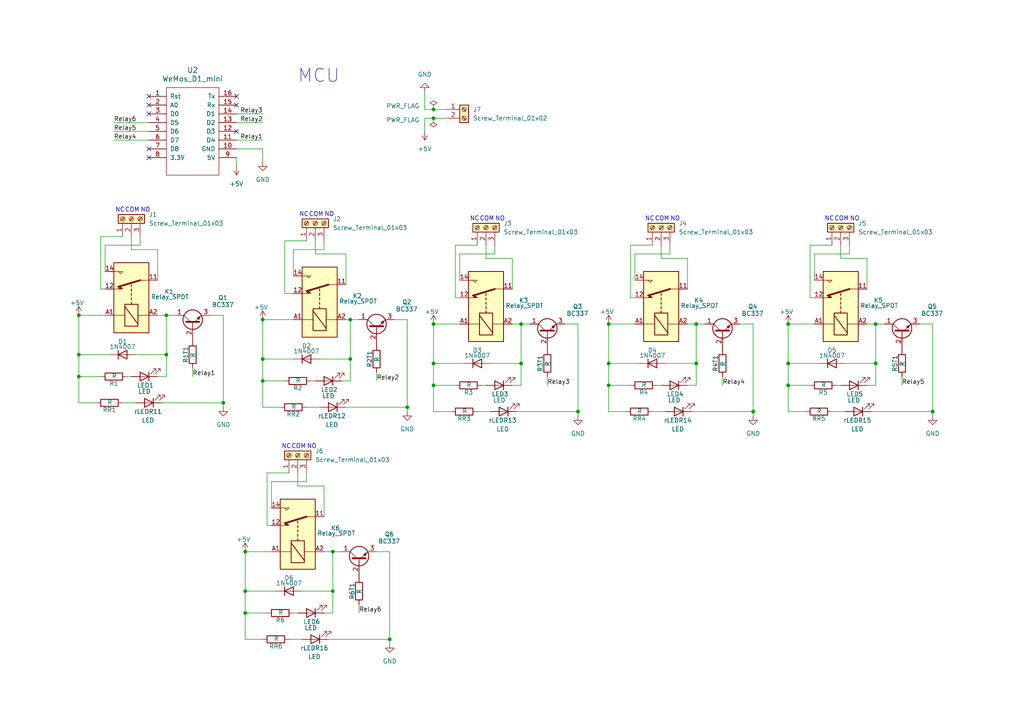
<source format=kicad_sch>
(kicad_sch
	(version 20231120)
	(generator "eeschema")
	(generator_version "8.0")
	(uuid "0d6896a8-45af-416d-87e3-64dce52843a9")
	(paper "A4")
	(title_block
		(title "PERSONAL DIY POWER AUTOMATION")
		(date "2024-05-23")
		(rev "V1")
		(company "MY DIY")
	)
	(lib_symbols
		(symbol "Connector:Screw_Terminal_01x02"
			(pin_names
				(offset 1.016) hide)
			(exclude_from_sim no)
			(in_bom yes)
			(on_board yes)
			(property "Reference" "J"
				(at 0 2.54 0)
				(effects
					(font
						(size 1.27 1.27)
					)
				)
			)
			(property "Value" "Screw_Terminal_01x02"
				(at 0 -5.08 0)
				(effects
					(font
						(size 1.27 1.27)
					)
				)
			)
			(property "Footprint" ""
				(at 0 0 0)
				(effects
					(font
						(size 1.27 1.27)
					)
					(hide yes)
				)
			)
			(property "Datasheet" "~"
				(at 0 0 0)
				(effects
					(font
						(size 1.27 1.27)
					)
					(hide yes)
				)
			)
			(property "Description" "Generic screw terminal, single row, 01x02, script generated (kicad-library-utils/schlib/autogen/connector/)"
				(at 0 0 0)
				(effects
					(font
						(size 1.27 1.27)
					)
					(hide yes)
				)
			)
			(property "ki_keywords" "screw terminal"
				(at 0 0 0)
				(effects
					(font
						(size 1.27 1.27)
					)
					(hide yes)
				)
			)
			(property "ki_fp_filters" "TerminalBlock*:*"
				(at 0 0 0)
				(effects
					(font
						(size 1.27 1.27)
					)
					(hide yes)
				)
			)
			(symbol "Screw_Terminal_01x02_1_1"
				(rectangle
					(start -1.27 1.27)
					(end 1.27 -3.81)
					(stroke
						(width 0.254)
						(type default)
					)
					(fill
						(type background)
					)
				)
				(circle
					(center 0 -2.54)
					(radius 0.635)
					(stroke
						(width 0.1524)
						(type default)
					)
					(fill
						(type none)
					)
				)
				(polyline
					(pts
						(xy -0.5334 -2.2098) (xy 0.3302 -3.048)
					)
					(stroke
						(width 0.1524)
						(type default)
					)
					(fill
						(type none)
					)
				)
				(polyline
					(pts
						(xy -0.5334 0.3302) (xy 0.3302 -0.508)
					)
					(stroke
						(width 0.1524)
						(type default)
					)
					(fill
						(type none)
					)
				)
				(polyline
					(pts
						(xy -0.3556 -2.032) (xy 0.508 -2.8702)
					)
					(stroke
						(width 0.1524)
						(type default)
					)
					(fill
						(type none)
					)
				)
				(polyline
					(pts
						(xy -0.3556 0.508) (xy 0.508 -0.3302)
					)
					(stroke
						(width 0.1524)
						(type default)
					)
					(fill
						(type none)
					)
				)
				(circle
					(center 0 0)
					(radius 0.635)
					(stroke
						(width 0.1524)
						(type default)
					)
					(fill
						(type none)
					)
				)
				(pin passive line
					(at -5.08 0 0)
					(length 3.81)
					(name "Pin_1"
						(effects
							(font
								(size 1.27 1.27)
							)
						)
					)
					(number "1"
						(effects
							(font
								(size 1.27 1.27)
							)
						)
					)
				)
				(pin passive line
					(at -5.08 -2.54 0)
					(length 3.81)
					(name "Pin_2"
						(effects
							(font
								(size 1.27 1.27)
							)
						)
					)
					(number "2"
						(effects
							(font
								(size 1.27 1.27)
							)
						)
					)
				)
			)
		)
		(symbol "Connector:Screw_Terminal_01x03"
			(pin_names
				(offset 1.016) hide)
			(exclude_from_sim no)
			(in_bom yes)
			(on_board yes)
			(property "Reference" "J"
				(at 0 5.08 0)
				(effects
					(font
						(size 1.27 1.27)
					)
				)
			)
			(property "Value" "Screw_Terminal_01x03"
				(at 0 -5.08 0)
				(effects
					(font
						(size 1.27 1.27)
					)
				)
			)
			(property "Footprint" ""
				(at 0 0 0)
				(effects
					(font
						(size 1.27 1.27)
					)
					(hide yes)
				)
			)
			(property "Datasheet" "~"
				(at 0 0 0)
				(effects
					(font
						(size 1.27 1.27)
					)
					(hide yes)
				)
			)
			(property "Description" "Generic screw terminal, single row, 01x03, script generated (kicad-library-utils/schlib/autogen/connector/)"
				(at 0 0 0)
				(effects
					(font
						(size 1.27 1.27)
					)
					(hide yes)
				)
			)
			(property "ki_keywords" "screw terminal"
				(at 0 0 0)
				(effects
					(font
						(size 1.27 1.27)
					)
					(hide yes)
				)
			)
			(property "ki_fp_filters" "TerminalBlock*:*"
				(at 0 0 0)
				(effects
					(font
						(size 1.27 1.27)
					)
					(hide yes)
				)
			)
			(symbol "Screw_Terminal_01x03_1_1"
				(rectangle
					(start -1.27 3.81)
					(end 1.27 -3.81)
					(stroke
						(width 0.254)
						(type default)
					)
					(fill
						(type background)
					)
				)
				(circle
					(center 0 -2.54)
					(radius 0.635)
					(stroke
						(width 0.1524)
						(type default)
					)
					(fill
						(type none)
					)
				)
				(polyline
					(pts
						(xy -0.5334 -2.2098) (xy 0.3302 -3.048)
					)
					(stroke
						(width 0.1524)
						(type default)
					)
					(fill
						(type none)
					)
				)
				(polyline
					(pts
						(xy -0.5334 0.3302) (xy 0.3302 -0.508)
					)
					(stroke
						(width 0.1524)
						(type default)
					)
					(fill
						(type none)
					)
				)
				(polyline
					(pts
						(xy -0.5334 2.8702) (xy 0.3302 2.032)
					)
					(stroke
						(width 0.1524)
						(type default)
					)
					(fill
						(type none)
					)
				)
				(polyline
					(pts
						(xy -0.3556 -2.032) (xy 0.508 -2.8702)
					)
					(stroke
						(width 0.1524)
						(type default)
					)
					(fill
						(type none)
					)
				)
				(polyline
					(pts
						(xy -0.3556 0.508) (xy 0.508 -0.3302)
					)
					(stroke
						(width 0.1524)
						(type default)
					)
					(fill
						(type none)
					)
				)
				(polyline
					(pts
						(xy -0.3556 3.048) (xy 0.508 2.2098)
					)
					(stroke
						(width 0.1524)
						(type default)
					)
					(fill
						(type none)
					)
				)
				(circle
					(center 0 0)
					(radius 0.635)
					(stroke
						(width 0.1524)
						(type default)
					)
					(fill
						(type none)
					)
				)
				(circle
					(center 0 2.54)
					(radius 0.635)
					(stroke
						(width 0.1524)
						(type default)
					)
					(fill
						(type none)
					)
				)
				(pin passive line
					(at -5.08 2.54 0)
					(length 3.81)
					(name "Pin_1"
						(effects
							(font
								(size 1.27 1.27)
							)
						)
					)
					(number "1"
						(effects
							(font
								(size 1.27 1.27)
							)
						)
					)
				)
				(pin passive line
					(at -5.08 0 0)
					(length 3.81)
					(name "Pin_2"
						(effects
							(font
								(size 1.27 1.27)
							)
						)
					)
					(number "2"
						(effects
							(font
								(size 1.27 1.27)
							)
						)
					)
				)
				(pin passive line
					(at -5.08 -2.54 0)
					(length 3.81)
					(name "Pin_3"
						(effects
							(font
								(size 1.27 1.27)
							)
						)
					)
					(number "3"
						(effects
							(font
								(size 1.27 1.27)
							)
						)
					)
				)
			)
		)
		(symbol "Device:LED"
			(pin_numbers hide)
			(pin_names
				(offset 1.016) hide)
			(exclude_from_sim no)
			(in_bom yes)
			(on_board yes)
			(property "Reference" "D"
				(at 0 2.54 0)
				(effects
					(font
						(size 1.27 1.27)
					)
				)
			)
			(property "Value" "LED"
				(at 0 -2.54 0)
				(effects
					(font
						(size 1.27 1.27)
					)
				)
			)
			(property "Footprint" ""
				(at 0 0 0)
				(effects
					(font
						(size 1.27 1.27)
					)
					(hide yes)
				)
			)
			(property "Datasheet" "~"
				(at 0 0 0)
				(effects
					(font
						(size 1.27 1.27)
					)
					(hide yes)
				)
			)
			(property "Description" "Light emitting diode"
				(at 0 0 0)
				(effects
					(font
						(size 1.27 1.27)
					)
					(hide yes)
				)
			)
			(property "ki_keywords" "LED diode"
				(at 0 0 0)
				(effects
					(font
						(size 1.27 1.27)
					)
					(hide yes)
				)
			)
			(property "ki_fp_filters" "LED* LED_SMD:* LED_THT:*"
				(at 0 0 0)
				(effects
					(font
						(size 1.27 1.27)
					)
					(hide yes)
				)
			)
			(symbol "LED_0_1"
				(polyline
					(pts
						(xy -1.27 -1.27) (xy -1.27 1.27)
					)
					(stroke
						(width 0.254)
						(type default)
					)
					(fill
						(type none)
					)
				)
				(polyline
					(pts
						(xy -1.27 0) (xy 1.27 0)
					)
					(stroke
						(width 0)
						(type default)
					)
					(fill
						(type none)
					)
				)
				(polyline
					(pts
						(xy 1.27 -1.27) (xy 1.27 1.27) (xy -1.27 0) (xy 1.27 -1.27)
					)
					(stroke
						(width 0.254)
						(type default)
					)
					(fill
						(type none)
					)
				)
				(polyline
					(pts
						(xy -3.048 -0.762) (xy -4.572 -2.286) (xy -3.81 -2.286) (xy -4.572 -2.286) (xy -4.572 -1.524)
					)
					(stroke
						(width 0)
						(type default)
					)
					(fill
						(type none)
					)
				)
				(polyline
					(pts
						(xy -1.778 -0.762) (xy -3.302 -2.286) (xy -2.54 -2.286) (xy -3.302 -2.286) (xy -3.302 -1.524)
					)
					(stroke
						(width 0)
						(type default)
					)
					(fill
						(type none)
					)
				)
			)
			(symbol "LED_1_1"
				(pin passive line
					(at -3.81 0 0)
					(length 2.54)
					(name "K"
						(effects
							(font
								(size 1.27 1.27)
							)
						)
					)
					(number "1"
						(effects
							(font
								(size 1.27 1.27)
							)
						)
					)
				)
				(pin passive line
					(at 3.81 0 180)
					(length 2.54)
					(name "A"
						(effects
							(font
								(size 1.27 1.27)
							)
						)
					)
					(number "2"
						(effects
							(font
								(size 1.27 1.27)
							)
						)
					)
				)
			)
		)
		(symbol "Device:R"
			(pin_numbers hide)
			(pin_names
				(offset 0)
			)
			(exclude_from_sim no)
			(in_bom yes)
			(on_board yes)
			(property "Reference" "R"
				(at 2.032 0 90)
				(effects
					(font
						(size 1.27 1.27)
					)
				)
			)
			(property "Value" "R"
				(at 0 0 90)
				(effects
					(font
						(size 1.27 1.27)
					)
				)
			)
			(property "Footprint" ""
				(at -1.778 0 90)
				(effects
					(font
						(size 1.27 1.27)
					)
					(hide yes)
				)
			)
			(property "Datasheet" "~"
				(at 0 0 0)
				(effects
					(font
						(size 1.27 1.27)
					)
					(hide yes)
				)
			)
			(property "Description" "Resistor"
				(at 0 0 0)
				(effects
					(font
						(size 1.27 1.27)
					)
					(hide yes)
				)
			)
			(property "ki_keywords" "R res resistor"
				(at 0 0 0)
				(effects
					(font
						(size 1.27 1.27)
					)
					(hide yes)
				)
			)
			(property "ki_fp_filters" "R_*"
				(at 0 0 0)
				(effects
					(font
						(size 1.27 1.27)
					)
					(hide yes)
				)
			)
			(symbol "R_0_1"
				(rectangle
					(start -1.016 -2.54)
					(end 1.016 2.54)
					(stroke
						(width 0.254)
						(type default)
					)
					(fill
						(type none)
					)
				)
			)
			(symbol "R_1_1"
				(pin passive line
					(at 0 3.81 270)
					(length 1.27)
					(name "~"
						(effects
							(font
								(size 1.27 1.27)
							)
						)
					)
					(number "1"
						(effects
							(font
								(size 1.27 1.27)
							)
						)
					)
				)
				(pin passive line
					(at 0 -3.81 90)
					(length 1.27)
					(name "~"
						(effects
							(font
								(size 1.27 1.27)
							)
						)
					)
					(number "2"
						(effects
							(font
								(size 1.27 1.27)
							)
						)
					)
				)
			)
		)
		(symbol "Diode:1N4007"
			(pin_numbers hide)
			(pin_names hide)
			(exclude_from_sim no)
			(in_bom yes)
			(on_board yes)
			(property "Reference" "D"
				(at 0 2.54 0)
				(effects
					(font
						(size 1.27 1.27)
					)
				)
			)
			(property "Value" "1N4007"
				(at 0 -2.54 0)
				(effects
					(font
						(size 1.27 1.27)
					)
				)
			)
			(property "Footprint" "Diode_THT:D_DO-41_SOD81_P10.16mm_Horizontal"
				(at 0 -4.445 0)
				(effects
					(font
						(size 1.27 1.27)
					)
					(hide yes)
				)
			)
			(property "Datasheet" "http://www.vishay.com/docs/88503/1n4001.pdf"
				(at 0 0 0)
				(effects
					(font
						(size 1.27 1.27)
					)
					(hide yes)
				)
			)
			(property "Description" "1000V 1A General Purpose Rectifier Diode, DO-41"
				(at 0 0 0)
				(effects
					(font
						(size 1.27 1.27)
					)
					(hide yes)
				)
			)
			(property "Sim.Device" "D"
				(at 0 0 0)
				(effects
					(font
						(size 1.27 1.27)
					)
					(hide yes)
				)
			)
			(property "Sim.Pins" "1=K 2=A"
				(at 0 0 0)
				(effects
					(font
						(size 1.27 1.27)
					)
					(hide yes)
				)
			)
			(property "ki_keywords" "diode"
				(at 0 0 0)
				(effects
					(font
						(size 1.27 1.27)
					)
					(hide yes)
				)
			)
			(property "ki_fp_filters" "D*DO?41*"
				(at 0 0 0)
				(effects
					(font
						(size 1.27 1.27)
					)
					(hide yes)
				)
			)
			(symbol "1N4007_0_1"
				(polyline
					(pts
						(xy -1.27 1.27) (xy -1.27 -1.27)
					)
					(stroke
						(width 0.254)
						(type default)
					)
					(fill
						(type none)
					)
				)
				(polyline
					(pts
						(xy 1.27 0) (xy -1.27 0)
					)
					(stroke
						(width 0)
						(type default)
					)
					(fill
						(type none)
					)
				)
				(polyline
					(pts
						(xy 1.27 1.27) (xy 1.27 -1.27) (xy -1.27 0) (xy 1.27 1.27)
					)
					(stroke
						(width 0.254)
						(type default)
					)
					(fill
						(type none)
					)
				)
			)
			(symbol "1N4007_1_1"
				(pin passive line
					(at -3.81 0 0)
					(length 2.54)
					(name "K"
						(effects
							(font
								(size 1.27 1.27)
							)
						)
					)
					(number "1"
						(effects
							(font
								(size 1.27 1.27)
							)
						)
					)
				)
				(pin passive line
					(at 3.81 0 180)
					(length 2.54)
					(name "A"
						(effects
							(font
								(size 1.27 1.27)
							)
						)
					)
					(number "2"
						(effects
							(font
								(size 1.27 1.27)
							)
						)
					)
				)
			)
		)
		(symbol "Relay:Relay_SPDT"
			(exclude_from_sim no)
			(in_bom yes)
			(on_board yes)
			(property "Reference" "K"
				(at 11.43 3.81 0)
				(effects
					(font
						(size 1.27 1.27)
					)
					(justify left)
				)
			)
			(property "Value" "Relay_SPDT"
				(at 11.43 1.27 0)
				(effects
					(font
						(size 1.27 1.27)
					)
					(justify left)
				)
			)
			(property "Footprint" ""
				(at 11.43 -1.27 0)
				(effects
					(font
						(size 1.27 1.27)
					)
					(justify left)
					(hide yes)
				)
			)
			(property "Datasheet" "~"
				(at 0 0 0)
				(effects
					(font
						(size 1.27 1.27)
					)
					(hide yes)
				)
			)
			(property "Description" "Monostable Relay SPDT, EN50005"
				(at 0 0 0)
				(effects
					(font
						(size 1.27 1.27)
					)
					(hide yes)
				)
			)
			(property "ki_keywords" "Single Pole Relay SPDT"
				(at 0 0 0)
				(effects
					(font
						(size 1.27 1.27)
					)
					(hide yes)
				)
			)
			(property "ki_fp_filters" "Relay?SPDT*"
				(at 0 0 0)
				(effects
					(font
						(size 1.27 1.27)
					)
					(hide yes)
				)
			)
			(symbol "Relay_SPDT_0_0"
				(polyline
					(pts
						(xy 7.62 5.08) (xy 7.62 2.54) (xy 6.985 3.175) (xy 7.62 3.81)
					)
					(stroke
						(width 0)
						(type default)
					)
					(fill
						(type none)
					)
				)
			)
			(symbol "Relay_SPDT_0_1"
				(rectangle
					(start -10.16 5.08)
					(end 10.16 -5.08)
					(stroke
						(width 0.254)
						(type default)
					)
					(fill
						(type background)
					)
				)
				(rectangle
					(start -8.255 1.905)
					(end -1.905 -1.905)
					(stroke
						(width 0.254)
						(type default)
					)
					(fill
						(type none)
					)
				)
				(polyline
					(pts
						(xy -7.62 -1.905) (xy -2.54 1.905)
					)
					(stroke
						(width 0.254)
						(type default)
					)
					(fill
						(type none)
					)
				)
				(polyline
					(pts
						(xy -5.08 -5.08) (xy -5.08 -1.905)
					)
					(stroke
						(width 0)
						(type default)
					)
					(fill
						(type none)
					)
				)
				(polyline
					(pts
						(xy -5.08 5.08) (xy -5.08 1.905)
					)
					(stroke
						(width 0)
						(type default)
					)
					(fill
						(type none)
					)
				)
				(polyline
					(pts
						(xy -1.905 0) (xy -1.27 0)
					)
					(stroke
						(width 0.254)
						(type default)
					)
					(fill
						(type none)
					)
				)
				(polyline
					(pts
						(xy -0.635 0) (xy 0 0)
					)
					(stroke
						(width 0.254)
						(type default)
					)
					(fill
						(type none)
					)
				)
				(polyline
					(pts
						(xy 0.635 0) (xy 1.27 0)
					)
					(stroke
						(width 0.254)
						(type default)
					)
					(fill
						(type none)
					)
				)
				(polyline
					(pts
						(xy 1.905 0) (xy 2.54 0)
					)
					(stroke
						(width 0.254)
						(type default)
					)
					(fill
						(type none)
					)
				)
				(polyline
					(pts
						(xy 3.175 0) (xy 3.81 0)
					)
					(stroke
						(width 0.254)
						(type default)
					)
					(fill
						(type none)
					)
				)
				(polyline
					(pts
						(xy 5.08 -2.54) (xy 3.175 3.81)
					)
					(stroke
						(width 0.508)
						(type default)
					)
					(fill
						(type none)
					)
				)
				(polyline
					(pts
						(xy 5.08 -2.54) (xy 5.08 -5.08)
					)
					(stroke
						(width 0)
						(type default)
					)
					(fill
						(type none)
					)
				)
				(polyline
					(pts
						(xy 2.54 5.08) (xy 2.54 2.54) (xy 3.175 3.175) (xy 2.54 3.81)
					)
					(stroke
						(width 0)
						(type default)
					)
					(fill
						(type outline)
					)
				)
			)
			(symbol "Relay_SPDT_1_1"
				(pin passive line
					(at 5.08 -7.62 90)
					(length 2.54)
					(name "~"
						(effects
							(font
								(size 1.27 1.27)
							)
						)
					)
					(number "11"
						(effects
							(font
								(size 1.27 1.27)
							)
						)
					)
				)
				(pin passive line
					(at 2.54 7.62 270)
					(length 2.54)
					(name "~"
						(effects
							(font
								(size 1.27 1.27)
							)
						)
					)
					(number "12"
						(effects
							(font
								(size 1.27 1.27)
							)
						)
					)
				)
				(pin passive line
					(at 7.62 7.62 270)
					(length 2.54)
					(name "~"
						(effects
							(font
								(size 1.27 1.27)
							)
						)
					)
					(number "14"
						(effects
							(font
								(size 1.27 1.27)
							)
						)
					)
				)
				(pin passive line
					(at -5.08 7.62 270)
					(length 2.54)
					(name "~"
						(effects
							(font
								(size 1.27 1.27)
							)
						)
					)
					(number "A1"
						(effects
							(font
								(size 1.27 1.27)
							)
						)
					)
				)
				(pin passive line
					(at -5.08 -7.62 90)
					(length 2.54)
					(name "~"
						(effects
							(font
								(size 1.27 1.27)
							)
						)
					)
					(number "A2"
						(effects
							(font
								(size 1.27 1.27)
							)
						)
					)
				)
			)
		)
		(symbol "Transistor_BJT:BC337"
			(pin_names
				(offset 0) hide)
			(exclude_from_sim no)
			(in_bom yes)
			(on_board yes)
			(property "Reference" "Q"
				(at 5.08 1.905 0)
				(effects
					(font
						(size 1.27 1.27)
					)
					(justify left)
				)
			)
			(property "Value" "BC337"
				(at 5.08 0 0)
				(effects
					(font
						(size 1.27 1.27)
					)
					(justify left)
				)
			)
			(property "Footprint" "Package_TO_SOT_THT:TO-92_Inline"
				(at 5.08 -1.905 0)
				(effects
					(font
						(size 1.27 1.27)
						(italic yes)
					)
					(justify left)
					(hide yes)
				)
			)
			(property "Datasheet" "https://diotec.com/tl_files/diotec/files/pdf/datasheets/bc337.pdf"
				(at 0 0 0)
				(effects
					(font
						(size 1.27 1.27)
					)
					(justify left)
					(hide yes)
				)
			)
			(property "Description" "0.8A Ic, 45V Vce, NPN Transistor, TO-92"
				(at 0 0 0)
				(effects
					(font
						(size 1.27 1.27)
					)
					(hide yes)
				)
			)
			(property "ki_keywords" "NPN Transistor"
				(at 0 0 0)
				(effects
					(font
						(size 1.27 1.27)
					)
					(hide yes)
				)
			)
			(property "ki_fp_filters" "TO?92*"
				(at 0 0 0)
				(effects
					(font
						(size 1.27 1.27)
					)
					(hide yes)
				)
			)
			(symbol "BC337_0_1"
				(polyline
					(pts
						(xy 0 0) (xy 0.635 0)
					)
					(stroke
						(width 0)
						(type default)
					)
					(fill
						(type none)
					)
				)
				(polyline
					(pts
						(xy 0.635 0.635) (xy 2.54 2.54)
					)
					(stroke
						(width 0)
						(type default)
					)
					(fill
						(type none)
					)
				)
				(polyline
					(pts
						(xy 0.635 -0.635) (xy 2.54 -2.54) (xy 2.54 -2.54)
					)
					(stroke
						(width 0)
						(type default)
					)
					(fill
						(type none)
					)
				)
				(polyline
					(pts
						(xy 0.635 1.905) (xy 0.635 -1.905) (xy 0.635 -1.905)
					)
					(stroke
						(width 0.508)
						(type default)
					)
					(fill
						(type none)
					)
				)
				(polyline
					(pts
						(xy 1.27 -1.778) (xy 1.778 -1.27) (xy 2.286 -2.286) (xy 1.27 -1.778) (xy 1.27 -1.778)
					)
					(stroke
						(width 0)
						(type default)
					)
					(fill
						(type outline)
					)
				)
				(circle
					(center 1.27 0)
					(radius 2.8194)
					(stroke
						(width 0.254)
						(type default)
					)
					(fill
						(type none)
					)
				)
			)
			(symbol "BC337_1_1"
				(pin passive line
					(at 2.54 5.08 270)
					(length 2.54)
					(name "C"
						(effects
							(font
								(size 1.27 1.27)
							)
						)
					)
					(number "1"
						(effects
							(font
								(size 1.27 1.27)
							)
						)
					)
				)
				(pin input line
					(at -5.08 0 0)
					(length 5.08)
					(name "B"
						(effects
							(font
								(size 1.27 1.27)
							)
						)
					)
					(number "2"
						(effects
							(font
								(size 1.27 1.27)
							)
						)
					)
				)
				(pin passive line
					(at 2.54 -5.08 90)
					(length 2.54)
					(name "E"
						(effects
							(font
								(size 1.27 1.27)
							)
						)
					)
					(number "3"
						(effects
							(font
								(size 1.27 1.27)
							)
						)
					)
				)
			)
		)
		(symbol "power:+5V"
			(power)
			(pin_numbers hide)
			(pin_names
				(offset 0) hide)
			(exclude_from_sim no)
			(in_bom yes)
			(on_board yes)
			(property "Reference" "#PWR"
				(at 0 -3.81 0)
				(effects
					(font
						(size 1.27 1.27)
					)
					(hide yes)
				)
			)
			(property "Value" "+5V"
				(at 0 3.556 0)
				(effects
					(font
						(size 1.27 1.27)
					)
				)
			)
			(property "Footprint" ""
				(at 0 0 0)
				(effects
					(font
						(size 1.27 1.27)
					)
					(hide yes)
				)
			)
			(property "Datasheet" ""
				(at 0 0 0)
				(effects
					(font
						(size 1.27 1.27)
					)
					(hide yes)
				)
			)
			(property "Description" "Power symbol creates a global label with name \"+5V\""
				(at 0 0 0)
				(effects
					(font
						(size 1.27 1.27)
					)
					(hide yes)
				)
			)
			(property "ki_keywords" "global power"
				(at 0 0 0)
				(effects
					(font
						(size 1.27 1.27)
					)
					(hide yes)
				)
			)
			(symbol "+5V_0_1"
				(polyline
					(pts
						(xy -0.762 1.27) (xy 0 2.54)
					)
					(stroke
						(width 0)
						(type default)
					)
					(fill
						(type none)
					)
				)
				(polyline
					(pts
						(xy 0 0) (xy 0 2.54)
					)
					(stroke
						(width 0)
						(type default)
					)
					(fill
						(type none)
					)
				)
				(polyline
					(pts
						(xy 0 2.54) (xy 0.762 1.27)
					)
					(stroke
						(width 0)
						(type default)
					)
					(fill
						(type none)
					)
				)
			)
			(symbol "+5V_1_1"
				(pin power_in line
					(at 0 0 90)
					(length 0)
					(name "~"
						(effects
							(font
								(size 1.27 1.27)
							)
						)
					)
					(number "1"
						(effects
							(font
								(size 1.27 1.27)
							)
						)
					)
				)
			)
		)
		(symbol "power:GND"
			(power)
			(pin_numbers hide)
			(pin_names
				(offset 0) hide)
			(exclude_from_sim no)
			(in_bom yes)
			(on_board yes)
			(property "Reference" "#PWR"
				(at 0 -6.35 0)
				(effects
					(font
						(size 1.27 1.27)
					)
					(hide yes)
				)
			)
			(property "Value" "GND"
				(at 0 -3.81 0)
				(effects
					(font
						(size 1.27 1.27)
					)
				)
			)
			(property "Footprint" ""
				(at 0 0 0)
				(effects
					(font
						(size 1.27 1.27)
					)
					(hide yes)
				)
			)
			(property "Datasheet" ""
				(at 0 0 0)
				(effects
					(font
						(size 1.27 1.27)
					)
					(hide yes)
				)
			)
			(property "Description" "Power symbol creates a global label with name \"GND\" , ground"
				(at 0 0 0)
				(effects
					(font
						(size 1.27 1.27)
					)
					(hide yes)
				)
			)
			(property "ki_keywords" "global power"
				(at 0 0 0)
				(effects
					(font
						(size 1.27 1.27)
					)
					(hide yes)
				)
			)
			(symbol "GND_0_1"
				(polyline
					(pts
						(xy 0 0) (xy 0 -1.27) (xy 1.27 -1.27) (xy 0 -2.54) (xy -1.27 -1.27) (xy 0 -1.27)
					)
					(stroke
						(width 0)
						(type default)
					)
					(fill
						(type none)
					)
				)
			)
			(symbol "GND_1_1"
				(pin power_in line
					(at 0 0 270)
					(length 0)
					(name "~"
						(effects
							(font
								(size 1.27 1.27)
							)
						)
					)
					(number "1"
						(effects
							(font
								(size 1.27 1.27)
							)
						)
					)
				)
			)
		)
		(symbol "power:PWR_FLAG"
			(power)
			(pin_numbers hide)
			(pin_names
				(offset 0) hide)
			(exclude_from_sim no)
			(in_bom yes)
			(on_board yes)
			(property "Reference" "#FLG"
				(at 0 1.905 0)
				(effects
					(font
						(size 1.27 1.27)
					)
					(hide yes)
				)
			)
			(property "Value" "PWR_FLAG"
				(at 0 3.81 0)
				(effects
					(font
						(size 1.27 1.27)
					)
				)
			)
			(property "Footprint" ""
				(at 0 0 0)
				(effects
					(font
						(size 1.27 1.27)
					)
					(hide yes)
				)
			)
			(property "Datasheet" "~"
				(at 0 0 0)
				(effects
					(font
						(size 1.27 1.27)
					)
					(hide yes)
				)
			)
			(property "Description" "Special symbol for telling ERC where power comes from"
				(at 0 0 0)
				(effects
					(font
						(size 1.27 1.27)
					)
					(hide yes)
				)
			)
			(property "ki_keywords" "flag power"
				(at 0 0 0)
				(effects
					(font
						(size 1.27 1.27)
					)
					(hide yes)
				)
			)
			(symbol "PWR_FLAG_0_0"
				(pin power_out line
					(at 0 0 90)
					(length 0)
					(name "~"
						(effects
							(font
								(size 1.27 1.27)
							)
						)
					)
					(number "1"
						(effects
							(font
								(size 1.27 1.27)
							)
						)
					)
				)
			)
			(symbol "PWR_FLAG_0_1"
				(polyline
					(pts
						(xy 0 0) (xy 0 1.27) (xy -1.016 1.905) (xy 0 2.54) (xy 1.016 1.905) (xy 0 1.27)
					)
					(stroke
						(width 0)
						(type default)
					)
					(fill
						(type none)
					)
				)
			)
		)
		(symbol "wemos_mini:WeMos_D1_mini"
			(pin_names
				(offset 1.016)
			)
			(exclude_from_sim no)
			(in_bom yes)
			(on_board yes)
			(property "Reference" "U"
				(at 0 12.7 0)
				(effects
					(font
						(size 1.524 1.524)
					)
				)
			)
			(property "Value" "WeMos_D1_mini"
				(at 0 -12.7 0)
				(effects
					(font
						(size 1.524 1.524)
					)
				)
			)
			(property "Footprint" ""
				(at 13.97 -17.78 0)
				(effects
					(font
						(size 1.524 1.524)
					)
				)
			)
			(property "Datasheet" "http://www.wemos.cc/Products/d1_mini.html"
				(at 13.97 -17.78 0)
				(effects
					(font
						(size 1.524 1.524)
					)
				)
			)
			(property "Description" "WeMos D1 mini"
				(at 0 0 0)
				(effects
					(font
						(size 1.27 1.27)
					)
					(hide yes)
				)
			)
			(property "ki_keywords" "esp8266, wemos"
				(at 0 0 0)
				(effects
					(font
						(size 1.27 1.27)
					)
					(hide yes)
				)
			)
			(symbol "WeMos_D1_mini_0_1"
				(rectangle
					(start -7.62 11.43)
					(end 7.62 -13.97)
					(stroke
						(width 0)
						(type solid)
					)
					(fill
						(type none)
					)
				)
			)
			(symbol "WeMos_D1_mini_1_1"
				(pin bidirectional line
					(at -12.7 8.89 0)
					(length 5.08)
					(name "Rst"
						(effects
							(font
								(size 1.27 1.27)
							)
						)
					)
					(number "1"
						(effects
							(font
								(size 1.27 1.27)
							)
						)
					)
				)
				(pin power_in line
					(at 12.7 -6.35 180)
					(length 5.08)
					(name "GND"
						(effects
							(font
								(size 1.27 1.27)
							)
						)
					)
					(number "10"
						(effects
							(font
								(size 1.27 1.27)
							)
						)
					)
				)
				(pin bidirectional line
					(at 12.7 -3.81 180)
					(length 5.08)
					(name "D4"
						(effects
							(font
								(size 1.27 1.27)
							)
						)
					)
					(number "11"
						(effects
							(font
								(size 1.27 1.27)
							)
						)
					)
				)
				(pin bidirectional line
					(at 12.7 -1.27 180)
					(length 5.08)
					(name "D3"
						(effects
							(font
								(size 1.27 1.27)
							)
						)
					)
					(number "12"
						(effects
							(font
								(size 1.27 1.27)
							)
						)
					)
				)
				(pin bidirectional line
					(at 12.7 1.27 180)
					(length 5.08)
					(name "D2"
						(effects
							(font
								(size 1.27 1.27)
							)
						)
					)
					(number "13"
						(effects
							(font
								(size 1.27 1.27)
							)
						)
					)
				)
				(pin bidirectional line
					(at 12.7 3.81 180)
					(length 5.08)
					(name "D1"
						(effects
							(font
								(size 1.27 1.27)
							)
						)
					)
					(number "14"
						(effects
							(font
								(size 1.27 1.27)
							)
						)
					)
				)
				(pin bidirectional line
					(at 12.7 6.35 180)
					(length 5.08)
					(name "Rx"
						(effects
							(font
								(size 1.27 1.27)
							)
						)
					)
					(number "15"
						(effects
							(font
								(size 1.27 1.27)
							)
						)
					)
				)
				(pin bidirectional line
					(at 12.7 8.89 180)
					(length 5.08)
					(name "Tx"
						(effects
							(font
								(size 1.27 1.27)
							)
						)
					)
					(number "16"
						(effects
							(font
								(size 1.27 1.27)
							)
						)
					)
				)
				(pin bidirectional line
					(at -12.7 6.35 0)
					(length 5.08)
					(name "A0"
						(effects
							(font
								(size 1.27 1.27)
							)
						)
					)
					(number "2"
						(effects
							(font
								(size 1.27 1.27)
							)
						)
					)
				)
				(pin bidirectional line
					(at -12.7 3.81 0)
					(length 5.08)
					(name "D0"
						(effects
							(font
								(size 1.27 1.27)
							)
						)
					)
					(number "3"
						(effects
							(font
								(size 1.27 1.27)
							)
						)
					)
				)
				(pin bidirectional line
					(at -12.7 1.27 0)
					(length 5.08)
					(name "D5"
						(effects
							(font
								(size 1.27 1.27)
							)
						)
					)
					(number "4"
						(effects
							(font
								(size 1.27 1.27)
							)
						)
					)
				)
				(pin bidirectional line
					(at -12.7 -1.27 0)
					(length 5.08)
					(name "D6"
						(effects
							(font
								(size 1.27 1.27)
							)
						)
					)
					(number "5"
						(effects
							(font
								(size 1.27 1.27)
							)
						)
					)
				)
				(pin bidirectional line
					(at -12.7 -3.81 0)
					(length 5.08)
					(name "D7"
						(effects
							(font
								(size 1.27 1.27)
							)
						)
					)
					(number "6"
						(effects
							(font
								(size 1.27 1.27)
							)
						)
					)
				)
				(pin bidirectional line
					(at -12.7 -6.35 0)
					(length 5.08)
					(name "D8"
						(effects
							(font
								(size 1.27 1.27)
							)
						)
					)
					(number "7"
						(effects
							(font
								(size 1.27 1.27)
							)
						)
					)
				)
				(pin power_out line
					(at -12.7 -8.89 0)
					(length 5.08)
					(name "3.3V"
						(effects
							(font
								(size 1.27 1.27)
							)
						)
					)
					(number "8"
						(effects
							(font
								(size 1.27 1.27)
							)
						)
					)
				)
				(pin power_in line
					(at 12.7 -8.89 180)
					(length 5.08)
					(name "5V"
						(effects
							(font
								(size 1.27 1.27)
							)
						)
					)
					(number "9"
						(effects
							(font
								(size 1.27 1.27)
							)
						)
					)
				)
			)
		)
	)
	(junction
		(at 228.6 111.76)
		(diameter 0)
		(color 0 0 0 0)
		(uuid "01f8e7fe-07b0-4cc1-8973-171c6f2397e2")
	)
	(junction
		(at 22.86 109.22)
		(diameter 0)
		(color 0 0 0 0)
		(uuid "08a3c928-60ab-462f-be5b-15388a9f7330")
	)
	(junction
		(at 71.12 177.8)
		(diameter 0)
		(color 0 0 0 0)
		(uuid "108f1438-36ea-4b33-8d55-00cd6c93a8c8")
	)
	(junction
		(at 101.6 104.14)
		(diameter 0)
		(color 0 0 0 0)
		(uuid "127e692e-8fa1-493a-82d0-4e51ff6ed6d0")
	)
	(junction
		(at 151.13 105.41)
		(diameter 0)
		(color 0 0 0 0)
		(uuid "1ff99124-baa5-436f-ad4f-2f94adcb0be8")
	)
	(junction
		(at 76.2 104.14)
		(diameter 0)
		(color 0 0 0 0)
		(uuid "24c1d0d6-2666-43fd-b5d1-03f656f924ea")
	)
	(junction
		(at 254 93.98)
		(diameter 0)
		(color 0 0 0 0)
		(uuid "2826ea45-3a20-40f1-a875-d319a395d69f")
	)
	(junction
		(at 48.26 102.87)
		(diameter 0)
		(color 0 0 0 0)
		(uuid "35c638fc-d1b0-40b8-8e7f-523fa7dabd77")
	)
	(junction
		(at 270.51 119.38)
		(diameter 0)
		(color 0 0 0 0)
		(uuid "3fe31941-3a24-4630-9e2a-77ce03945dfc")
	)
	(junction
		(at 76.2 92.71)
		(diameter 0)
		(color 0 0 0 0)
		(uuid "40e72298-0af6-4954-b84d-44eafeaa7dec")
	)
	(junction
		(at 48.26 91.44)
		(diameter 0)
		(color 0 0 0 0)
		(uuid "411519bc-4ecc-42e2-8cc8-c2f0b7737fef")
	)
	(junction
		(at 228.6 93.98)
		(diameter 0)
		(color 0 0 0 0)
		(uuid "42d3744d-f2f2-4063-a077-ce30d1e08f77")
	)
	(junction
		(at 167.64 119.38)
		(diameter 0)
		(color 0 0 0 0)
		(uuid "43041150-e769-4fad-b5c3-76c6e41ce976")
	)
	(junction
		(at 64.77 116.84)
		(diameter 0)
		(color 0 0 0 0)
		(uuid "439b9f32-d3a8-49e6-a509-d7cf99fe426e")
	)
	(junction
		(at 125.73 105.41)
		(diameter 0)
		(color 0 0 0 0)
		(uuid "50ac56fa-4c31-4142-8c34-464783ed5609")
	)
	(junction
		(at 125.73 34.29)
		(diameter 0)
		(color 0 0 0 0)
		(uuid "69a494fc-0cdb-49b5-9f19-faff5e39f7a8")
	)
	(junction
		(at 228.6 105.41)
		(diameter 0)
		(color 0 0 0 0)
		(uuid "812726d4-827f-43cf-9f50-817242dde351")
	)
	(junction
		(at 254 105.41)
		(diameter 0)
		(color 0 0 0 0)
		(uuid "8150c3ca-db2d-41d2-85bf-b1a67c309724")
	)
	(junction
		(at 201.93 105.41)
		(diameter 0)
		(color 0 0 0 0)
		(uuid "818ef4db-5e74-41ea-8689-ed71ed7757e1")
	)
	(junction
		(at 125.73 111.76)
		(diameter 0)
		(color 0 0 0 0)
		(uuid "86bccae4-c233-411b-a957-68d76ae80c8b")
	)
	(junction
		(at 218.44 119.38)
		(diameter 0)
		(color 0 0 0 0)
		(uuid "875ec6d6-13f7-431f-8a89-d8d0222e4af1")
	)
	(junction
		(at 96.52 160.02)
		(diameter 0)
		(color 0 0 0 0)
		(uuid "9197cd7c-2509-494a-9aa8-fef10a3f885d")
	)
	(junction
		(at 101.6 92.71)
		(diameter 0)
		(color 0 0 0 0)
		(uuid "966cbf9e-c80c-47fa-a7b3-e3f5237c2d77")
	)
	(junction
		(at 96.52 171.45)
		(diameter 0)
		(color 0 0 0 0)
		(uuid "a13dca13-38f5-47cc-a0be-154237074eb7")
	)
	(junction
		(at 71.12 160.02)
		(diameter 0)
		(color 0 0 0 0)
		(uuid "ad32d006-2cd7-4152-bc7a-dde68c216d62")
	)
	(junction
		(at 176.53 93.98)
		(diameter 0)
		(color 0 0 0 0)
		(uuid "b254a01e-25c3-4dfb-9e7a-4b1aa16e8fbe")
	)
	(junction
		(at 176.53 105.41)
		(diameter 0)
		(color 0 0 0 0)
		(uuid "b6648117-d182-42a6-a164-cb1236938319")
	)
	(junction
		(at 76.2 110.49)
		(diameter 0)
		(color 0 0 0 0)
		(uuid "b6ad8ac2-50ba-4609-a9cd-77cf965f3c40")
	)
	(junction
		(at 71.12 171.45)
		(diameter 0)
		(color 0 0 0 0)
		(uuid "b9e4463e-b7a3-46ee-aba6-022358f8b084")
	)
	(junction
		(at 151.13 93.98)
		(diameter 0)
		(color 0 0 0 0)
		(uuid "c22262eb-380a-48d6-86c5-9faddd9498b0")
	)
	(junction
		(at 22.86 102.87)
		(diameter 0)
		(color 0 0 0 0)
		(uuid "c40b91e2-edcb-4afd-b862-845fffb3a84a")
	)
	(junction
		(at 201.93 93.98)
		(diameter 0)
		(color 0 0 0 0)
		(uuid "c49f2f4b-bb8c-4567-a5d2-aa0d6eb07c5c")
	)
	(junction
		(at 113.03 185.42)
		(diameter 0)
		(color 0 0 0 0)
		(uuid "dca7dd6e-c50e-48f3-914b-1cc7eb1ea329")
	)
	(junction
		(at 125.73 31.75)
		(diameter 0)
		(color 0 0 0 0)
		(uuid "dfbd52c7-7666-48eb-a1db-7d37900ac2ed")
	)
	(junction
		(at 22.86 91.44)
		(diameter 0)
		(color 0 0 0 0)
		(uuid "e7530e2e-4166-4c8e-8bdb-f507e4914d6b")
	)
	(junction
		(at 176.53 111.76)
		(diameter 0)
		(color 0 0 0 0)
		(uuid "f331114a-7731-4bfa-8ff3-e085e7e101cf")
	)
	(junction
		(at 125.73 93.98)
		(diameter 0)
		(color 0 0 0 0)
		(uuid "fbbfbeff-42fd-498b-8428-39aacddfd526")
	)
	(junction
		(at 118.11 118.11)
		(diameter 0)
		(color 0 0 0 0)
		(uuid "fe00fd9e-1890-41df-823e-6127210e77cf")
	)
	(no_connect
		(at 43.18 33.02)
		(uuid "0aab2b6c-40ba-4b52-8090-3af58c3f6e1c")
	)
	(no_connect
		(at 68.58 27.94)
		(uuid "8f2fe572-0bd9-443a-8302-43d008f3213f")
	)
	(no_connect
		(at 43.18 30.48)
		(uuid "92ed56c2-da86-4d1e-8b1e-23ab9f2e0978")
	)
	(no_connect
		(at 43.18 45.72)
		(uuid "9b24c9d1-8442-4308-9cc8-c0356764f469")
	)
	(no_connect
		(at 43.18 27.94)
		(uuid "b2374ea6-7f62-4dcd-a907-6179e4facd59")
	)
	(no_connect
		(at 68.58 38.1)
		(uuid "bf2f91c4-556b-489a-ad5c-a853f1babb29")
	)
	(no_connect
		(at 68.58 30.48)
		(uuid "cd90b230-e7ea-4646-b02a-a8f47018fb84")
	)
	(no_connect
		(at 43.18 43.18)
		(uuid "d36fdf2a-44e1-415d-82fc-ba174da8ee56")
	)
	(wire
		(pts
			(xy 77.47 137.16) (xy 77.47 152.4)
		)
		(stroke
			(width 0)
			(type default)
		)
		(uuid "023faebc-ba92-43b6-aeeb-f83963d7c638")
	)
	(wire
		(pts
			(xy 129.54 34.29) (xy 125.73 34.29)
		)
		(stroke
			(width 0)
			(type default)
		)
		(uuid "03846670-2a37-45ea-8397-0cba7f8e2894")
	)
	(wire
		(pts
			(xy 176.53 111.76) (xy 182.88 111.76)
		)
		(stroke
			(width 0)
			(type default)
		)
		(uuid "0696a2f7-14c7-415d-9dce-99cdf1c6133a")
	)
	(wire
		(pts
			(xy 93.98 160.02) (xy 96.52 160.02)
		)
		(stroke
			(width 0)
			(type default)
		)
		(uuid "08f3811c-1b1a-4247-b975-a04d86f86f0d")
	)
	(wire
		(pts
			(xy 251.46 93.98) (xy 254 93.98)
		)
		(stroke
			(width 0)
			(type default)
		)
		(uuid "0a372d14-2bd4-465a-a39a-2a218417fe73")
	)
	(wire
		(pts
			(xy 176.53 105.41) (xy 185.42 105.41)
		)
		(stroke
			(width 0)
			(type default)
		)
		(uuid "0db6aac7-a2cb-4487-bf1e-5110a6a1a68f")
	)
	(wire
		(pts
			(xy 93.98 177.8) (xy 96.52 177.8)
		)
		(stroke
			(width 0)
			(type default)
		)
		(uuid "0e5d3c76-61f6-4cd6-b3ee-4ff505327561")
	)
	(wire
		(pts
			(xy 96.52 160.02) (xy 99.06 160.02)
		)
		(stroke
			(width 0)
			(type default)
		)
		(uuid "0e87b5a4-93a8-4076-85ac-906d50849ee6")
	)
	(wire
		(pts
			(xy 245.11 105.41) (xy 254 105.41)
		)
		(stroke
			(width 0)
			(type default)
		)
		(uuid "0f7e8c88-99fb-412f-a99d-a1346ba49737")
	)
	(wire
		(pts
			(xy 214.63 93.98) (xy 218.44 93.98)
		)
		(stroke
			(width 0)
			(type default)
		)
		(uuid "1308f4c0-9e5d-4900-a14e-faf96d763d3e")
	)
	(wire
		(pts
			(xy 228.6 111.76) (xy 234.95 111.76)
		)
		(stroke
			(width 0)
			(type default)
		)
		(uuid "1633687b-a7b4-43ce-a4b7-3c8c523dc717")
	)
	(wire
		(pts
			(xy 85.09 92.71) (xy 76.2 92.71)
		)
		(stroke
			(width 0)
			(type default)
		)
		(uuid "16403790-2c6c-430a-8c9b-52ae2c62fa84")
	)
	(wire
		(pts
			(xy 100.33 92.71) (xy 101.6 92.71)
		)
		(stroke
			(width 0)
			(type default)
		)
		(uuid "16c2b741-2974-4f62-b244-9cc617deaac8")
	)
	(wire
		(pts
			(xy 78.74 160.02) (xy 71.12 160.02)
		)
		(stroke
			(width 0)
			(type default)
		)
		(uuid "183e2318-2452-4d3c-890f-f764c4ce4ea2")
	)
	(wire
		(pts
			(xy 167.64 93.98) (xy 167.64 119.38)
		)
		(stroke
			(width 0)
			(type default)
		)
		(uuid "1a4771e6-3a5e-4c11-8d62-eef80630817b")
	)
	(wire
		(pts
			(xy 132.08 71.12) (xy 138.43 71.12)
		)
		(stroke
			(width 0)
			(type default)
		)
		(uuid "1b35597d-8cd6-4df8-8300-d5786f22804e")
	)
	(wire
		(pts
			(xy 133.35 73.66) (xy 143.51 73.66)
		)
		(stroke
			(width 0)
			(type default)
		)
		(uuid "1dc0869c-5983-4bd9-bf8c-18196b1d67c0")
	)
	(wire
		(pts
			(xy 76.2 110.49) (xy 76.2 118.11)
		)
		(stroke
			(width 0)
			(type default)
		)
		(uuid "1f6d6582-671d-4012-8f45-c93159c95fd1")
	)
	(wire
		(pts
			(xy 193.04 105.41) (xy 201.93 105.41)
		)
		(stroke
			(width 0)
			(type default)
		)
		(uuid "213bb7f3-50a3-4018-977c-c6e5c9ef54f9")
	)
	(wire
		(pts
			(xy 251.46 111.76) (xy 254 111.76)
		)
		(stroke
			(width 0)
			(type default)
		)
		(uuid "26331ea8-7eba-4092-a5c5-5580f5cfec7e")
	)
	(wire
		(pts
			(xy 218.44 93.98) (xy 218.44 119.38)
		)
		(stroke
			(width 0)
			(type default)
		)
		(uuid "293edb28-68cb-4c89-8d86-d41216241e30")
	)
	(wire
		(pts
			(xy 149.86 119.38) (xy 167.64 119.38)
		)
		(stroke
			(width 0)
			(type default)
		)
		(uuid "29721d46-6cea-48d7-bb02-3506e172254d")
	)
	(wire
		(pts
			(xy 48.26 91.44) (xy 50.8 91.44)
		)
		(stroke
			(width 0)
			(type default)
		)
		(uuid "297333bc-952b-446d-8e35-48e2b7476f39")
	)
	(wire
		(pts
			(xy 101.6 110.49) (xy 101.6 104.14)
		)
		(stroke
			(width 0)
			(type default)
		)
		(uuid "2a4f349b-5ffe-43b4-aa97-084cec5f1116")
	)
	(wire
		(pts
			(xy 48.26 102.87) (xy 48.26 91.44)
		)
		(stroke
			(width 0)
			(type default)
		)
		(uuid "2a7d5946-33c9-4f10-ad18-6d47b845913d")
	)
	(wire
		(pts
			(xy 35.56 116.84) (xy 39.37 116.84)
		)
		(stroke
			(width 0)
			(type default)
		)
		(uuid "2aa1d487-e256-47e6-b515-485bde1f92fc")
	)
	(wire
		(pts
			(xy 194.31 73.66) (xy 194.31 71.12)
		)
		(stroke
			(width 0)
			(type default)
		)
		(uuid "2dc8f1d5-4730-4e72-b349-956dfd19d20d")
	)
	(wire
		(pts
			(xy 246.38 73.66) (xy 246.38 71.12)
		)
		(stroke
			(width 0)
			(type default)
		)
		(uuid "2fd64f51-910e-45b2-a428-a1d29936250e")
	)
	(wire
		(pts
			(xy 33.02 38.1) (xy 43.18 38.1)
		)
		(stroke
			(width 0)
			(type default)
		)
		(uuid "2ff806c0-ac1d-48b1-b3dc-41316c78c6ad")
	)
	(wire
		(pts
			(xy 88.9 139.7) (xy 88.9 137.16)
		)
		(stroke
			(width 0)
			(type default)
		)
		(uuid "300b96a4-b56d-4502-8854-c741b3a8f9df")
	)
	(wire
		(pts
			(xy 22.86 102.87) (xy 22.86 109.22)
		)
		(stroke
			(width 0)
			(type default)
		)
		(uuid "30401331-f742-4615-80ec-60f9fa76f640")
	)
	(wire
		(pts
			(xy 30.48 78.74) (xy 30.48 71.12)
		)
		(stroke
			(width 0)
			(type default)
		)
		(uuid "3193bf2b-4b5c-46a5-9b0c-5d30d9064cd5")
	)
	(wire
		(pts
			(xy 261.62 109.22) (xy 261.62 111.76)
		)
		(stroke
			(width 0)
			(type default)
		)
		(uuid "3227d4cf-c01f-422b-9393-8be166a5158e")
	)
	(wire
		(pts
			(xy 93.98 72.39) (xy 93.98 69.85)
		)
		(stroke
			(width 0)
			(type default)
		)
		(uuid "32bb8948-9da5-4877-892e-665c3e145b9b")
	)
	(wire
		(pts
			(xy 199.39 74.93) (xy 199.39 83.82)
		)
		(stroke
			(width 0)
			(type default)
		)
		(uuid "33b7eeff-772b-4ef3-9c9d-c9acdc1bff65")
	)
	(wire
		(pts
			(xy 77.47 137.16) (xy 83.82 137.16)
		)
		(stroke
			(width 0)
			(type default)
		)
		(uuid "3411e20e-4a1f-4ea5-aab8-27c38ab41fad")
	)
	(wire
		(pts
			(xy 64.77 116.84) (xy 64.77 118.11)
		)
		(stroke
			(width 0)
			(type default)
		)
		(uuid "34131295-54dc-4bfa-842b-e63117070e5e")
	)
	(wire
		(pts
			(xy 236.22 93.98) (xy 228.6 93.98)
		)
		(stroke
			(width 0)
			(type default)
		)
		(uuid "344d49d8-e246-4115-a1e2-3bb5b6f18caf")
	)
	(wire
		(pts
			(xy 234.95 71.12) (xy 234.95 86.36)
		)
		(stroke
			(width 0)
			(type default)
		)
		(uuid "350ebbfb-b61f-4195-a7da-c722457c3320")
	)
	(wire
		(pts
			(xy 46.99 116.84) (xy 64.77 116.84)
		)
		(stroke
			(width 0)
			(type default)
		)
		(uuid "355f7868-c098-46d1-a465-55078df4f108")
	)
	(wire
		(pts
			(xy 45.72 72.39) (xy 45.72 81.28)
		)
		(stroke
			(width 0)
			(type default)
		)
		(uuid "357951bd-7f72-4858-a95f-e54b63fa954b")
	)
	(wire
		(pts
			(xy 118.11 118.11) (xy 118.11 119.38)
		)
		(stroke
			(width 0)
			(type default)
		)
		(uuid "359eceb9-dac0-4611-82b1-743e9ad4828b")
	)
	(wire
		(pts
			(xy 71.12 160.02) (xy 71.12 171.45)
		)
		(stroke
			(width 0)
			(type default)
		)
		(uuid "37537f61-14b3-4c04-bc2b-b534fb2d1032")
	)
	(wire
		(pts
			(xy 270.51 119.38) (xy 270.51 120.65)
		)
		(stroke
			(width 0)
			(type default)
		)
		(uuid "395eabb3-32b6-4fc3-8d29-3053f6504919")
	)
	(wire
		(pts
			(xy 82.55 69.85) (xy 82.55 85.09)
		)
		(stroke
			(width 0)
			(type default)
		)
		(uuid "3c69f643-ac61-4ef0-bc47-14eadc525f1f")
	)
	(wire
		(pts
			(xy 29.21 68.58) (xy 29.21 83.82)
		)
		(stroke
			(width 0)
			(type default)
		)
		(uuid "3d7b4816-6662-473a-a768-46b0b46a3626")
	)
	(wire
		(pts
			(xy 29.21 68.58) (xy 35.56 68.58)
		)
		(stroke
			(width 0)
			(type default)
		)
		(uuid "3d8c11e0-25f6-4f08-9914-485ad9e46e65")
	)
	(wire
		(pts
			(xy 68.58 43.18) (xy 76.2 43.18)
		)
		(stroke
			(width 0)
			(type default)
		)
		(uuid "3e29e6fc-8c94-4dcc-b4d2-ede32b218753")
	)
	(wire
		(pts
			(xy 101.6 104.14) (xy 101.6 92.71)
		)
		(stroke
			(width 0)
			(type default)
		)
		(uuid "3ed78853-d141-4be8-8372-a492a39ad9f2")
	)
	(wire
		(pts
			(xy 129.54 31.75) (xy 125.73 31.75)
		)
		(stroke
			(width 0)
			(type default)
		)
		(uuid "3ee81a51-3c76-4e98-becd-c8c3ccae1758")
	)
	(wire
		(pts
			(xy 100.33 118.11) (xy 118.11 118.11)
		)
		(stroke
			(width 0)
			(type default)
		)
		(uuid "422dac54-b5a2-4642-a7dc-6e1e1c9811a2")
	)
	(wire
		(pts
			(xy 22.86 109.22) (xy 22.86 116.84)
		)
		(stroke
			(width 0)
			(type default)
		)
		(uuid "426356dc-c10b-4302-97ea-a43a9b052c6d")
	)
	(wire
		(pts
			(xy 184.15 81.28) (xy 184.15 73.66)
		)
		(stroke
			(width 0)
			(type default)
		)
		(uuid "430467b9-b6cd-4ae4-86b3-720d32ee3b2f")
	)
	(wire
		(pts
			(xy 123.19 34.29) (xy 123.19 38.1)
		)
		(stroke
			(width 0)
			(type default)
		)
		(uuid "43292839-1d90-4cbf-894e-95e133c34700")
	)
	(wire
		(pts
			(xy 76.2 104.14) (xy 85.09 104.14)
		)
		(stroke
			(width 0)
			(type default)
		)
		(uuid "44d92d22-7fd9-42ac-ba21-d473d1b889bb")
	)
	(wire
		(pts
			(xy 114.3 92.71) (xy 118.11 92.71)
		)
		(stroke
			(width 0)
			(type default)
		)
		(uuid "45fa7804-8f31-46d3-a5ac-71b9b86f54c3")
	)
	(wire
		(pts
			(xy 71.12 171.45) (xy 71.12 177.8)
		)
		(stroke
			(width 0)
			(type default)
		)
		(uuid "464a0c46-3249-47fa-9b4f-027c6ad9ce16")
	)
	(wire
		(pts
			(xy 125.73 34.29) (xy 123.19 34.29)
		)
		(stroke
			(width 0)
			(type default)
		)
		(uuid "46b7cf49-3a9c-471c-b97c-c51db59ac47b")
	)
	(wire
		(pts
			(xy 182.88 71.12) (xy 189.23 71.12)
		)
		(stroke
			(width 0)
			(type default)
		)
		(uuid "49a84008-bfe5-4115-8c7d-2e0f7a7dd29c")
	)
	(wire
		(pts
			(xy 199.39 111.76) (xy 201.93 111.76)
		)
		(stroke
			(width 0)
			(type default)
		)
		(uuid "4f5a7a34-0754-4f15-b4ec-69d42f5b3437")
	)
	(wire
		(pts
			(xy 176.53 105.41) (xy 176.53 111.76)
		)
		(stroke
			(width 0)
			(type default)
		)
		(uuid "50106621-60be-418d-8274-c3e1eb6aa23a")
	)
	(wire
		(pts
			(xy 139.7 111.76) (xy 140.97 111.76)
		)
		(stroke
			(width 0)
			(type default)
		)
		(uuid "52fe7116-c864-437a-a399-04371be5367d")
	)
	(wire
		(pts
			(xy 22.86 109.22) (xy 29.21 109.22)
		)
		(stroke
			(width 0)
			(type default)
		)
		(uuid "530f4657-2c23-4094-9d15-8c3181004ea1")
	)
	(wire
		(pts
			(xy 85.09 72.39) (xy 93.98 72.39)
		)
		(stroke
			(width 0)
			(type default)
		)
		(uuid "5349a558-7bfc-4b96-b79f-4734b2803a2b")
	)
	(wire
		(pts
			(xy 148.59 93.98) (xy 151.13 93.98)
		)
		(stroke
			(width 0)
			(type default)
		)
		(uuid "5409e7ee-e4ef-4a7d-bdc1-84c50ef1477d")
	)
	(wire
		(pts
			(xy 90.17 110.49) (xy 91.44 110.49)
		)
		(stroke
			(width 0)
			(type default)
		)
		(uuid "55600f47-d7f4-4273-b954-9d1a44d55baf")
	)
	(wire
		(pts
			(xy 125.73 105.41) (xy 125.73 111.76)
		)
		(stroke
			(width 0)
			(type default)
		)
		(uuid "558464c9-eaba-4cd3-89b3-112f0e4459fa")
	)
	(wire
		(pts
			(xy 254 93.98) (xy 256.54 93.98)
		)
		(stroke
			(width 0)
			(type default)
		)
		(uuid "57d6c633-7f1d-4ac3-80fd-bd8c18065599")
	)
	(wire
		(pts
			(xy 151.13 111.76) (xy 151.13 105.41)
		)
		(stroke
			(width 0)
			(type default)
		)
		(uuid "5833fd38-793d-4009-90e7-02a7883c417d")
	)
	(wire
		(pts
			(xy 200.66 119.38) (xy 218.44 119.38)
		)
		(stroke
			(width 0)
			(type default)
		)
		(uuid "59859da0-aee7-4931-a466-d49f759d534b")
	)
	(wire
		(pts
			(xy 104.14 175.26) (xy 104.14 177.8)
		)
		(stroke
			(width 0)
			(type default)
		)
		(uuid "5ae08970-c029-48f6-b79f-bf4c35525931")
	)
	(wire
		(pts
			(xy 123.19 26.67) (xy 123.19 31.75)
		)
		(stroke
			(width 0)
			(type default)
		)
		(uuid "5d8d0d93-293c-4055-b556-8ef5fd128189")
	)
	(wire
		(pts
			(xy 242.57 111.76) (xy 243.84 111.76)
		)
		(stroke
			(width 0)
			(type default)
		)
		(uuid "5e09d505-b10e-4d89-910e-15483f5d5d3f")
	)
	(wire
		(pts
			(xy 148.59 74.93) (xy 140.97 74.93)
		)
		(stroke
			(width 0)
			(type default)
		)
		(uuid "5e85b4b7-dfe9-4f36-8834-8a2f5df0a05a")
	)
	(wire
		(pts
			(xy 184.15 73.66) (xy 194.31 73.66)
		)
		(stroke
			(width 0)
			(type default)
		)
		(uuid "5f48e476-a71b-4a5d-8daa-38653ac41187")
	)
	(wire
		(pts
			(xy 228.6 111.76) (xy 228.6 119.38)
		)
		(stroke
			(width 0)
			(type default)
		)
		(uuid "6051024e-72db-464f-a974-08b5fb37b838")
	)
	(wire
		(pts
			(xy 71.12 177.8) (xy 77.47 177.8)
		)
		(stroke
			(width 0)
			(type default)
		)
		(uuid "61c0298e-d018-4db7-af6c-7c4050d2444d")
	)
	(wire
		(pts
			(xy 71.12 185.42) (xy 76.2 185.42)
		)
		(stroke
			(width 0)
			(type default)
		)
		(uuid "635f89fa-587f-461e-ab70-a91ded40e429")
	)
	(wire
		(pts
			(xy 22.86 102.87) (xy 31.75 102.87)
		)
		(stroke
			(width 0)
			(type default)
		)
		(uuid "63a207e5-2f62-4a4b-89f8-b3d252150a8c")
	)
	(wire
		(pts
			(xy 236.22 81.28) (xy 236.22 73.66)
		)
		(stroke
			(width 0)
			(type default)
		)
		(uuid "670ba5f1-862f-40d9-bb13-2deac32b27f1")
	)
	(wire
		(pts
			(xy 140.97 74.93) (xy 140.97 71.12)
		)
		(stroke
			(width 0)
			(type default)
		)
		(uuid "68de237a-9fe1-4fa5-b7c7-ec06852da39d")
	)
	(wire
		(pts
			(xy 266.7 93.98) (xy 270.51 93.98)
		)
		(stroke
			(width 0)
			(type default)
		)
		(uuid "6c820acc-909e-47d5-80e2-a6fa190762d3")
	)
	(wire
		(pts
			(xy 133.35 81.28) (xy 133.35 73.66)
		)
		(stroke
			(width 0)
			(type default)
		)
		(uuid "6cf47c5f-26dd-433b-8c8c-337346f53cd0")
	)
	(wire
		(pts
			(xy 184.15 93.98) (xy 176.53 93.98)
		)
		(stroke
			(width 0)
			(type default)
		)
		(uuid "706f5bfd-1bcb-4a10-a407-11859dc48a31")
	)
	(wire
		(pts
			(xy 133.35 93.98) (xy 125.73 93.98)
		)
		(stroke
			(width 0)
			(type default)
		)
		(uuid "716a4ad3-a6a6-40ca-add5-45a8f09c5795")
	)
	(wire
		(pts
			(xy 71.12 177.8) (xy 71.12 185.42)
		)
		(stroke
			(width 0)
			(type default)
		)
		(uuid "724fba39-a883-45a4-987f-12f8ec78d71f")
	)
	(wire
		(pts
			(xy 158.75 109.22) (xy 158.75 111.76)
		)
		(stroke
			(width 0)
			(type default)
		)
		(uuid "7272a288-7321-41af-9423-334f121e0a20")
	)
	(wire
		(pts
			(xy 101.6 92.71) (xy 104.14 92.71)
		)
		(stroke
			(width 0)
			(type default)
		)
		(uuid "72da2e99-5ad9-4452-9230-5221f3576cd8")
	)
	(wire
		(pts
			(xy 125.73 93.98) (xy 125.73 105.41)
		)
		(stroke
			(width 0)
			(type default)
		)
		(uuid "73dfdb51-fcaa-4f45-a312-971b9900209e")
	)
	(wire
		(pts
			(xy 148.59 111.76) (xy 151.13 111.76)
		)
		(stroke
			(width 0)
			(type default)
		)
		(uuid "74fce47c-130f-4a5d-80c8-690ed35a5e3a")
	)
	(wire
		(pts
			(xy 30.48 91.44) (xy 22.86 91.44)
		)
		(stroke
			(width 0)
			(type default)
		)
		(uuid "75304068-dba8-42fb-abea-651708cff8ba")
	)
	(wire
		(pts
			(xy 251.46 74.93) (xy 251.46 83.82)
		)
		(stroke
			(width 0)
			(type default)
		)
		(uuid "77a4a713-efa3-4c1b-a62c-30bb412be0c3")
	)
	(wire
		(pts
			(xy 218.44 119.38) (xy 218.44 120.65)
		)
		(stroke
			(width 0)
			(type default)
		)
		(uuid "788e6a88-2c7c-4ddd-bdfd-3b125c39a99e")
	)
	(wire
		(pts
			(xy 100.33 73.66) (xy 91.44 73.66)
		)
		(stroke
			(width 0)
			(type default)
		)
		(uuid "7a7583b8-7dbb-41e8-bcca-64c19828a2ae")
	)
	(wire
		(pts
			(xy 228.6 93.98) (xy 228.6 105.41)
		)
		(stroke
			(width 0)
			(type default)
		)
		(uuid "7ca3046d-52c3-45e3-8667-c59c0d905a4b")
	)
	(wire
		(pts
			(xy 78.74 147.32) (xy 78.74 139.7)
		)
		(stroke
			(width 0)
			(type default)
		)
		(uuid "7cca08ef-9076-402b-8f27-976ea483d7f1")
	)
	(wire
		(pts
			(xy 30.48 71.12) (xy 40.64 71.12)
		)
		(stroke
			(width 0)
			(type default)
		)
		(uuid "7f44f800-5b79-44a0-9e6e-23c357be4a65")
	)
	(wire
		(pts
			(xy 125.73 111.76) (xy 132.08 111.76)
		)
		(stroke
			(width 0)
			(type default)
		)
		(uuid "81156358-6e8b-4416-a447-61bc94dd8a23")
	)
	(wire
		(pts
			(xy 236.22 73.66) (xy 246.38 73.66)
		)
		(stroke
			(width 0)
			(type default)
		)
		(uuid "811ba8d4-da54-43de-a709-5dede730fa63")
	)
	(wire
		(pts
			(xy 163.83 93.98) (xy 167.64 93.98)
		)
		(stroke
			(width 0)
			(type default)
		)
		(uuid "82374a2e-ca8e-4e94-b0c5-88c6c0061b77")
	)
	(wire
		(pts
			(xy 93.98 140.97) (xy 86.36 140.97)
		)
		(stroke
			(width 0)
			(type default)
		)
		(uuid "82cef100-e27c-4112-92e8-e543ee0c3dd0")
	)
	(wire
		(pts
			(xy 82.55 69.85) (xy 88.9 69.85)
		)
		(stroke
			(width 0)
			(type default)
		)
		(uuid "834704ed-282a-436c-9044-6a796e43b018")
	)
	(wire
		(pts
			(xy 22.86 116.84) (xy 27.94 116.84)
		)
		(stroke
			(width 0)
			(type default)
		)
		(uuid "861b76b9-352c-4a1a-9acb-537b7f38cff6")
	)
	(wire
		(pts
			(xy 201.93 111.76) (xy 201.93 105.41)
		)
		(stroke
			(width 0)
			(type default)
		)
		(uuid "8b6f1d7d-d498-43db-9e7f-cf5e86aec230")
	)
	(wire
		(pts
			(xy 99.06 110.49) (xy 101.6 110.49)
		)
		(stroke
			(width 0)
			(type default)
		)
		(uuid "8b9c8dab-52ab-475f-bfa1-383b1bf1ffca")
	)
	(wire
		(pts
			(xy 86.36 140.97) (xy 86.36 137.16)
		)
		(stroke
			(width 0)
			(type default)
		)
		(uuid "8cd449b7-c270-49d5-8521-03d8c0c22eb4")
	)
	(wire
		(pts
			(xy 113.03 185.42) (xy 113.03 186.69)
		)
		(stroke
			(width 0)
			(type default)
		)
		(uuid "8d8d9249-9f69-43db-abc1-2bf1b8d12ce2")
	)
	(wire
		(pts
			(xy 209.55 109.22) (xy 209.55 111.76)
		)
		(stroke
			(width 0)
			(type default)
		)
		(uuid "8e84bb10-f7fa-48f3-8493-dd7e9c09d5f2")
	)
	(wire
		(pts
			(xy 132.08 71.12) (xy 132.08 86.36)
		)
		(stroke
			(width 0)
			(type default)
		)
		(uuid "90a0ec81-22ca-4f2c-b6a5-9c980e756c6e")
	)
	(wire
		(pts
			(xy 151.13 105.41) (xy 151.13 93.98)
		)
		(stroke
			(width 0)
			(type default)
		)
		(uuid "91c27346-d162-45cc-80ef-c886cb845b12")
	)
	(wire
		(pts
			(xy 64.77 91.44) (xy 64.77 116.84)
		)
		(stroke
			(width 0)
			(type default)
		)
		(uuid "92f6e852-8a62-4541-86f7-d1d94decb546")
	)
	(wire
		(pts
			(xy 125.73 111.76) (xy 125.73 119.38)
		)
		(stroke
			(width 0)
			(type default)
		)
		(uuid "95067c97-b096-4c86-b8c9-d1ece3c6fb36")
	)
	(wire
		(pts
			(xy 38.1 72.39) (xy 38.1 68.58)
		)
		(stroke
			(width 0)
			(type default)
		)
		(uuid "95f1ac9a-7a6e-4530-8b21-590d71dac151")
	)
	(wire
		(pts
			(xy 71.12 171.45) (xy 80.01 171.45)
		)
		(stroke
			(width 0)
			(type default)
		)
		(uuid "9791932a-d44d-44db-85bc-402dbbc35553")
	)
	(wire
		(pts
			(xy 138.43 119.38) (xy 142.24 119.38)
		)
		(stroke
			(width 0)
			(type default)
		)
		(uuid "98af52ba-18ac-4df3-b6cb-6f9185cdf206")
	)
	(wire
		(pts
			(xy 68.58 33.02) (xy 76.2 33.02)
		)
		(stroke
			(width 0)
			(type default)
		)
		(uuid "996eb34c-bc13-4510-b671-28a897802595")
	)
	(wire
		(pts
			(xy 236.22 86.36) (xy 234.95 86.36)
		)
		(stroke
			(width 0)
			(type default)
		)
		(uuid "9aa1fb86-8598-46b5-a534-ebae778ad0a0")
	)
	(wire
		(pts
			(xy 22.86 91.44) (xy 22.86 102.87)
		)
		(stroke
			(width 0)
			(type default)
		)
		(uuid "9ae0fcc6-8768-4e41-898a-1a8c34482786")
	)
	(wire
		(pts
			(xy 254 111.76) (xy 254 105.41)
		)
		(stroke
			(width 0)
			(type default)
		)
		(uuid "9bf1c5b7-1980-4f63-ac1c-66adc3915c76")
	)
	(wire
		(pts
			(xy 68.58 40.64) (xy 76.2 40.64)
		)
		(stroke
			(width 0)
			(type default)
		)
		(uuid "9ea9e8cb-ea13-4ab1-90ee-f12854ad4648")
	)
	(wire
		(pts
			(xy 45.72 91.44) (xy 48.26 91.44)
		)
		(stroke
			(width 0)
			(type default)
		)
		(uuid "9ec223da-bfd9-48c0-afbc-56fadc39da09")
	)
	(wire
		(pts
			(xy 76.2 46.99) (xy 76.2 43.18)
		)
		(stroke
			(width 0)
			(type default)
		)
		(uuid "9f0a72dc-9d39-4f66-89ba-c9c49277eab3")
	)
	(wire
		(pts
			(xy 87.63 171.45) (xy 96.52 171.45)
		)
		(stroke
			(width 0)
			(type default)
		)
		(uuid "a0c7a7c1-2f50-447d-ab34-8e43127e202c")
	)
	(wire
		(pts
			(xy 190.5 111.76) (xy 191.77 111.76)
		)
		(stroke
			(width 0)
			(type default)
		)
		(uuid "a26b914a-e360-46a9-bde0-b5fb9f7e20db")
	)
	(wire
		(pts
			(xy 100.33 73.66) (xy 100.33 82.55)
		)
		(stroke
			(width 0)
			(type default)
		)
		(uuid "a5f7e2b3-dbd2-4a45-9138-fb18857326f2")
	)
	(wire
		(pts
			(xy 228.6 119.38) (xy 233.68 119.38)
		)
		(stroke
			(width 0)
			(type default)
		)
		(uuid "a7a14e7b-95ae-4bc3-afca-020e5eacee69")
	)
	(wire
		(pts
			(xy 243.84 74.93) (xy 243.84 71.12)
		)
		(stroke
			(width 0)
			(type default)
		)
		(uuid "a8b8fe0f-503d-405d-ac53-724dd74fa60b")
	)
	(wire
		(pts
			(xy 228.6 105.41) (xy 237.49 105.41)
		)
		(stroke
			(width 0)
			(type default)
		)
		(uuid "a971e576-6a8e-4296-9d6c-d3bbc35a024e")
	)
	(wire
		(pts
			(xy 76.2 110.49) (xy 82.55 110.49)
		)
		(stroke
			(width 0)
			(type default)
		)
		(uuid "a9ad2d89-2e96-4b81-bbcf-776749021d05")
	)
	(wire
		(pts
			(xy 83.82 185.42) (xy 87.63 185.42)
		)
		(stroke
			(width 0)
			(type default)
		)
		(uuid "abca2032-f035-4569-a52e-f585d5f29520")
	)
	(wire
		(pts
			(xy 92.71 104.14) (xy 101.6 104.14)
		)
		(stroke
			(width 0)
			(type default)
		)
		(uuid "ac3c94e2-934a-46ae-8db3-c92daa8a4b61")
	)
	(wire
		(pts
			(xy 45.72 109.22) (xy 48.26 109.22)
		)
		(stroke
			(width 0)
			(type default)
		)
		(uuid "ade36f2a-110c-4b19-b121-20a8a86064c5")
	)
	(wire
		(pts
			(xy 118.11 92.71) (xy 118.11 118.11)
		)
		(stroke
			(width 0)
			(type default)
		)
		(uuid "aded7afa-32cb-4ff1-9d8f-86c0a2e30131")
	)
	(wire
		(pts
			(xy 40.64 71.12) (xy 40.64 68.58)
		)
		(stroke
			(width 0)
			(type default)
		)
		(uuid "ae022474-6a2f-429b-98b7-c38155db7ff3")
	)
	(wire
		(pts
			(xy 176.53 111.76) (xy 176.53 119.38)
		)
		(stroke
			(width 0)
			(type default)
		)
		(uuid "b2cbf802-57d5-42ac-9518-88f24b115a96")
	)
	(wire
		(pts
			(xy 270.51 93.98) (xy 270.51 119.38)
		)
		(stroke
			(width 0)
			(type default)
		)
		(uuid "b4db2c8f-7c7c-4d34-8d21-c83bfab534fe")
	)
	(wire
		(pts
			(xy 182.88 71.12) (xy 182.88 86.36)
		)
		(stroke
			(width 0)
			(type default)
		)
		(uuid "b522643a-3816-4434-a9ba-37f894323579")
	)
	(wire
		(pts
			(xy 234.95 71.12) (xy 241.3 71.12)
		)
		(stroke
			(width 0)
			(type default)
		)
		(uuid "b54b19fe-13fb-4a72-9249-1ce4b546a06e")
	)
	(wire
		(pts
			(xy 109.22 160.02) (xy 113.03 160.02)
		)
		(stroke
			(width 0)
			(type default)
		)
		(uuid "b6f5fbf0-2399-4094-b51f-960996716831")
	)
	(wire
		(pts
			(xy 88.9 118.11) (xy 92.71 118.11)
		)
		(stroke
			(width 0)
			(type default)
		)
		(uuid "b8d00426-486f-4b8c-9233-d3e7f55b45f9")
	)
	(wire
		(pts
			(xy 199.39 74.93) (xy 191.77 74.93)
		)
		(stroke
			(width 0)
			(type default)
		)
		(uuid "bd8da9e6-7a32-4c25-a723-fed7f4b23691")
	)
	(wire
		(pts
			(xy 151.13 93.98) (xy 153.67 93.98)
		)
		(stroke
			(width 0)
			(type default)
		)
		(uuid "bf44d450-eb1b-4153-a2f1-f8b70ec63d32")
	)
	(wire
		(pts
			(xy 68.58 45.72) (xy 68.58 48.26)
		)
		(stroke
			(width 0)
			(type default)
		)
		(uuid "c0385848-3c1c-42d7-bef1-f18b90b396cf")
	)
	(wire
		(pts
			(xy 85.09 177.8) (xy 86.36 177.8)
		)
		(stroke
			(width 0)
			(type default)
		)
		(uuid "c5cc127e-0943-42ca-b459-a723c2462635")
	)
	(wire
		(pts
			(xy 55.88 106.68) (xy 55.88 109.22)
		)
		(stroke
			(width 0)
			(type default)
		)
		(uuid "c6bfe138-e0f7-4f0a-9752-ce5baf26f65e")
	)
	(wire
		(pts
			(xy 113.03 160.02) (xy 113.03 185.42)
		)
		(stroke
			(width 0)
			(type default)
		)
		(uuid "c791aa7d-fe7f-4a16-875f-a6e3c0e5e0c2")
	)
	(wire
		(pts
			(xy 33.02 35.56) (xy 43.18 35.56)
		)
		(stroke
			(width 0)
			(type default)
		)
		(uuid "c8289010-a0ec-4bc1-ac99-66d8a4df64f9")
	)
	(wire
		(pts
			(xy 39.37 102.87) (xy 48.26 102.87)
		)
		(stroke
			(width 0)
			(type default)
		)
		(uuid "c88c6855-4227-458a-8639-4f8ac63caa92")
	)
	(wire
		(pts
			(xy 85.09 80.01) (xy 85.09 72.39)
		)
		(stroke
			(width 0)
			(type default)
		)
		(uuid "c8dfc19c-f150-4a81-bbdd-fb892265fec9")
	)
	(wire
		(pts
			(xy 176.53 93.98) (xy 176.53 105.41)
		)
		(stroke
			(width 0)
			(type default)
		)
		(uuid "cadd934b-f2c2-417a-9ea9-2cf4027fccb6")
	)
	(wire
		(pts
			(xy 148.59 74.93) (xy 148.59 83.82)
		)
		(stroke
			(width 0)
			(type default)
		)
		(uuid "cb85560a-f01f-4a9d-a992-fda79df13dc2")
	)
	(wire
		(pts
			(xy 78.74 152.4) (xy 77.47 152.4)
		)
		(stroke
			(width 0)
			(type default)
		)
		(uuid "cca6e244-0beb-468c-bbfc-430b35d2b8cd")
	)
	(wire
		(pts
			(xy 201.93 93.98) (xy 204.47 93.98)
		)
		(stroke
			(width 0)
			(type default)
		)
		(uuid "ccf5ffc7-228b-4ca3-b240-415c6da25a87")
	)
	(wire
		(pts
			(xy 109.22 107.95) (xy 109.22 110.49)
		)
		(stroke
			(width 0)
			(type default)
		)
		(uuid "cd073800-e8d3-4f37-9280-1efc039c9fe6")
	)
	(wire
		(pts
			(xy 254 105.41) (xy 254 93.98)
		)
		(stroke
			(width 0)
			(type default)
		)
		(uuid "cd37eab3-e502-43a9-8eba-ec521e52bffa")
	)
	(wire
		(pts
			(xy 125.73 119.38) (xy 130.81 119.38)
		)
		(stroke
			(width 0)
			(type default)
		)
		(uuid "ce43db00-fd9f-4165-a124-fca94526b273")
	)
	(wire
		(pts
			(xy 93.98 140.97) (xy 93.98 149.86)
		)
		(stroke
			(width 0)
			(type default)
		)
		(uuid "cf1c413b-889a-4fce-8a54-490abaf75a2e")
	)
	(wire
		(pts
			(xy 176.53 119.38) (xy 181.61 119.38)
		)
		(stroke
			(width 0)
			(type default)
		)
		(uuid "d1d6469c-8d2f-4f5b-94ea-014a6ac77103")
	)
	(wire
		(pts
			(xy 189.23 119.38) (xy 193.04 119.38)
		)
		(stroke
			(width 0)
			(type default)
		)
		(uuid "d234c66c-378c-4fa6-b1c4-5fb38d52501b")
	)
	(wire
		(pts
			(xy 125.73 105.41) (xy 134.62 105.41)
		)
		(stroke
			(width 0)
			(type default)
		)
		(uuid "d93de418-8e80-406e-981e-6a957ac7b04a")
	)
	(wire
		(pts
			(xy 76.2 118.11) (xy 81.28 118.11)
		)
		(stroke
			(width 0)
			(type default)
		)
		(uuid "da1251c3-94d7-4692-97b2-c57991afa907")
	)
	(wire
		(pts
			(xy 251.46 74.93) (xy 243.84 74.93)
		)
		(stroke
			(width 0)
			(type default)
		)
		(uuid "dad4dcbd-8a99-4470-9c74-6ecf2c25b459")
	)
	(wire
		(pts
			(xy 76.2 92.71) (xy 76.2 104.14)
		)
		(stroke
			(width 0)
			(type default)
		)
		(uuid "db289293-1a9f-47a4-84e9-4d2ed6832469")
	)
	(wire
		(pts
			(xy 191.77 74.93) (xy 191.77 71.12)
		)
		(stroke
			(width 0)
			(type default)
		)
		(uuid "db7615c1-8b37-4ac1-a10a-27dfa50e7075")
	)
	(wire
		(pts
			(xy 252.73 119.38) (xy 270.51 119.38)
		)
		(stroke
			(width 0)
			(type default)
		)
		(uuid "dcc69373-92ff-4fdd-9860-a1e0b79feff6")
	)
	(wire
		(pts
			(xy 96.52 171.45) (xy 96.52 160.02)
		)
		(stroke
			(width 0)
			(type default)
		)
		(uuid "dde07a6d-9f30-4737-aa35-989173355ba5")
	)
	(wire
		(pts
			(xy 125.73 31.75) (xy 123.19 31.75)
		)
		(stroke
			(width 0)
			(type default)
		)
		(uuid "ded59f8d-aaa7-4e0e-84d4-632b93e3d2a9")
	)
	(wire
		(pts
			(xy 143.51 73.66) (xy 143.51 71.12)
		)
		(stroke
			(width 0)
			(type default)
		)
		(uuid "dfbc66cb-6865-40e3-b49c-93edcc43faac")
	)
	(wire
		(pts
			(xy 48.26 109.22) (xy 48.26 102.87)
		)
		(stroke
			(width 0)
			(type default)
		)
		(uuid "e10e8e23-88ca-4146-8150-798c80fcfb15")
	)
	(wire
		(pts
			(xy 133.35 86.36) (xy 132.08 86.36)
		)
		(stroke
			(width 0)
			(type default)
		)
		(uuid "e8833db4-5160-4520-a5b0-481c721c369c")
	)
	(wire
		(pts
			(xy 201.93 105.41) (xy 201.93 93.98)
		)
		(stroke
			(width 0)
			(type default)
		)
		(uuid "e90735d4-800c-4e48-8781-150c2035c3c9")
	)
	(wire
		(pts
			(xy 68.58 35.56) (xy 76.2 35.56)
		)
		(stroke
			(width 0)
			(type default)
		)
		(uuid "e9771eaa-a49c-4827-be44-9a54c6f3757c")
	)
	(wire
		(pts
			(xy 167.64 119.38) (xy 167.64 120.65)
		)
		(stroke
			(width 0)
			(type default)
		)
		(uuid "ea06b22d-b2cc-4577-9c6c-6e38914ccb1a")
	)
	(wire
		(pts
			(xy 142.24 105.41) (xy 151.13 105.41)
		)
		(stroke
			(width 0)
			(type default)
		)
		(uuid "ea11fde0-84ce-4df5-8d6a-8cd3fdc6363f")
	)
	(wire
		(pts
			(xy 228.6 105.41) (xy 228.6 111.76)
		)
		(stroke
			(width 0)
			(type default)
		)
		(uuid "eabd7c1c-391a-4f2f-9b03-40c6dae5c284")
	)
	(wire
		(pts
			(xy 85.09 85.09) (xy 82.55 85.09)
		)
		(stroke
			(width 0)
			(type default)
		)
		(uuid "ece436d3-5017-4e40-ad0a-719ec82ffb08")
	)
	(wire
		(pts
			(xy 45.72 72.39) (xy 38.1 72.39)
		)
		(stroke
			(width 0)
			(type default)
		)
		(uuid "ed6f7d20-9b49-48a9-a0b5-eed09b43e4ce")
	)
	(wire
		(pts
			(xy 199.39 93.98) (xy 201.93 93.98)
		)
		(stroke
			(width 0)
			(type default)
		)
		(uuid "efd8e43d-d15d-4e20-b6e4-96f2ecd04792")
	)
	(wire
		(pts
			(xy 76.2 104.14) (xy 76.2 110.49)
		)
		(stroke
			(width 0)
			(type default)
		)
		(uuid "efebb1ec-1146-4ba7-ae91-8319d575015b")
	)
	(wire
		(pts
			(xy 78.74 139.7) (xy 88.9 139.7)
		)
		(stroke
			(width 0)
			(type default)
		)
		(uuid "f31ac3e5-1fb7-412c-9d34-2939d325f115")
	)
	(wire
		(pts
			(xy 241.3 119.38) (xy 245.11 119.38)
		)
		(stroke
			(width 0)
			(type default)
		)
		(uuid "f34ca822-94a3-428a-a591-5f5647e78331")
	)
	(wire
		(pts
			(xy 184.15 86.36) (xy 182.88 86.36)
		)
		(stroke
			(width 0)
			(type default)
		)
		(uuid "f4055216-2d2f-4c4c-a8c1-8580fc0f5dc5")
	)
	(wire
		(pts
			(xy 30.48 83.82) (xy 29.21 83.82)
		)
		(stroke
			(width 0)
			(type default)
		)
		(uuid "f8cdf6de-4118-444e-8195-ae6bbd1c51eb")
	)
	(wire
		(pts
			(xy 91.44 73.66) (xy 91.44 69.85)
		)
		(stroke
			(width 0)
			(type default)
		)
		(uuid "fa36284a-0e7b-42c9-9972-c4f308c7896a")
	)
	(wire
		(pts
			(xy 96.52 177.8) (xy 96.52 171.45)
		)
		(stroke
			(width 0)
			(type default)
		)
		(uuid "fb1671c5-5223-4a69-b30b-ff2c11b05140")
	)
	(wire
		(pts
			(xy 33.02 40.64) (xy 43.18 40.64)
		)
		(stroke
			(width 0)
			(type default)
		)
		(uuid "fc0333f8-ece9-41a7-9260-88b637191c56")
	)
	(wire
		(pts
			(xy 95.25 185.42) (xy 113.03 185.42)
		)
		(stroke
			(width 0)
			(type default)
		)
		(uuid "fd18d940-c499-4c48-affc-aa5ec1d6269f")
	)
	(wire
		(pts
			(xy 60.96 91.44) (xy 64.77 91.44)
		)
		(stroke
			(width 0)
			(type default)
		)
		(uuid "ffcb5109-1180-4a0b-87a0-74ffc3a7569e")
	)
	(wire
		(pts
			(xy 36.83 109.22) (xy 38.1 109.22)
		)
		(stroke
			(width 0)
			(type default)
		)
		(uuid "fffd0824-99ac-4cfe-a494-c88f00ffee52")
	)
	(text "NC\n"
		(exclude_from_sim no)
		(at 83.058 129.54 0)
		(effects
			(font
				(size 1.27 1.27)
			)
		)
		(uuid "1e9ad07e-88b1-47cb-84e7-c695dce262a0")
	)
	(text "NO"
		(exclude_from_sim no)
		(at 195.834 63.5 0)
		(effects
			(font
				(size 1.27 1.27)
			)
		)
		(uuid "24a5ae4d-b3b2-42f8-b990-765062c2bc2c")
	)
	(text "MCU\n"
		(exclude_from_sim no)
		(at 92.456 22.098 0)
		(effects
			(font
				(size 3.81 3.81)
			)
		)
		(uuid "2866c7d8-f7dd-4ab4-8af0-450b3f138b21")
	)
	(text "NC\n"
		(exclude_from_sim no)
		(at 88.138 62.23 0)
		(effects
			(font
				(size 1.27 1.27)
			)
		)
		(uuid "28a83140-a323-421d-b04c-8cb4d44a1c1e")
	)
	(text "COM"
		(exclude_from_sim no)
		(at 141.224 63.5 0)
		(effects
			(font
				(size 1.27 1.27)
			)
		)
		(uuid "31e94dc9-afb1-45a6-a691-a997df85782a")
	)
	(text "COM"
		(exclude_from_sim no)
		(at 38.354 60.96 0)
		(effects
			(font
				(size 1.27 1.27)
			)
		)
		(uuid "34131eec-2606-495d-91b9-6755a50e8f40")
	)
	(text "NC\n"
		(exclude_from_sim no)
		(at 240.538 63.5 0)
		(effects
			(font
				(size 1.27 1.27)
			)
		)
		(uuid "3b0a26ed-5eb2-4e59-94a1-57b945f3cd9b")
	)
	(text "NC\n"
		(exclude_from_sim no)
		(at 188.468 63.5 0)
		(effects
			(font
				(size 1.27 1.27)
			)
		)
		(uuid "3fa3cad4-470f-4227-b791-38d04fe09356")
	)
	(text "NC\n"
		(exclude_from_sim no)
		(at 137.668 63.5 0)
		(effects
			(font
				(size 1.27 1.27)
			)
		)
		(uuid "6d14a1be-7796-479e-bc9a-0734f70d6e4e")
	)
	(text "COM"
		(exclude_from_sim no)
		(at 192.024 63.5 0)
		(effects
			(font
				(size 1.27 1.27)
			)
		)
		(uuid "740e6f7e-5265-44ab-989e-bac09910c5a5")
	)
	(text "COM"
		(exclude_from_sim no)
		(at 244.094 63.5 0)
		(effects
			(font
				(size 1.27 1.27)
			)
		)
		(uuid "85a625e6-06be-4206-84f6-d4d7ade40773")
	)
	(text "NO"
		(exclude_from_sim no)
		(at 95.504 62.23 0)
		(effects
			(font
				(size 1.27 1.27)
			)
		)
		(uuid "a3357a9d-dba3-4321-965d-e2f5ac74e3bf")
	)
	(text "NO"
		(exclude_from_sim no)
		(at 42.164 60.96 0)
		(effects
			(font
				(size 1.27 1.27)
			)
		)
		(uuid "a59415f1-4a3e-41e5-a7a3-76e69ed59d36")
	)
	(text "COM"
		(exclude_from_sim no)
		(at 91.694 62.23 0)
		(effects
			(font
				(size 1.27 1.27)
			)
		)
		(uuid "aecc9fad-8dd4-40ba-933d-2d45aa83c1c9")
	)
	(text "NO"
		(exclude_from_sim no)
		(at 247.904 63.5 0)
		(effects
			(font
				(size 1.27 1.27)
			)
		)
		(uuid "b84b6028-c2c9-4368-9357-73df792211c5")
	)
	(text "NO"
		(exclude_from_sim no)
		(at 145.034 63.5 0)
		(effects
			(font
				(size 1.27 1.27)
			)
		)
		(uuid "bc4b0eba-a066-4e2e-ab5d-f1541e4f7009")
	)
	(text "COM"
		(exclude_from_sim no)
		(at 86.614 129.54 0)
		(effects
			(font
				(size 1.27 1.27)
			)
		)
		(uuid "d60d5a35-120b-40b5-82ae-7e3c0ed47460")
	)
	(text "NC\n"
		(exclude_from_sim no)
		(at 34.798 60.96 0)
		(effects
			(font
				(size 1.27 1.27)
			)
		)
		(uuid "d79cdbca-4005-43c6-bc9c-61d86adaa085")
	)
	(text "NO"
		(exclude_from_sim no)
		(at 90.424 129.54 0)
		(effects
			(font
				(size 1.27 1.27)
			)
		)
		(uuid "dcb6625a-7f36-4c47-b2cb-c011acca4d90")
	)
	(label "Relay5"
		(at 33.02 38.1 0)
		(fields_autoplaced yes)
		(effects
			(font
				(size 1.27 1.27)
			)
			(justify left bottom)
		)
		(uuid "1a217540-186b-4b84-b971-e8216d3dbcec")
	)
	(label "Relay6"
		(at 104.14 177.8 0)
		(fields_autoplaced yes)
		(effects
			(font
				(size 1.27 1.27)
			)
			(justify left bottom)
		)
		(uuid "33954a8d-e33e-4878-b496-0c949d55df6e")
	)
	(label "Relay1"
		(at 76.2 40.64 180)
		(fields_autoplaced yes)
		(effects
			(font
				(size 1.27 1.27)
			)
			(justify right bottom)
		)
		(uuid "364629be-346f-495d-9f9f-6c65b7a0e063")
	)
	(label "Relay4"
		(at 209.55 111.76 0)
		(fields_autoplaced yes)
		(effects
			(font
				(size 1.27 1.27)
			)
			(justify left bottom)
		)
		(uuid "3cfaf057-0fdc-4175-b80d-f6dd49a3f2c4")
	)
	(label "Relay5"
		(at 261.62 111.76 0)
		(fields_autoplaced yes)
		(effects
			(font
				(size 1.27 1.27)
			)
			(justify left bottom)
		)
		(uuid "4d280aad-3031-45ab-8eee-40c1ca4c3a6a")
	)
	(label "Relay6"
		(at 33.02 35.56 0)
		(fields_autoplaced yes)
		(effects
			(font
				(size 1.27 1.27)
			)
			(justify left bottom)
		)
		(uuid "55fd0943-f95a-4118-b6fb-200bf89afea9")
	)
	(label "Relay2"
		(at 109.22 110.49 0)
		(fields_autoplaced yes)
		(effects
			(font
				(size 1.27 1.27)
			)
			(justify left bottom)
		)
		(uuid "6ca70762-0480-4416-86e4-ed79499087f5")
	)
	(label "Relay2"
		(at 76.2 35.56 180)
		(fields_autoplaced yes)
		(effects
			(font
				(size 1.27 1.27)
			)
			(justify right bottom)
		)
		(uuid "7119d5b5-6640-4570-bb5e-9bb53984709f")
	)
	(label "Relay4"
		(at 33.02 40.64 0)
		(fields_autoplaced yes)
		(effects
			(font
				(size 1.27 1.27)
			)
			(justify left bottom)
		)
		(uuid "82eb472c-47e5-496b-b143-4281fc6ef441")
	)
	(label "Relay3"
		(at 76.2 33.02 180)
		(fields_autoplaced yes)
		(effects
			(font
				(size 1.27 1.27)
			)
			(justify right bottom)
		)
		(uuid "8c42b589-2017-4358-aa98-de370e5bf415")
	)
	(label "Relay1"
		(at 55.88 109.22 0)
		(fields_autoplaced yes)
		(effects
			(font
				(size 1.27 1.27)
			)
			(justify left bottom)
		)
		(uuid "ac0ca5ea-9cd7-45ad-aca2-a3870440f994")
	)
	(label "Relay3"
		(at 158.75 111.76 0)
		(fields_autoplaced yes)
		(effects
			(font
				(size 1.27 1.27)
			)
			(justify left bottom)
		)
		(uuid "faab9e01-21f4-49a4-b56d-846eedb8a79e")
	)
	(symbol
		(lib_id "Device:R")
		(at 209.55 105.41 180)
		(unit 1)
		(exclude_from_sim no)
		(in_bom yes)
		(on_board yes)
		(dnp no)
		(uuid "012f3b95-e2db-4489-abca-6fc31094e2eb")
		(property "Reference" "R4T1"
			(at 207.518 105.41 90)
			(effects
				(font
					(size 1.27 1.27)
				)
			)
		)
		(property "Value" "R"
			(at 209.677 105.537 90)
			(effects
				(font
					(size 1.27 1.27)
				)
			)
		)
		(property "Footprint" "Resistor_THT:R_Axial_DIN0204_L3.6mm_D1.6mm_P5.08mm_Horizontal"
			(at 211.328 105.41 90)
			(effects
				(font
					(size 1.27 1.27)
				)
				(hide yes)
			)
		)
		(property "Datasheet" "~"
			(at 209.55 105.41 0)
			(effects
				(font
					(size 1.27 1.27)
				)
				(hide yes)
			)
		)
		(property "Description" "Resistor"
			(at 209.55 105.41 0)
			(effects
				(font
					(size 1.27 1.27)
				)
				(hide yes)
			)
		)
		(pin "1"
			(uuid "9ff222f6-43b8-4a2d-bd19-aca40df5ddca")
		)
		(pin "2"
			(uuid "73a238ab-7116-4c33-b743-82827d0beb31")
		)
		(instances
			(project "ESP8266_WEMOS_D1_MINI_HOME_AUTOMATION"
				(path "/0d6896a8-45af-416d-87e3-64dce52843a9"
					(reference "R4T1")
					(unit 1)
				)
			)
		)
	)
	(symbol
		(lib_id "Connector:Screw_Terminal_01x03")
		(at 140.97 66.04 90)
		(unit 1)
		(exclude_from_sim no)
		(in_bom yes)
		(on_board yes)
		(dnp no)
		(fields_autoplaced yes)
		(uuid "01beb280-77c1-4e4b-aea5-a717538f6f4c")
		(property "Reference" "J3"
			(at 146.05 64.7699 90)
			(effects
				(font
					(size 1.27 1.27)
				)
				(justify right)
			)
		)
		(property "Value" "Screw_Terminal_01x03"
			(at 146.05 67.3099 90)
			(effects
				(font
					(size 1.27 1.27)
				)
				(justify right)
			)
		)
		(property "Footprint" "TerminalBlock_MetzConnect:TerminalBlock_MetzConnect_Type073_RT02603HBLU_1x03_P5.08mm_Horizontal"
			(at 140.97 66.04 0)
			(effects
				(font
					(size 1.27 1.27)
				)
				(hide yes)
			)
		)
		(property "Datasheet" "~"
			(at 140.97 66.04 0)
			(effects
				(font
					(size 1.27 1.27)
				)
				(hide yes)
			)
		)
		(property "Description" "Generic screw terminal, single row, 01x03, script generated (kicad-library-utils/schlib/autogen/connector/)"
			(at 140.97 66.04 0)
			(effects
				(font
					(size 1.27 1.27)
				)
				(hide yes)
			)
		)
		(pin "1"
			(uuid "afdd6646-35de-4b08-a0a3-09b9d02734cb")
		)
		(pin "3"
			(uuid "68d7c862-83c3-44d4-957e-85bfcc25db99")
		)
		(pin "2"
			(uuid "4d64c946-3e33-42f0-aa62-6dd301a6ad4c")
		)
		(instances
			(project "ESP8266_WEMOS_D1_MINI_HOME_AUTOMATION"
				(path "/0d6896a8-45af-416d-87e3-64dce52843a9"
					(reference "J3")
					(unit 1)
				)
			)
		)
	)
	(symbol
		(lib_id "Device:R")
		(at 238.76 111.76 270)
		(unit 1)
		(exclude_from_sim no)
		(in_bom yes)
		(on_board yes)
		(dnp no)
		(uuid "03578154-b617-48bb-86ea-4147f7e85e7a")
		(property "Reference" "R5"
			(at 238.76 113.792 90)
			(effects
				(font
					(size 1.27 1.27)
				)
			)
		)
		(property "Value" "R"
			(at 238.887 111.633 90)
			(effects
				(font
					(size 1.27 1.27)
				)
			)
		)
		(property "Footprint" "Resistor_THT:R_Axial_DIN0204_L3.6mm_D1.6mm_P5.08mm_Horizontal"
			(at 238.76 109.982 90)
			(effects
				(font
					(size 1.27 1.27)
				)
				(hide yes)
			)
		)
		(property "Datasheet" "~"
			(at 238.76 111.76 0)
			(effects
				(font
					(size 1.27 1.27)
				)
				(hide yes)
			)
		)
		(property "Description" "Resistor"
			(at 238.76 111.76 0)
			(effects
				(font
					(size 1.27 1.27)
				)
				(hide yes)
			)
		)
		(pin "1"
			(uuid "98a7307d-1eba-47e5-b8db-6c37fa905902")
		)
		(pin "2"
			(uuid "9eaf394a-8add-4e09-9af8-d15479a798d2")
		)
		(instances
			(project "ESP8266_WEMOS_D1_MINI_HOME_AUTOMATION"
				(path "/0d6896a8-45af-416d-87e3-64dce52843a9"
					(reference "R5")
					(unit 1)
				)
			)
		)
	)
	(symbol
		(lib_id "Connector:Screw_Terminal_01x02")
		(at 134.62 31.75 0)
		(unit 1)
		(exclude_from_sim no)
		(in_bom yes)
		(on_board yes)
		(dnp no)
		(fields_autoplaced yes)
		(uuid "04b4e95b-8726-4f64-a861-00f42af6e263")
		(property "Reference" "J7"
			(at 137.16 31.7499 0)
			(effects
				(font
					(size 1.27 1.27)
				)
				(justify left)
			)
		)
		(property "Value" "Screw_Terminal_01x02"
			(at 137.16 34.2899 0)
			(effects
				(font
					(size 1.27 1.27)
				)
				(justify left)
			)
		)
		(property "Footprint" "TerminalBlock_MetzConnect:TerminalBlock_MetzConnect_Type073_RT02602HBLU_1x02_P5.08mm_Horizontal"
			(at 134.62 31.75 0)
			(effects
				(font
					(size 1.27 1.27)
				)
				(hide yes)
			)
		)
		(property "Datasheet" "~"
			(at 134.62 31.75 0)
			(effects
				(font
					(size 1.27 1.27)
				)
				(hide yes)
			)
		)
		(property "Description" "Generic screw terminal, single row, 01x02, script generated (kicad-library-utils/schlib/autogen/connector/)"
			(at 134.62 31.75 0)
			(effects
				(font
					(size 1.27 1.27)
				)
				(hide yes)
			)
		)
		(pin "2"
			(uuid "3f24e91d-ba94-4767-8481-2de39c57d241")
		)
		(pin "1"
			(uuid "94ca9973-1d96-4735-aa6c-b90ceff28026")
		)
		(instances
			(project "ESP8266_WEMOS_D1_MINI_HOME_AUTOMATION"
				(path "/0d6896a8-45af-416d-87e3-64dce52843a9"
					(reference "J7")
					(unit 1)
				)
			)
		)
	)
	(symbol
		(lib_id "power:+5V")
		(at 176.53 93.98 0)
		(unit 1)
		(exclude_from_sim no)
		(in_bom yes)
		(on_board yes)
		(dnp no)
		(uuid "0592ee17-1f0c-4e6c-9e78-a945a2e11a43")
		(property "Reference" "#PWR09"
			(at 176.53 97.79 0)
			(effects
				(font
					(size 1.27 1.27)
				)
				(hide yes)
			)
		)
		(property "Value" "+5V"
			(at 176.022 90.424 0)
			(effects
				(font
					(size 1.27 1.27)
				)
			)
		)
		(property "Footprint" ""
			(at 176.53 93.98 0)
			(effects
				(font
					(size 1.27 1.27)
				)
				(hide yes)
			)
		)
		(property "Datasheet" ""
			(at 176.53 93.98 0)
			(effects
				(font
					(size 1.27 1.27)
				)
				(hide yes)
			)
		)
		(property "Description" "Power symbol creates a global label with name \"+5V\""
			(at 176.53 93.98 0)
			(effects
				(font
					(size 1.27 1.27)
				)
				(hide yes)
			)
		)
		(pin "1"
			(uuid "e8cfd18f-bf61-4313-b08b-12185d852c03")
		)
		(instances
			(project "ESP8266_WEMOS_D1_MINI_HOME_AUTOMATION"
				(path "/0d6896a8-45af-416d-87e3-64dce52843a9"
					(reference "#PWR09")
					(unit 1)
				)
			)
		)
	)
	(symbol
		(lib_id "Relay:Relay_SPDT")
		(at 243.84 88.9 90)
		(unit 1)
		(exclude_from_sim no)
		(in_bom yes)
		(on_board yes)
		(dnp no)
		(uuid "10b9b53a-e7bf-421a-adf3-0c537ae689d9")
		(property "Reference" "K5"
			(at 254.762 87.122 90)
			(effects
				(font
					(size 1.27 1.27)
				)
			)
		)
		(property "Value" "Relay_SPDT"
			(at 255.016 88.646 90)
			(effects
				(font
					(size 1.27 1.27)
				)
			)
		)
		(property "Footprint" "Relay_THT:Relay_SPDT_Finder_36.11"
			(at 245.11 77.47 0)
			(effects
				(font
					(size 1.27 1.27)
				)
				(justify left)
				(hide yes)
			)
		)
		(property "Datasheet" "~"
			(at 243.84 88.9 0)
			(effects
				(font
					(size 1.27 1.27)
				)
				(hide yes)
			)
		)
		(property "Description" "Monostable Relay SPDT, EN50005"
			(at 243.84 88.9 0)
			(effects
				(font
					(size 1.27 1.27)
				)
				(hide yes)
			)
		)
		(pin "A2"
			(uuid "668a8203-71ba-49d9-b749-cce9565aa337")
		)
		(pin "11"
			(uuid "12f3b0a9-747b-478d-b4c2-2cc134d986cf")
		)
		(pin "12"
			(uuid "2958470e-7869-49bf-809b-fe9e638dd927")
		)
		(pin "14"
			(uuid "b6033b79-c4a3-4801-95e3-c26cd6b98d8b")
		)
		(pin "A1"
			(uuid "2cab1fe5-add3-4518-85da-f04aadc3c471")
		)
		(instances
			(project "ESP8266_WEMOS_D1_MINI_HOME_AUTOMATION"
				(path "/0d6896a8-45af-416d-87e3-64dce52843a9"
					(reference "K5")
					(unit 1)
				)
			)
		)
	)
	(symbol
		(lib_id "Connector:Screw_Terminal_01x03")
		(at 38.1 63.5 90)
		(unit 1)
		(exclude_from_sim no)
		(in_bom yes)
		(on_board yes)
		(dnp no)
		(fields_autoplaced yes)
		(uuid "13b803f3-42a7-403a-aa1e-7b23da3dc7cf")
		(property "Reference" "J1"
			(at 43.18 62.2299 90)
			(effects
				(font
					(size 1.27 1.27)
				)
				(justify right)
			)
		)
		(property "Value" "Screw_Terminal_01x03"
			(at 43.18 64.7699 90)
			(effects
				(font
					(size 1.27 1.27)
				)
				(justify right)
			)
		)
		(property "Footprint" "TerminalBlock_MetzConnect:TerminalBlock_MetzConnect_Type073_RT02603HBLU_1x03_P5.08mm_Horizontal"
			(at 38.1 63.5 0)
			(effects
				(font
					(size 1.27 1.27)
				)
				(hide yes)
			)
		)
		(property "Datasheet" "~"
			(at 38.1 63.5 0)
			(effects
				(font
					(size 1.27 1.27)
				)
				(hide yes)
			)
		)
		(property "Description" "Generic screw terminal, single row, 01x03, script generated (kicad-library-utils/schlib/autogen/connector/)"
			(at 38.1 63.5 0)
			(effects
				(font
					(size 1.27 1.27)
				)
				(hide yes)
			)
		)
		(pin "1"
			(uuid "2540200c-9ba6-4000-88ae-58242b799dc0")
		)
		(pin "3"
			(uuid "4fe53da8-0b19-4883-bf11-a00faa2ddd5d")
		)
		(pin "2"
			(uuid "56a60675-5688-4fbf-9218-aa33a558dd81")
		)
		(instances
			(project "ESP8266_WEMOS_D1_MINI_HOME_AUTOMATION"
				(path "/0d6896a8-45af-416d-87e3-64dce52843a9"
					(reference "J1")
					(unit 1)
				)
			)
		)
	)
	(symbol
		(lib_id "Device:R")
		(at 237.49 119.38 270)
		(unit 1)
		(exclude_from_sim no)
		(in_bom yes)
		(on_board yes)
		(dnp no)
		(uuid "14d0dc61-20fa-40ca-b820-e044c2c8a30c")
		(property "Reference" "RR5"
			(at 237.49 121.412 90)
			(effects
				(font
					(size 1.27 1.27)
				)
			)
		)
		(property "Value" "R"
			(at 237.617 119.253 90)
			(effects
				(font
					(size 1.27 1.27)
				)
			)
		)
		(property "Footprint" "Resistor_THT:R_Axial_DIN0204_L3.6mm_D1.6mm_P5.08mm_Horizontal"
			(at 237.49 117.602 90)
			(effects
				(font
					(size 1.27 1.27)
				)
				(hide yes)
			)
		)
		(property "Datasheet" "~"
			(at 237.49 119.38 0)
			(effects
				(font
					(size 1.27 1.27)
				)
				(hide yes)
			)
		)
		(property "Description" "Resistor"
			(at 237.49 119.38 0)
			(effects
				(font
					(size 1.27 1.27)
				)
				(hide yes)
			)
		)
		(pin "1"
			(uuid "8ab97e36-a226-48ab-a5db-5bfeca0130f9")
		)
		(pin "2"
			(uuid "02d407d7-969b-4a28-b4b1-6b5c4ae80e04")
		)
		(instances
			(project "ESP8266_WEMOS_D1_MINI_HOME_AUTOMATION"
				(path "/0d6896a8-45af-416d-87e3-64dce52843a9"
					(reference "RR5")
					(unit 1)
				)
			)
		)
	)
	(symbol
		(lib_id "Device:R")
		(at 81.28 177.8 270)
		(unit 1)
		(exclude_from_sim no)
		(in_bom yes)
		(on_board yes)
		(dnp no)
		(uuid "15ec656c-41ea-4b6c-8ba4-90d39c0073ea")
		(property "Reference" "R6"
			(at 81.28 179.832 90)
			(effects
				(font
					(size 1.27 1.27)
				)
			)
		)
		(property "Value" "R"
			(at 81.407 177.673 90)
			(effects
				(font
					(size 1.27 1.27)
				)
			)
		)
		(property "Footprint" "Resistor_THT:R_Axial_DIN0204_L3.6mm_D1.6mm_P5.08mm_Horizontal"
			(at 81.28 176.022 90)
			(effects
				(font
					(size 1.27 1.27)
				)
				(hide yes)
			)
		)
		(property "Datasheet" "~"
			(at 81.28 177.8 0)
			(effects
				(font
					(size 1.27 1.27)
				)
				(hide yes)
			)
		)
		(property "Description" "Resistor"
			(at 81.28 177.8 0)
			(effects
				(font
					(size 1.27 1.27)
				)
				(hide yes)
			)
		)
		(pin "1"
			(uuid "5128f5c0-2ddd-48db-9cdb-d4a938e60cbb")
		)
		(pin "2"
			(uuid "fd462b43-4d41-4a40-abed-19e54e73ac2f")
		)
		(instances
			(project "ESP8266_WEMOS_D1_MINI_HOME_AUTOMATION"
				(path "/0d6896a8-45af-416d-87e3-64dce52843a9"
					(reference "R6")
					(unit 1)
				)
			)
		)
	)
	(symbol
		(lib_id "power:GND")
		(at 76.2 46.99 0)
		(unit 1)
		(exclude_from_sim no)
		(in_bom yes)
		(on_board yes)
		(dnp no)
		(fields_autoplaced yes)
		(uuid "1b504194-852d-47f3-b9c5-b2b5c30f820d")
		(property "Reference" "#PWR03"
			(at 76.2 53.34 0)
			(effects
				(font
					(size 1.27 1.27)
				)
				(hide yes)
			)
		)
		(property "Value" "GND"
			(at 76.2 52.07 0)
			(effects
				(font
					(size 1.27 1.27)
				)
			)
		)
		(property "Footprint" ""
			(at 76.2 46.99 0)
			(effects
				(font
					(size 1.27 1.27)
				)
				(hide yes)
			)
		)
		(property "Datasheet" ""
			(at 76.2 46.99 0)
			(effects
				(font
					(size 1.27 1.27)
				)
				(hide yes)
			)
		)
		(property "Description" "Power symbol creates a global label with name \"GND\" , ground"
			(at 76.2 46.99 0)
			(effects
				(font
					(size 1.27 1.27)
				)
				(hide yes)
			)
		)
		(pin "1"
			(uuid "8d4417d9-7e9b-4b11-83ea-4d973350375c")
		)
		(instances
			(project "ESP8266_WEMOS_D1_MINI_HOME_AUTOMATION"
				(path "/0d6896a8-45af-416d-87e3-64dce52843a9"
					(reference "#PWR03")
					(unit 1)
				)
			)
		)
	)
	(symbol
		(lib_id "Relay:Relay_SPDT")
		(at 86.36 154.94 90)
		(unit 1)
		(exclude_from_sim no)
		(in_bom yes)
		(on_board yes)
		(dnp no)
		(uuid "1db05765-3880-4871-968a-f666ad1afae7")
		(property "Reference" "K6"
			(at 97.282 153.162 90)
			(effects
				(font
					(size 1.27 1.27)
				)
			)
		)
		(property "Value" "Relay_SPDT"
			(at 97.536 154.686 90)
			(effects
				(font
					(size 1.27 1.27)
				)
			)
		)
		(property "Footprint" "Relay_THT:Relay_SPDT_Finder_36.11"
			(at 87.63 143.51 0)
			(effects
				(font
					(size 1.27 1.27)
				)
				(justify left)
				(hide yes)
			)
		)
		(property "Datasheet" "~"
			(at 86.36 154.94 0)
			(effects
				(font
					(size 1.27 1.27)
				)
				(hide yes)
			)
		)
		(property "Description" "Monostable Relay SPDT, EN50005"
			(at 86.36 154.94 0)
			(effects
				(font
					(size 1.27 1.27)
				)
				(hide yes)
			)
		)
		(pin "A2"
			(uuid "aefbb674-682c-4d4b-8315-0b3174c9576e")
		)
		(pin "11"
			(uuid "82e05301-8c57-48fe-859c-9b9b06fa64a0")
		)
		(pin "12"
			(uuid "504982f0-859b-4df9-a47d-1740a706ec66")
		)
		(pin "14"
			(uuid "5cd01627-3735-4f85-8d41-2d95c267094b")
		)
		(pin "A1"
			(uuid "f8c942e9-d22b-40e0-8786-da5071e472f2")
		)
		(instances
			(project "ESP8266_WEMOS_D1_MINI_HOME_AUTOMATION"
				(path "/0d6896a8-45af-416d-87e3-64dce52843a9"
					(reference "K6")
					(unit 1)
				)
			)
		)
	)
	(symbol
		(lib_id "power:+5V")
		(at 68.58 48.26 180)
		(unit 1)
		(exclude_from_sim no)
		(in_bom yes)
		(on_board yes)
		(dnp no)
		(fields_autoplaced yes)
		(uuid "1dd6f3bb-2f32-46e6-93ac-21edfe15f72a")
		(property "Reference" "#PWR02"
			(at 68.58 44.45 0)
			(effects
				(font
					(size 1.27 1.27)
				)
				(hide yes)
			)
		)
		(property "Value" "+5V"
			(at 68.58 53.34 0)
			(effects
				(font
					(size 1.27 1.27)
				)
			)
		)
		(property "Footprint" ""
			(at 68.58 48.26 0)
			(effects
				(font
					(size 1.27 1.27)
				)
				(hide yes)
			)
		)
		(property "Datasheet" ""
			(at 68.58 48.26 0)
			(effects
				(font
					(size 1.27 1.27)
				)
				(hide yes)
			)
		)
		(property "Description" "Power symbol creates a global label with name \"+5V\""
			(at 68.58 48.26 0)
			(effects
				(font
					(size 1.27 1.27)
				)
				(hide yes)
			)
		)
		(pin "1"
			(uuid "7f5b6258-aaa2-46ea-bc1b-e4207c0fabcc")
		)
		(instances
			(project "ESP8266_WEMOS_D1_MINI_HOME_AUTOMATION"
				(path "/0d6896a8-45af-416d-87e3-64dce52843a9"
					(reference "#PWR02")
					(unit 1)
				)
			)
		)
	)
	(symbol
		(lib_id "Transistor_BJT:BC337")
		(at 109.22 95.25 90)
		(unit 1)
		(exclude_from_sim no)
		(in_bom yes)
		(on_board yes)
		(dnp no)
		(uuid "2020fcf3-2515-42c9-ad79-a12ec918c28a")
		(property "Reference" "Q2"
			(at 119.38 87.63 90)
			(effects
				(font
					(size 1.27 1.27)
				)
				(justify left)
			)
		)
		(property "Value" "BC337"
			(at 121.158 89.662 90)
			(effects
				(font
					(size 1.27 1.27)
				)
				(justify left)
			)
		)
		(property "Footprint" "Package_TO_SOT_THT:TO-92L_Inline"
			(at 111.125 90.17 0)
			(effects
				(font
					(size 1.27 1.27)
					(italic yes)
				)
				(justify left)
				(hide yes)
			)
		)
		(property "Datasheet" "https://diotec.com/tl_files/diotec/files/pdf/datasheets/bc337.pdf"
			(at 109.22 95.25 0)
			(effects
				(font
					(size 1.27 1.27)
				)
				(justify left)
				(hide yes)
			)
		)
		(property "Description" "0.8A Ic, 45V Vce, NPN Transistor, TO-92"
			(at 109.22 95.25 0)
			(effects
				(font
					(size 1.27 1.27)
				)
				(hide yes)
			)
		)
		(pin "1"
			(uuid "0ca969d5-58d5-46a8-bb99-1da56ce209da")
		)
		(pin "2"
			(uuid "c9a7e878-ff20-421f-af66-1a1ec691efa9")
		)
		(pin "3"
			(uuid "353c0a0b-bcbf-41aa-b668-c4af8e0472f8")
		)
		(instances
			(project "ESP8266_WEMOS_D1_MINI_HOME_AUTOMATION"
				(path "/0d6896a8-45af-416d-87e3-64dce52843a9"
					(reference "Q2")
					(unit 1)
				)
			)
		)
	)
	(symbol
		(lib_id "Device:LED")
		(at 41.91 109.22 180)
		(unit 1)
		(exclude_from_sim no)
		(in_bom yes)
		(on_board yes)
		(dnp no)
		(uuid "23dbc4d6-d680-43e7-8acb-38dab74be9be")
		(property "Reference" "LED1"
			(at 42.164 111.76 0)
			(effects
				(font
					(size 1.27 1.27)
				)
			)
		)
		(property "Value" "LED"
			(at 41.91 113.538 0)
			(effects
				(font
					(size 1.27 1.27)
				)
			)
		)
		(property "Footprint" "LED_THT:LED_D3.0mm_Clear"
			(at 41.91 109.22 0)
			(effects
				(font
					(size 1.27 1.27)
				)
				(hide yes)
			)
		)
		(property "Datasheet" "~"
			(at 41.91 109.22 0)
			(effects
				(font
					(size 1.27 1.27)
				)
				(hide yes)
			)
		)
		(property "Description" "Light emitting diode"
			(at 41.91 109.22 0)
			(effects
				(font
					(size 1.27 1.27)
				)
				(hide yes)
			)
		)
		(pin "2"
			(uuid "c9ab498c-5e1a-44c9-a052-79c535281efe")
		)
		(pin "1"
			(uuid "6bae0bb5-ac3e-4f7c-9fa6-d8654513d0b4")
		)
		(instances
			(project "ESP8266_WEMOS_D1_MINI_HOME_AUTOMATION"
				(path "/0d6896a8-45af-416d-87e3-64dce52843a9"
					(reference "LED1")
					(unit 1)
				)
			)
		)
	)
	(symbol
		(lib_id "Device:R")
		(at 134.62 119.38 270)
		(unit 1)
		(exclude_from_sim no)
		(in_bom yes)
		(on_board yes)
		(dnp no)
		(uuid "28f9cd7d-2510-441b-b7f0-8d757f035d7e")
		(property "Reference" "RR3"
			(at 134.62 121.412 90)
			(effects
				(font
					(size 1.27 1.27)
				)
			)
		)
		(property "Value" "R"
			(at 134.747 119.253 90)
			(effects
				(font
					(size 1.27 1.27)
				)
			)
		)
		(property "Footprint" "Resistor_THT:R_Axial_DIN0204_L3.6mm_D1.6mm_P5.08mm_Horizontal"
			(at 134.62 117.602 90)
			(effects
				(font
					(size 1.27 1.27)
				)
				(hide yes)
			)
		)
		(property "Datasheet" "~"
			(at 134.62 119.38 0)
			(effects
				(font
					(size 1.27 1.27)
				)
				(hide yes)
			)
		)
		(property "Description" "Resistor"
			(at 134.62 119.38 0)
			(effects
				(font
					(size 1.27 1.27)
				)
				(hide yes)
			)
		)
		(pin "1"
			(uuid "70440eb1-4f46-4fc0-9464-f062852b898d")
		)
		(pin "2"
			(uuid "fbf578e9-5796-4717-8945-c2059c1fe988")
		)
		(instances
			(project "ESP8266_WEMOS_D1_MINI_HOME_AUTOMATION"
				(path "/0d6896a8-45af-416d-87e3-64dce52843a9"
					(reference "RR3")
					(unit 1)
				)
			)
		)
	)
	(symbol
		(lib_id "power:+5V")
		(at 71.12 160.02 0)
		(unit 1)
		(exclude_from_sim no)
		(in_bom yes)
		(on_board yes)
		(dnp no)
		(uuid "2af34de1-fb4e-4686-a392-26892f2a66f1")
		(property "Reference" "#PWR013"
			(at 71.12 163.83 0)
			(effects
				(font
					(size 1.27 1.27)
				)
				(hide yes)
			)
		)
		(property "Value" "+5V"
			(at 70.612 156.464 0)
			(effects
				(font
					(size 1.27 1.27)
				)
			)
		)
		(property "Footprint" ""
			(at 71.12 160.02 0)
			(effects
				(font
					(size 1.27 1.27)
				)
				(hide yes)
			)
		)
		(property "Datasheet" ""
			(at 71.12 160.02 0)
			(effects
				(font
					(size 1.27 1.27)
				)
				(hide yes)
			)
		)
		(property "Description" "Power symbol creates a global label with name \"+5V\""
			(at 71.12 160.02 0)
			(effects
				(font
					(size 1.27 1.27)
				)
				(hide yes)
			)
		)
		(pin "1"
			(uuid "37c8f039-7770-48a7-aa97-a927276634a5")
		)
		(instances
			(project "ESP8266_WEMOS_D1_MINI_HOME_AUTOMATION"
				(path "/0d6896a8-45af-416d-87e3-64dce52843a9"
					(reference "#PWR013")
					(unit 1)
				)
			)
		)
	)
	(symbol
		(lib_id "Device:LED")
		(at 144.78 111.76 180)
		(unit 1)
		(exclude_from_sim no)
		(in_bom yes)
		(on_board yes)
		(dnp no)
		(uuid "2d47a893-f4b1-426c-bfe6-e9ebfeeffec9")
		(property "Reference" "LED3"
			(at 145.034 114.3 0)
			(effects
				(font
					(size 1.27 1.27)
				)
			)
		)
		(property "Value" "LED"
			(at 144.78 116.078 0)
			(effects
				(font
					(size 1.27 1.27)
				)
			)
		)
		(property "Footprint" "LED_THT:LED_D3.0mm_Clear"
			(at 144.78 111.76 0)
			(effects
				(font
					(size 1.27 1.27)
				)
				(hide yes)
			)
		)
		(property "Datasheet" "~"
			(at 144.78 111.76 0)
			(effects
				(font
					(size 1.27 1.27)
				)
				(hide yes)
			)
		)
		(property "Description" "Light emitting diode"
			(at 144.78 111.76 0)
			(effects
				(font
					(size 1.27 1.27)
				)
				(hide yes)
			)
		)
		(pin "2"
			(uuid "a6c5f7c7-b498-4cb0-9bb0-bac6c8c4e6cc")
		)
		(pin "1"
			(uuid "4ba6df8f-c7a4-43da-b740-bd1a23785d2d")
		)
		(instances
			(project "ESP8266_WEMOS_D1_MINI_HOME_AUTOMATION"
				(path "/0d6896a8-45af-416d-87e3-64dce52843a9"
					(reference "LED3")
					(unit 1)
				)
			)
		)
	)
	(symbol
		(lib_id "power:PWR_FLAG")
		(at 125.73 31.75 0)
		(unit 1)
		(exclude_from_sim no)
		(in_bom yes)
		(on_board yes)
		(dnp no)
		(uuid "2d92dc4b-1f04-4952-94e2-95c88d8bfdaa")
		(property "Reference" "#FLG03"
			(at 125.73 29.845 0)
			(effects
				(font
					(size 1.27 1.27)
				)
				(hide yes)
			)
		)
		(property "Value" "PWR_FLAG"
			(at 116.84 30.734 0)
			(effects
				(font
					(size 1.27 1.27)
				)
			)
		)
		(property "Footprint" ""
			(at 125.73 31.75 0)
			(effects
				(font
					(size 1.27 1.27)
				)
				(hide yes)
			)
		)
		(property "Datasheet" "~"
			(at 125.73 31.75 0)
			(effects
				(font
					(size 1.27 1.27)
				)
				(hide yes)
			)
		)
		(property "Description" "Special symbol for telling ERC where power comes from"
			(at 125.73 31.75 0)
			(effects
				(font
					(size 1.27 1.27)
				)
				(hide yes)
			)
		)
		(pin "1"
			(uuid "3b8f13cb-e64e-45e8-8bce-88b3248bdf7b")
		)
		(instances
			(project "ESP8266_WEMOS_D1_MINI_HOME_AUTOMATION"
				(path "/0d6896a8-45af-416d-87e3-64dce52843a9"
					(reference "#FLG03")
					(unit 1)
				)
			)
		)
	)
	(symbol
		(lib_id "Diode:1N4007")
		(at 189.23 105.41 0)
		(unit 1)
		(exclude_from_sim no)
		(in_bom yes)
		(on_board yes)
		(dnp no)
		(uuid "2fad5c7a-5e0d-4f43-9ce3-c373f7073d3d")
		(property "Reference" "D4"
			(at 189.23 101.6 0)
			(effects
				(font
					(size 1.27 1.27)
				)
			)
		)
		(property "Value" "1N4007"
			(at 189.23 103.124 0)
			(effects
				(font
					(size 1.27 1.27)
				)
			)
		)
		(property "Footprint" "Diode_THT:D_DO-41_SOD81_P10.16mm_Horizontal"
			(at 189.23 109.855 0)
			(effects
				(font
					(size 1.27 1.27)
				)
				(hide yes)
			)
		)
		(property "Datasheet" "http://www.vishay.com/docs/88503/1n4001.pdf"
			(at 189.23 105.41 0)
			(effects
				(font
					(size 1.27 1.27)
				)
				(hide yes)
			)
		)
		(property "Description" "1000V 1A General Purpose Rectifier Diode, DO-41"
			(at 189.23 105.41 0)
			(effects
				(font
					(size 1.27 1.27)
				)
				(hide yes)
			)
		)
		(property "Sim.Device" "D"
			(at 189.23 105.41 0)
			(effects
				(font
					(size 1.27 1.27)
				)
				(hide yes)
			)
		)
		(property "Sim.Pins" "1=K 2=A"
			(at 189.23 105.41 0)
			(effects
				(font
					(size 1.27 1.27)
				)
				(hide yes)
			)
		)
		(pin "2"
			(uuid "41738d65-31fd-48c5-99f2-f5d92817da89")
		)
		(pin "1"
			(uuid "1ace4d90-6c8e-48ae-9dd4-f10dd0e86c8e")
		)
		(instances
			(project "ESP8266_WEMOS_D1_MINI_HOME_AUTOMATION"
				(path "/0d6896a8-45af-416d-87e3-64dce52843a9"
					(reference "D4")
					(unit 1)
				)
			)
		)
	)
	(symbol
		(lib_id "power:+5V")
		(at 228.6 93.98 0)
		(unit 1)
		(exclude_from_sim no)
		(in_bom yes)
		(on_board yes)
		(dnp no)
		(uuid "34aae608-0196-41fd-b508-321f8973cd7e")
		(property "Reference" "#PWR011"
			(at 228.6 97.79 0)
			(effects
				(font
					(size 1.27 1.27)
				)
				(hide yes)
			)
		)
		(property "Value" "+5V"
			(at 228.092 90.424 0)
			(effects
				(font
					(size 1.27 1.27)
				)
			)
		)
		(property "Footprint" ""
			(at 228.6 93.98 0)
			(effects
				(font
					(size 1.27 1.27)
				)
				(hide yes)
			)
		)
		(property "Datasheet" ""
			(at 228.6 93.98 0)
			(effects
				(font
					(size 1.27 1.27)
				)
				(hide yes)
			)
		)
		(property "Description" "Power symbol creates a global label with name \"+5V\""
			(at 228.6 93.98 0)
			(effects
				(font
					(size 1.27 1.27)
				)
				(hide yes)
			)
		)
		(pin "1"
			(uuid "a75e18a8-9ab3-4254-a81a-d1b1669238b2")
		)
		(instances
			(project "ESP8266_WEMOS_D1_MINI_HOME_AUTOMATION"
				(path "/0d6896a8-45af-416d-87e3-64dce52843a9"
					(reference "#PWR011")
					(unit 1)
				)
			)
		)
	)
	(symbol
		(lib_id "Diode:1N4007")
		(at 241.3 105.41 0)
		(unit 1)
		(exclude_from_sim no)
		(in_bom yes)
		(on_board yes)
		(dnp no)
		(uuid "394c8165-d89b-47bd-b5db-ea0ca8a73dff")
		(property "Reference" "D5"
			(at 241.3 101.6 0)
			(effects
				(font
					(size 1.27 1.27)
				)
			)
		)
		(property "Value" "1N4007"
			(at 241.3 103.124 0)
			(effects
				(font
					(size 1.27 1.27)
				)
			)
		)
		(property "Footprint" "Diode_THT:D_DO-41_SOD81_P10.16mm_Horizontal"
			(at 241.3 109.855 0)
			(effects
				(font
					(size 1.27 1.27)
				)
				(hide yes)
			)
		)
		(property "Datasheet" "http://www.vishay.com/docs/88503/1n4001.pdf"
			(at 241.3 105.41 0)
			(effects
				(font
					(size 1.27 1.27)
				)
				(hide yes)
			)
		)
		(property "Description" "1000V 1A General Purpose Rectifier Diode, DO-41"
			(at 241.3 105.41 0)
			(effects
				(font
					(size 1.27 1.27)
				)
				(hide yes)
			)
		)
		(property "Sim.Device" "D"
			(at 241.3 105.41 0)
			(effects
				(font
					(size 1.27 1.27)
				)
				(hide yes)
			)
		)
		(property "Sim.Pins" "1=K 2=A"
			(at 241.3 105.41 0)
			(effects
				(font
					(size 1.27 1.27)
				)
				(hide yes)
			)
		)
		(pin "2"
			(uuid "44827b4d-8513-4488-a838-0d03f55459f6")
		)
		(pin "1"
			(uuid "a8f7b882-eac3-4012-b38e-b8f45dda59c8")
		)
		(instances
			(project "ESP8266_WEMOS_D1_MINI_HOME_AUTOMATION"
				(path "/0d6896a8-45af-416d-87e3-64dce52843a9"
					(reference "D5")
					(unit 1)
				)
			)
		)
	)
	(symbol
		(lib_id "Device:LED")
		(at 146.05 119.38 180)
		(unit 1)
		(exclude_from_sim no)
		(in_bom yes)
		(on_board yes)
		(dnp no)
		(uuid "3d9fcfea-4595-4e32-96a3-e475e9a78849")
		(property "Reference" "rLEDR13"
			(at 145.796 121.92 0)
			(effects
				(font
					(size 1.27 1.27)
				)
			)
		)
		(property "Value" "LED"
			(at 145.796 124.46 0)
			(effects
				(font
					(size 1.27 1.27)
				)
			)
		)
		(property "Footprint" "LED_THT:LED_D3.0mm_Clear"
			(at 146.05 119.38 0)
			(effects
				(font
					(size 1.27 1.27)
				)
				(hide yes)
			)
		)
		(property "Datasheet" "~"
			(at 146.05 119.38 0)
			(effects
				(font
					(size 1.27 1.27)
				)
				(hide yes)
			)
		)
		(property "Description" "Light emitting diode"
			(at 146.05 119.38 0)
			(effects
				(font
					(size 1.27 1.27)
				)
				(hide yes)
			)
		)
		(pin "2"
			(uuid "a5d47bf8-697d-4598-8633-17f64d0d0181")
		)
		(pin "1"
			(uuid "4724219d-d18d-4643-aa64-9ff3c20ab7e3")
		)
		(instances
			(project "ESP8266_WEMOS_D1_MINI_HOME_AUTOMATION"
				(path "/0d6896a8-45af-416d-87e3-64dce52843a9"
					(reference "rLEDR13")
					(unit 1)
				)
			)
		)
	)
	(symbol
		(lib_id "Device:LED")
		(at 95.25 110.49 180)
		(unit 1)
		(exclude_from_sim no)
		(in_bom yes)
		(on_board yes)
		(dnp no)
		(uuid "40ece5c8-b7fc-44e8-aae8-b776aa683aa6")
		(property "Reference" "LED2"
			(at 95.504 113.03 0)
			(effects
				(font
					(size 1.27 1.27)
				)
			)
		)
		(property "Value" "LED"
			(at 95.25 114.808 0)
			(effects
				(font
					(size 1.27 1.27)
				)
			)
		)
		(property "Footprint" "LED_THT:LED_D3.0mm_Clear"
			(at 95.25 110.49 0)
			(effects
				(font
					(size 1.27 1.27)
				)
				(hide yes)
			)
		)
		(property "Datasheet" "~"
			(at 95.25 110.49 0)
			(effects
				(font
					(size 1.27 1.27)
				)
				(hide yes)
			)
		)
		(property "Description" "Light emitting diode"
			(at 95.25 110.49 0)
			(effects
				(font
					(size 1.27 1.27)
				)
				(hide yes)
			)
		)
		(pin "2"
			(uuid "a332b2a8-3657-4368-9d0b-a3c6d0e544f4")
		)
		(pin "1"
			(uuid "25bbc8a8-1e19-416f-aa82-c6f908c3cb5e")
		)
		(instances
			(project "ESP8266_WEMOS_D1_MINI_HOME_AUTOMATION"
				(path "/0d6896a8-45af-416d-87e3-64dce52843a9"
					(reference "LED2")
					(unit 1)
				)
			)
		)
	)
	(symbol
		(lib_id "Diode:1N4007")
		(at 88.9 104.14 0)
		(unit 1)
		(exclude_from_sim no)
		(in_bom yes)
		(on_board yes)
		(dnp no)
		(uuid "45df15e7-2122-42cf-b83a-d32193597f18")
		(property "Reference" "D2"
			(at 88.9 100.33 0)
			(effects
				(font
					(size 1.27 1.27)
				)
			)
		)
		(property "Value" "1N4007"
			(at 88.9 101.854 0)
			(effects
				(font
					(size 1.27 1.27)
				)
			)
		)
		(property "Footprint" "Diode_THT:D_DO-41_SOD81_P10.16mm_Horizontal"
			(at 88.9 108.585 0)
			(effects
				(font
					(size 1.27 1.27)
				)
				(hide yes)
			)
		)
		(property "Datasheet" "http://www.vishay.com/docs/88503/1n4001.pdf"
			(at 88.9 104.14 0)
			(effects
				(font
					(size 1.27 1.27)
				)
				(hide yes)
			)
		)
		(property "Description" "1000V 1A General Purpose Rectifier Diode, DO-41"
			(at 88.9 104.14 0)
			(effects
				(font
					(size 1.27 1.27)
				)
				(hide yes)
			)
		)
		(property "Sim.Device" "D"
			(at 88.9 104.14 0)
			(effects
				(font
					(size 1.27 1.27)
				)
				(hide yes)
			)
		)
		(property "Sim.Pins" "1=K 2=A"
			(at 88.9 104.14 0)
			(effects
				(font
					(size 1.27 1.27)
				)
				(hide yes)
			)
		)
		(pin "2"
			(uuid "33d25170-bc8d-48b5-85c5-62d4d8c4a69f")
		)
		(pin "1"
			(uuid "86229199-e544-4e85-bba5-3ac7de9a48aa")
		)
		(instances
			(project "ESP8266_WEMOS_D1_MINI_HOME_AUTOMATION"
				(path "/0d6896a8-45af-416d-87e3-64dce52843a9"
					(reference "D2")
					(unit 1)
				)
			)
		)
	)
	(symbol
		(lib_id "Device:R")
		(at 80.01 185.42 270)
		(unit 1)
		(exclude_from_sim no)
		(in_bom yes)
		(on_board yes)
		(dnp no)
		(uuid "47210495-2463-4eb6-ad87-591158dc54cf")
		(property "Reference" "RR6"
			(at 80.01 187.452 90)
			(effects
				(font
					(size 1.27 1.27)
				)
			)
		)
		(property "Value" "R"
			(at 80.137 185.293 90)
			(effects
				(font
					(size 1.27 1.27)
				)
			)
		)
		(property "Footprint" "Resistor_THT:R_Axial_DIN0204_L3.6mm_D1.6mm_P5.08mm_Horizontal"
			(at 80.01 183.642 90)
			(effects
				(font
					(size 1.27 1.27)
				)
				(hide yes)
			)
		)
		(property "Datasheet" "~"
			(at 80.01 185.42 0)
			(effects
				(font
					(size 1.27 1.27)
				)
				(hide yes)
			)
		)
		(property "Description" "Resistor"
			(at 80.01 185.42 0)
			(effects
				(font
					(size 1.27 1.27)
				)
				(hide yes)
			)
		)
		(pin "1"
			(uuid "d01eb877-b3e1-42e8-a0b5-a2588d2011fa")
		)
		(pin "2"
			(uuid "3a2e8e86-4a48-498d-9288-a6d4ad9bc50f")
		)
		(instances
			(project "ESP8266_WEMOS_D1_MINI_HOME_AUTOMATION"
				(path "/0d6896a8-45af-416d-87e3-64dce52843a9"
					(reference "RR6")
					(unit 1)
				)
			)
		)
	)
	(symbol
		(lib_id "Diode:1N4007")
		(at 83.82 171.45 0)
		(unit 1)
		(exclude_from_sim no)
		(in_bom yes)
		(on_board yes)
		(dnp no)
		(uuid "475993b4-ea29-4927-ad28-0a07a298747d")
		(property "Reference" "D6"
			(at 83.82 167.64 0)
			(effects
				(font
					(size 1.27 1.27)
				)
			)
		)
		(property "Value" "1N4007"
			(at 83.82 169.164 0)
			(effects
				(font
					(size 1.27 1.27)
				)
			)
		)
		(property "Footprint" "Diode_THT:D_DO-41_SOD81_P10.16mm_Horizontal"
			(at 83.82 175.895 0)
			(effects
				(font
					(size 1.27 1.27)
				)
				(hide yes)
			)
		)
		(property "Datasheet" "http://www.vishay.com/docs/88503/1n4001.pdf"
			(at 83.82 171.45 0)
			(effects
				(font
					(size 1.27 1.27)
				)
				(hide yes)
			)
		)
		(property "Description" "1000V 1A General Purpose Rectifier Diode, DO-41"
			(at 83.82 171.45 0)
			(effects
				(font
					(size 1.27 1.27)
				)
				(hide yes)
			)
		)
		(property "Sim.Device" "D"
			(at 83.82 171.45 0)
			(effects
				(font
					(size 1.27 1.27)
				)
				(hide yes)
			)
		)
		(property "Sim.Pins" "1=K 2=A"
			(at 83.82 171.45 0)
			(effects
				(font
					(size 1.27 1.27)
				)
				(hide yes)
			)
		)
		(pin "2"
			(uuid "8b11a6e1-0b52-46de-892e-4f3aa76a7229")
		)
		(pin "1"
			(uuid "32afe7a8-a490-4604-bb74-322ec968d534")
		)
		(instances
			(project "ESP8266_WEMOS_D1_MINI_HOME_AUTOMATION"
				(path "/0d6896a8-45af-416d-87e3-64dce52843a9"
					(reference "D6")
					(unit 1)
				)
			)
		)
	)
	(symbol
		(lib_id "Device:LED")
		(at 247.65 111.76 180)
		(unit 1)
		(exclude_from_sim no)
		(in_bom yes)
		(on_board yes)
		(dnp no)
		(uuid "4854059a-763a-478d-b450-5a0125b05b60")
		(property "Reference" "LED5"
			(at 247.904 114.3 0)
			(effects
				(font
					(size 1.27 1.27)
				)
			)
		)
		(property "Value" "LED"
			(at 247.65 116.078 0)
			(effects
				(font
					(size 1.27 1.27)
				)
			)
		)
		(property "Footprint" "LED_THT:LED_D3.0mm_Clear"
			(at 247.65 111.76 0)
			(effects
				(font
					(size 1.27 1.27)
				)
				(hide yes)
			)
		)
		(property "Datasheet" "~"
			(at 247.65 111.76 0)
			(effects
				(font
					(size 1.27 1.27)
				)
				(hide yes)
			)
		)
		(property "Description" "Light emitting diode"
			(at 247.65 111.76 0)
			(effects
				(font
					(size 1.27 1.27)
				)
				(hide yes)
			)
		)
		(pin "2"
			(uuid "d1731148-0db9-4abc-8ecd-a1ed481259cc")
		)
		(pin "1"
			(uuid "d3875c21-1822-43a9-9c3e-e09ed9b04d10")
		)
		(instances
			(project "ESP8266_WEMOS_D1_MINI_HOME_AUTOMATION"
				(path "/0d6896a8-45af-416d-87e3-64dce52843a9"
					(reference "LED5")
					(unit 1)
				)
			)
		)
	)
	(symbol
		(lib_id "Device:LED")
		(at 248.92 119.38 180)
		(unit 1)
		(exclude_from_sim no)
		(in_bom yes)
		(on_board yes)
		(dnp no)
		(uuid "562d4018-31c5-4dfc-9eb9-6dde72096054")
		(property "Reference" "rLEDR15"
			(at 248.666 121.92 0)
			(effects
				(font
					(size 1.27 1.27)
				)
			)
		)
		(property "Value" "LED"
			(at 248.666 124.46 0)
			(effects
				(font
					(size 1.27 1.27)
				)
			)
		)
		(property "Footprint" "LED_THT:LED_D3.0mm_Clear"
			(at 248.92 119.38 0)
			(effects
				(font
					(size 1.27 1.27)
				)
				(hide yes)
			)
		)
		(property "Datasheet" "~"
			(at 248.92 119.38 0)
			(effects
				(font
					(size 1.27 1.27)
				)
				(hide yes)
			)
		)
		(property "Description" "Light emitting diode"
			(at 248.92 119.38 0)
			(effects
				(font
					(size 1.27 1.27)
				)
				(hide yes)
			)
		)
		(pin "2"
			(uuid "86ff6a0c-d222-4b77-8aa9-f623298afb0a")
		)
		(pin "1"
			(uuid "ac9c7c91-654f-48b3-8e43-c176e2f5b340")
		)
		(instances
			(project "ESP8266_WEMOS_D1_MINI_HOME_AUTOMATION"
				(path "/0d6896a8-45af-416d-87e3-64dce52843a9"
					(reference "rLEDR15")
					(unit 1)
				)
			)
		)
	)
	(symbol
		(lib_id "Device:LED")
		(at 96.52 118.11 180)
		(unit 1)
		(exclude_from_sim no)
		(in_bom yes)
		(on_board yes)
		(dnp no)
		(uuid "5aed26ff-3923-484e-b1e7-df988a1f600d")
		(property "Reference" "rLEDR12"
			(at 96.266 120.65 0)
			(effects
				(font
					(size 1.27 1.27)
				)
			)
		)
		(property "Value" "LED"
			(at 96.266 123.19 0)
			(effects
				(font
					(size 1.27 1.27)
				)
			)
		)
		(property "Footprint" "LED_THT:LED_D3.0mm_Clear"
			(at 96.52 118.11 0)
			(effects
				(font
					(size 1.27 1.27)
				)
				(hide yes)
			)
		)
		(property "Datasheet" "~"
			(at 96.52 118.11 0)
			(effects
				(font
					(size 1.27 1.27)
				)
				(hide yes)
			)
		)
		(property "Description" "Light emitting diode"
			(at 96.52 118.11 0)
			(effects
				(font
					(size 1.27 1.27)
				)
				(hide yes)
			)
		)
		(pin "2"
			(uuid "8c1a6088-b026-4a7f-b8e3-ae96ed92db71")
		)
		(pin "1"
			(uuid "1757dd25-8e50-4808-bac7-5d1c6d822501")
		)
		(instances
			(project "ESP8266_WEMOS_D1_MINI_HOME_AUTOMATION"
				(path "/0d6896a8-45af-416d-87e3-64dce52843a9"
					(reference "rLEDR12")
					(unit 1)
				)
			)
		)
	)
	(symbol
		(lib_id "Device:R")
		(at 31.75 116.84 270)
		(unit 1)
		(exclude_from_sim no)
		(in_bom yes)
		(on_board yes)
		(dnp no)
		(uuid "5d3b342b-0aac-4b3d-a527-f73ca7e3124b")
		(property "Reference" "RR1"
			(at 31.75 118.872 90)
			(effects
				(font
					(size 1.27 1.27)
				)
			)
		)
		(property "Value" "R"
			(at 31.877 116.713 90)
			(effects
				(font
					(size 1.27 1.27)
				)
			)
		)
		(property "Footprint" "Resistor_THT:R_Axial_DIN0204_L3.6mm_D1.6mm_P5.08mm_Horizontal"
			(at 31.75 115.062 90)
			(effects
				(font
					(size 1.27 1.27)
				)
				(hide yes)
			)
		)
		(property "Datasheet" "~"
			(at 31.75 116.84 0)
			(effects
				(font
					(size 1.27 1.27)
				)
				(hide yes)
			)
		)
		(property "Description" "Resistor"
			(at 31.75 116.84 0)
			(effects
				(font
					(size 1.27 1.27)
				)
				(hide yes)
			)
		)
		(pin "1"
			(uuid "7472a542-db20-44f9-a7a5-e9e4196edc8f")
		)
		(pin "2"
			(uuid "c8c6d583-86d5-4570-975d-41c05b72696e")
		)
		(instances
			(project "ESP8266_WEMOS_D1_MINI_HOME_AUTOMATION"
				(path "/0d6896a8-45af-416d-87e3-64dce52843a9"
					(reference "RR1")
					(unit 1)
				)
			)
		)
	)
	(symbol
		(lib_id "Device:LED")
		(at 195.58 111.76 180)
		(unit 1)
		(exclude_from_sim no)
		(in_bom yes)
		(on_board yes)
		(dnp no)
		(uuid "5e721acc-a43e-4c9d-b0f1-dbc7d4690266")
		(property "Reference" "LED4"
			(at 195.834 114.3 0)
			(effects
				(font
					(size 1.27 1.27)
				)
			)
		)
		(property "Value" "LED"
			(at 195.58 116.078 0)
			(effects
				(font
					(size 1.27 1.27)
				)
			)
		)
		(property "Footprint" "LED_THT:LED_D3.0mm_Clear"
			(at 195.58 111.76 0)
			(effects
				(font
					(size 1.27 1.27)
				)
				(hide yes)
			)
		)
		(property "Datasheet" "~"
			(at 195.58 111.76 0)
			(effects
				(font
					(size 1.27 1.27)
				)
				(hide yes)
			)
		)
		(property "Description" "Light emitting diode"
			(at 195.58 111.76 0)
			(effects
				(font
					(size 1.27 1.27)
				)
				(hide yes)
			)
		)
		(pin "2"
			(uuid "37ef869a-322a-4155-9cbc-d8945f83cb45")
		)
		(pin "1"
			(uuid "4aacdab8-22cd-496e-8854-f94ce5d9b470")
		)
		(instances
			(project "ESP8266_WEMOS_D1_MINI_HOME_AUTOMATION"
				(path "/0d6896a8-45af-416d-87e3-64dce52843a9"
					(reference "LED4")
					(unit 1)
				)
			)
		)
	)
	(symbol
		(lib_id "Device:R")
		(at 86.36 110.49 270)
		(unit 1)
		(exclude_from_sim no)
		(in_bom yes)
		(on_board yes)
		(dnp no)
		(uuid "60322910-e804-46b9-8fd3-b6da91137c94")
		(property "Reference" "R2"
			(at 86.36 112.522 90)
			(effects
				(font
					(size 1.27 1.27)
				)
			)
		)
		(property "Value" "R"
			(at 86.487 110.363 90)
			(effects
				(font
					(size 1.27 1.27)
				)
			)
		)
		(property "Footprint" "Resistor_THT:R_Axial_DIN0204_L3.6mm_D1.6mm_P5.08mm_Horizontal"
			(at 86.36 108.712 90)
			(effects
				(font
					(size 1.27 1.27)
				)
				(hide yes)
			)
		)
		(property "Datasheet" "~"
			(at 86.36 110.49 0)
			(effects
				(font
					(size 1.27 1.27)
				)
				(hide yes)
			)
		)
		(property "Description" "Resistor"
			(at 86.36 110.49 0)
			(effects
				(font
					(size 1.27 1.27)
				)
				(hide yes)
			)
		)
		(pin "1"
			(uuid "cf8a8a42-7676-47ab-9cf4-0ddea14bd725")
		)
		(pin "2"
			(uuid "0d8f3479-4e2b-4080-8b8b-198b5ea80182")
		)
		(instances
			(project "ESP8266_WEMOS_D1_MINI_HOME_AUTOMATION"
				(path "/0d6896a8-45af-416d-87e3-64dce52843a9"
					(reference "R2")
					(unit 1)
				)
			)
		)
	)
	(symbol
		(lib_id "power:GND")
		(at 64.77 118.11 0)
		(unit 1)
		(exclude_from_sim no)
		(in_bom yes)
		(on_board yes)
		(dnp no)
		(fields_autoplaced yes)
		(uuid "60b1fc70-21fb-41b1-a551-28813cc3b7d5")
		(property "Reference" "#PWR01"
			(at 64.77 124.46 0)
			(effects
				(font
					(size 1.27 1.27)
				)
				(hide yes)
			)
		)
		(property "Value" "GND"
			(at 64.77 123.19 0)
			(effects
				(font
					(size 1.27 1.27)
				)
			)
		)
		(property "Footprint" ""
			(at 64.77 118.11 0)
			(effects
				(font
					(size 1.27 1.27)
				)
				(hide yes)
			)
		)
		(property "Datasheet" ""
			(at 64.77 118.11 0)
			(effects
				(font
					(size 1.27 1.27)
				)
				(hide yes)
			)
		)
		(property "Description" "Power symbol creates a global label with name \"GND\" , ground"
			(at 64.77 118.11 0)
			(effects
				(font
					(size 1.27 1.27)
				)
				(hide yes)
			)
		)
		(pin "1"
			(uuid "4c1d375b-4665-4389-ac9f-212b69b892ea")
		)
		(instances
			(project "ESP8266_WEMOS_D1_MINI_HOME_AUTOMATION"
				(path "/0d6896a8-45af-416d-87e3-64dce52843a9"
					(reference "#PWR01")
					(unit 1)
				)
			)
		)
	)
	(symbol
		(lib_id "Device:LED")
		(at 43.18 116.84 180)
		(unit 1)
		(exclude_from_sim no)
		(in_bom yes)
		(on_board yes)
		(dnp no)
		(uuid "6430991b-b336-41a0-9855-70baf92441ca")
		(property "Reference" "rLEDR11"
			(at 42.926 119.38 0)
			(effects
				(font
					(size 1.27 1.27)
				)
			)
		)
		(property "Value" "LED"
			(at 42.926 121.92 0)
			(effects
				(font
					(size 1.27 1.27)
				)
			)
		)
		(property "Footprint" "LED_THT:LED_D3.0mm_Clear"
			(at 43.18 116.84 0)
			(effects
				(font
					(size 1.27 1.27)
				)
				(hide yes)
			)
		)
		(property "Datasheet" "~"
			(at 43.18 116.84 0)
			(effects
				(font
					(size 1.27 1.27)
				)
				(hide yes)
			)
		)
		(property "Description" "Light emitting diode"
			(at 43.18 116.84 0)
			(effects
				(font
					(size 1.27 1.27)
				)
				(hide yes)
			)
		)
		(pin "2"
			(uuid "f2d6c7f3-b7c1-40c5-a319-8aa519d8f4d2")
		)
		(pin "1"
			(uuid "cf1bd2b8-dd64-4336-8718-8e9a5f281751")
		)
		(instances
			(project "ESP8266_WEMOS_D1_MINI_HOME_AUTOMATION"
				(path "/0d6896a8-45af-416d-87e3-64dce52843a9"
					(reference "rLEDR11")
					(unit 1)
				)
			)
		)
	)
	(symbol
		(lib_id "Device:LED")
		(at 91.44 185.42 180)
		(unit 1)
		(exclude_from_sim no)
		(in_bom yes)
		(on_board yes)
		(dnp no)
		(uuid "64f4a89d-0d21-48a7-a924-90b7aea35825")
		(property "Reference" "rLEDR16"
			(at 91.186 187.96 0)
			(effects
				(font
					(size 1.27 1.27)
				)
			)
		)
		(property "Value" "LED"
			(at 91.186 190.5 0)
			(effects
				(font
					(size 1.27 1.27)
				)
			)
		)
		(property "Footprint" "LED_THT:LED_D3.0mm_Clear"
			(at 91.44 185.42 0)
			(effects
				(font
					(size 1.27 1.27)
				)
				(hide yes)
			)
		)
		(property "Datasheet" "~"
			(at 91.44 185.42 0)
			(effects
				(font
					(size 1.27 1.27)
				)
				(hide yes)
			)
		)
		(property "Description" "Light emitting diode"
			(at 91.44 185.42 0)
			(effects
				(font
					(size 1.27 1.27)
				)
				(hide yes)
			)
		)
		(pin "2"
			(uuid "f381b444-d6f9-401f-9574-aa24d66604e0")
		)
		(pin "1"
			(uuid "ce5114cc-3783-4424-b212-0f0b0b1e3a37")
		)
		(instances
			(project "ESP8266_WEMOS_D1_MINI_HOME_AUTOMATION"
				(path "/0d6896a8-45af-416d-87e3-64dce52843a9"
					(reference "rLEDR16")
					(unit 1)
				)
			)
		)
	)
	(symbol
		(lib_id "Connector:Screw_Terminal_01x03")
		(at 86.36 132.08 90)
		(unit 1)
		(exclude_from_sim no)
		(in_bom yes)
		(on_board yes)
		(dnp no)
		(fields_autoplaced yes)
		(uuid "6999c7d9-c439-46c5-95d3-3a7f5a08e8bc")
		(property "Reference" "J6"
			(at 91.44 130.8099 90)
			(effects
				(font
					(size 1.27 1.27)
				)
				(justify right)
			)
		)
		(property "Value" "Screw_Terminal_01x03"
			(at 91.44 133.3499 90)
			(effects
				(font
					(size 1.27 1.27)
				)
				(justify right)
			)
		)
		(property "Footprint" "TerminalBlock_MetzConnect:TerminalBlock_MetzConnect_Type073_RT02603HBLU_1x03_P5.08mm_Horizontal"
			(at 86.36 132.08 0)
			(effects
				(font
					(size 1.27 1.27)
				)
				(hide yes)
			)
		)
		(property "Datasheet" "~"
			(at 86.36 132.08 0)
			(effects
				(font
					(size 1.27 1.27)
				)
				(hide yes)
			)
		)
		(property "Description" "Generic screw terminal, single row, 01x03, script generated (kicad-library-utils/schlib/autogen/connector/)"
			(at 86.36 132.08 0)
			(effects
				(font
					(size 1.27 1.27)
				)
				(hide yes)
			)
		)
		(pin "1"
			(uuid "79273c8c-c5f1-443e-8f51-800d26b8a5ca")
		)
		(pin "3"
			(uuid "a24f717b-91f9-460d-bca3-27774a5cb7e6")
		)
		(pin "2"
			(uuid "350a5396-fe8c-4dc6-8146-ff689ecf1b6f")
		)
		(instances
			(project "ESP8266_WEMOS_D1_MINI_HOME_AUTOMATION"
				(path "/0d6896a8-45af-416d-87e3-64dce52843a9"
					(reference "J6")
					(unit 1)
				)
			)
		)
	)
	(symbol
		(lib_id "power:+5V")
		(at 123.19 38.1 180)
		(unit 1)
		(exclude_from_sim no)
		(in_bom yes)
		(on_board yes)
		(dnp no)
		(fields_autoplaced yes)
		(uuid "6ac38d7f-9e3f-4f39-949f-f76fe2b7c4da")
		(property "Reference" "#PWR015"
			(at 123.19 34.29 0)
			(effects
				(font
					(size 1.27 1.27)
				)
				(hide yes)
			)
		)
		(property "Value" "+5V"
			(at 123.19 43.18 0)
			(effects
				(font
					(size 1.27 1.27)
				)
			)
		)
		(property "Footprint" ""
			(at 123.19 38.1 0)
			(effects
				(font
					(size 1.27 1.27)
				)
				(hide yes)
			)
		)
		(property "Datasheet" ""
			(at 123.19 38.1 0)
			(effects
				(font
					(size 1.27 1.27)
				)
				(hide yes)
			)
		)
		(property "Description" "Power symbol creates a global label with name \"+5V\""
			(at 123.19 38.1 0)
			(effects
				(font
					(size 1.27 1.27)
				)
				(hide yes)
			)
		)
		(pin "1"
			(uuid "3c03893b-a41a-428c-85fa-c96a8c1162b5")
		)
		(instances
			(project "ESP8266_WEMOS_D1_MINI_HOME_AUTOMATION"
				(path "/0d6896a8-45af-416d-87e3-64dce52843a9"
					(reference "#PWR015")
					(unit 1)
				)
			)
		)
	)
	(symbol
		(lib_id "Transistor_BJT:BC337")
		(at 104.14 162.56 90)
		(unit 1)
		(exclude_from_sim no)
		(in_bom yes)
		(on_board yes)
		(dnp no)
		(uuid "6b29a14f-e1f0-4fdd-bfb0-415e3ac292c3")
		(property "Reference" "Q6"
			(at 114.3 154.94 90)
			(effects
				(font
					(size 1.27 1.27)
				)
				(justify left)
			)
		)
		(property "Value" "BC337"
			(at 116.078 156.972 90)
			(effects
				(font
					(size 1.27 1.27)
				)
				(justify left)
			)
		)
		(property "Footprint" "Package_TO_SOT_THT:TO-92L_Inline"
			(at 106.045 157.48 0)
			(effects
				(font
					(size 1.27 1.27)
					(italic yes)
				)
				(justify left)
				(hide yes)
			)
		)
		(property "Datasheet" "https://diotec.com/tl_files/diotec/files/pdf/datasheets/bc337.pdf"
			(at 104.14 162.56 0)
			(effects
				(font
					(size 1.27 1.27)
				)
				(justify left)
				(hide yes)
			)
		)
		(property "Description" "0.8A Ic, 45V Vce, NPN Transistor, TO-92"
			(at 104.14 162.56 0)
			(effects
				(font
					(size 1.27 1.27)
				)
				(hide yes)
			)
		)
		(pin "1"
			(uuid "13fa9014-16dc-4adb-83bc-b5152ee61f3a")
		)
		(pin "2"
			(uuid "d45592c8-6f34-4129-b5e8-97468c3f347f")
		)
		(pin "3"
			(uuid "5fa32a61-46eb-4259-9060-a93384294374")
		)
		(instances
			(project "ESP8266_WEMOS_D1_MINI_HOME_AUTOMATION"
				(path "/0d6896a8-45af-416d-87e3-64dce52843a9"
					(reference "Q6")
					(unit 1)
				)
			)
		)
	)
	(symbol
		(lib_id "Device:R")
		(at 109.22 104.14 180)
		(unit 1)
		(exclude_from_sim no)
		(in_bom yes)
		(on_board yes)
		(dnp no)
		(uuid "75c4a171-91d6-4012-98a1-5606da645066")
		(property "Reference" "R2T1"
			(at 107.188 104.14 90)
			(effects
				(font
					(size 1.27 1.27)
				)
			)
		)
		(property "Value" "R"
			(at 109.347 104.267 90)
			(effects
				(font
					(size 1.27 1.27)
				)
			)
		)
		(property "Footprint" "Resistor_THT:R_Axial_DIN0204_L3.6mm_D1.6mm_P5.08mm_Horizontal"
			(at 110.998 104.14 90)
			(effects
				(font
					(size 1.27 1.27)
				)
				(hide yes)
			)
		)
		(property "Datasheet" "~"
			(at 109.22 104.14 0)
			(effects
				(font
					(size 1.27 1.27)
				)
				(hide yes)
			)
		)
		(property "Description" "Resistor"
			(at 109.22 104.14 0)
			(effects
				(font
					(size 1.27 1.27)
				)
				(hide yes)
			)
		)
		(pin "1"
			(uuid "7a2a8369-290c-4477-acff-18109a4e059e")
		)
		(pin "2"
			(uuid "6360e6d0-324e-474f-b622-ce61cbdcd039")
		)
		(instances
			(project "ESP8266_WEMOS_D1_MINI_HOME_AUTOMATION"
				(path "/0d6896a8-45af-416d-87e3-64dce52843a9"
					(reference "R2T1")
					(unit 1)
				)
			)
		)
	)
	(symbol
		(lib_id "Device:R")
		(at 33.02 109.22 270)
		(unit 1)
		(exclude_from_sim no)
		(in_bom yes)
		(on_board yes)
		(dnp no)
		(uuid "78c63bb7-e2b7-4bcc-b910-3887685966b9")
		(property "Reference" "R1"
			(at 33.02 111.252 90)
			(effects
				(font
					(size 1.27 1.27)
				)
			)
		)
		(property "Value" "R"
			(at 33.147 109.093 90)
			(effects
				(font
					(size 1.27 1.27)
				)
			)
		)
		(property "Footprint" "Resistor_THT:R_Axial_DIN0204_L3.6mm_D1.6mm_P5.08mm_Horizontal"
			(at 33.02 107.442 90)
			(effects
				(font
					(size 1.27 1.27)
				)
				(hide yes)
			)
		)
		(property "Datasheet" "~"
			(at 33.02 109.22 0)
			(effects
				(font
					(size 1.27 1.27)
				)
				(hide yes)
			)
		)
		(property "Description" "Resistor"
			(at 33.02 109.22 0)
			(effects
				(font
					(size 1.27 1.27)
				)
				(hide yes)
			)
		)
		(pin "1"
			(uuid "a88b2421-ba62-4e64-a400-4e792541db1e")
		)
		(pin "2"
			(uuid "b986b1fc-3314-4eb7-b002-119519b91244")
		)
		(instances
			(project "ESP8266_WEMOS_D1_MINI_HOME_AUTOMATION"
				(path "/0d6896a8-45af-416d-87e3-64dce52843a9"
					(reference "R1")
					(unit 1)
				)
			)
		)
	)
	(symbol
		(lib_id "Connector:Screw_Terminal_01x03")
		(at 91.44 64.77 90)
		(unit 1)
		(exclude_from_sim no)
		(in_bom yes)
		(on_board yes)
		(dnp no)
		(fields_autoplaced yes)
		(uuid "7b4d7e26-eebe-42db-b9a0-fe9753922d62")
		(property "Reference" "J2"
			(at 96.52 63.4999 90)
			(effects
				(font
					(size 1.27 1.27)
				)
				(justify right)
			)
		)
		(property "Value" "Screw_Terminal_01x03"
			(at 96.52 66.0399 90)
			(effects
				(font
					(size 1.27 1.27)
				)
				(justify right)
			)
		)
		(property "Footprint" "TerminalBlock_MetzConnect:TerminalBlock_MetzConnect_Type073_RT02603HBLU_1x03_P5.08mm_Horizontal"
			(at 91.44 64.77 0)
			(effects
				(font
					(size 1.27 1.27)
				)
				(hide yes)
			)
		)
		(property "Datasheet" "~"
			(at 91.44 64.77 0)
			(effects
				(font
					(size 1.27 1.27)
				)
				(hide yes)
			)
		)
		(property "Description" "Generic screw terminal, single row, 01x03, script generated (kicad-library-utils/schlib/autogen/connector/)"
			(at 91.44 64.77 0)
			(effects
				(font
					(size 1.27 1.27)
				)
				(hide yes)
			)
		)
		(pin "1"
			(uuid "13456474-3c34-45d2-b7b7-7901a7871a21")
		)
		(pin "3"
			(uuid "89981a28-0eb1-4c61-8074-be1e262b792c")
		)
		(pin "2"
			(uuid "ba8418bb-311e-408f-b972-2779ff560824")
		)
		(instances
			(project "ESP8266_WEMOS_D1_MINI_HOME_AUTOMATION"
				(path "/0d6896a8-45af-416d-87e3-64dce52843a9"
					(reference "J2")
					(unit 1)
				)
			)
		)
	)
	(symbol
		(lib_id "power:GND")
		(at 270.51 120.65 0)
		(unit 1)
		(exclude_from_sim no)
		(in_bom yes)
		(on_board yes)
		(dnp no)
		(fields_autoplaced yes)
		(uuid "7cedaf77-ff52-4e6e-8aab-b0fc2ad8f9ba")
		(property "Reference" "#PWR012"
			(at 270.51 127 0)
			(effects
				(font
					(size 1.27 1.27)
				)
				(hide yes)
			)
		)
		(property "Value" "GND"
			(at 270.51 125.73 0)
			(effects
				(font
					(size 1.27 1.27)
				)
			)
		)
		(property "Footprint" ""
			(at 270.51 120.65 0)
			(effects
				(font
					(size 1.27 1.27)
				)
				(hide yes)
			)
		)
		(property "Datasheet" ""
			(at 270.51 120.65 0)
			(effects
				(font
					(size 1.27 1.27)
				)
				(hide yes)
			)
		)
		(property "Description" "Power symbol creates a global label with name \"GND\" , ground"
			(at 270.51 120.65 0)
			(effects
				(font
					(size 1.27 1.27)
				)
				(hide yes)
			)
		)
		(pin "1"
			(uuid "518306e9-f8c8-4fbd-a68f-960d91ed8f06")
		)
		(instances
			(project "ESP8266_WEMOS_D1_MINI_HOME_AUTOMATION"
				(path "/0d6896a8-45af-416d-87e3-64dce52843a9"
					(reference "#PWR012")
					(unit 1)
				)
			)
		)
	)
	(symbol
		(lib_id "wemos_mini:WeMos_D1_mini")
		(at 55.88 36.83 0)
		(unit 1)
		(exclude_from_sim no)
		(in_bom yes)
		(on_board yes)
		(dnp no)
		(fields_autoplaced yes)
		(uuid "83b9ee00-bbc0-4025-bff9-9a3b6c6475fc")
		(property "Reference" "U2"
			(at 55.88 20.32 0)
			(effects
				(font
					(size 1.524 1.524)
				)
			)
		)
		(property "Value" "WeMos_D1_mini"
			(at 55.88 22.86 0)
			(effects
				(font
					(size 1.524 1.524)
				)
			)
		)
		(property "Footprint" "Module:WEMOS_D1_mini_light"
			(at 69.85 54.61 0)
			(effects
				(font
					(size 1.524 1.524)
				)
				(hide yes)
			)
		)
		(property "Datasheet" "http://www.wemos.cc/Products/d1_mini.html"
			(at 55.88 22.86 0)
			(effects
				(font
					(size 1.524 1.524)
				)
				(hide yes)
			)
		)
		(property "Description" "WeMos D1 mini"
			(at 55.88 36.83 0)
			(effects
				(font
					(size 1.27 1.27)
				)
				(hide yes)
			)
		)
		(pin "9"
			(uuid "c8690d6d-749c-41a8-b15d-ee770fc856bf")
		)
		(pin "10"
			(uuid "0bba0dfa-80cc-47eb-a8d0-c4310bc62a6e")
		)
		(pin "14"
			(uuid "97c499e5-a1d6-4d26-b025-1ed66e27c5c6")
		)
		(pin "13"
			(uuid "50c345e1-ffbc-4dad-a38f-570a717b97d2")
		)
		(pin "6"
			(uuid "789da544-d77d-46a8-a1e9-62439844e1bc")
		)
		(pin "4"
			(uuid "ecdacbef-3794-4f2b-8c1a-0bc5b491a431")
		)
		(pin "11"
			(uuid "4e8de63b-8420-419c-bd50-43bf60b81a7b")
		)
		(pin "7"
			(uuid "1666e386-12f8-41df-a0f8-d55d7b95dc5a")
		)
		(pin "1"
			(uuid "15abdf41-8936-4ab8-9233-1f65b09f48fd")
		)
		(pin "2"
			(uuid "39944fcc-8ffe-4c44-9e51-3e71cbf5661a")
		)
		(pin "3"
			(uuid "a0fc6e4a-38f7-4d45-96ed-63eff8add87a")
		)
		(pin "12"
			(uuid "612e924c-39d7-4bd1-8b51-358bf0dd460f")
		)
		(pin "15"
			(uuid "3e8e243a-815c-43bb-ab09-03a18a9af3f5")
		)
		(pin "16"
			(uuid "0a45e634-b8aa-4893-a126-2ac79660e368")
		)
		(pin "5"
			(uuid "5015cd58-c0d2-40c4-8719-f6c5c66c3ed2")
		)
		(pin "8"
			(uuid "599f0e52-44ba-4ac8-aba1-bc1887e29514")
		)
		(instances
			(project "ESP8266_WEMOS_D1_MINI_HOME_AUTOMATION"
				(path "/0d6896a8-45af-416d-87e3-64dce52843a9"
					(reference "U2")
					(unit 1)
				)
			)
		)
	)
	(symbol
		(lib_id "power:GND")
		(at 167.64 120.65 0)
		(unit 1)
		(exclude_from_sim no)
		(in_bom yes)
		(on_board yes)
		(dnp no)
		(fields_autoplaced yes)
		(uuid "85e28c03-597c-42ea-b181-274915ee8aab")
		(property "Reference" "#PWR08"
			(at 167.64 127 0)
			(effects
				(font
					(size 1.27 1.27)
				)
				(hide yes)
			)
		)
		(property "Value" "GND"
			(at 167.64 125.73 0)
			(effects
				(font
					(size 1.27 1.27)
				)
			)
		)
		(property "Footprint" ""
			(at 167.64 120.65 0)
			(effects
				(font
					(size 1.27 1.27)
				)
				(hide yes)
			)
		)
		(property "Datasheet" ""
			(at 167.64 120.65 0)
			(effects
				(font
					(size 1.27 1.27)
				)
				(hide yes)
			)
		)
		(property "Description" "Power symbol creates a global label with name \"GND\" , ground"
			(at 167.64 120.65 0)
			(effects
				(font
					(size 1.27 1.27)
				)
				(hide yes)
			)
		)
		(pin "1"
			(uuid "7dcc9adc-eecf-4813-94ef-d1a45b6d00ee")
		)
		(instances
			(project "ESP8266_WEMOS_D1_MINI_HOME_AUTOMATION"
				(path "/0d6896a8-45af-416d-87e3-64dce52843a9"
					(reference "#PWR08")
					(unit 1)
				)
			)
		)
	)
	(symbol
		(lib_id "Transistor_BJT:BC337")
		(at 209.55 96.52 90)
		(unit 1)
		(exclude_from_sim no)
		(in_bom yes)
		(on_board yes)
		(dnp no)
		(uuid "907ed3cc-6dda-4457-b045-b5cc72bed7ff")
		(property "Reference" "Q4"
			(at 219.71 88.9 90)
			(effects
				(font
					(size 1.27 1.27)
				)
				(justify left)
			)
		)
		(property "Value" "BC337"
			(at 221.488 90.932 90)
			(effects
				(font
					(size 1.27 1.27)
				)
				(justify left)
			)
		)
		(property "Footprint" "Package_TO_SOT_THT:TO-92L_Inline"
			(at 211.455 91.44 0)
			(effects
				(font
					(size 1.27 1.27)
					(italic yes)
				)
				(justify left)
				(hide yes)
			)
		)
		(property "Datasheet" "https://diotec.com/tl_files/diotec/files/pdf/datasheets/bc337.pdf"
			(at 209.55 96.52 0)
			(effects
				(font
					(size 1.27 1.27)
				)
				(justify left)
				(hide yes)
			)
		)
		(property "Description" "0.8A Ic, 45V Vce, NPN Transistor, TO-92"
			(at 209.55 96.52 0)
			(effects
				(font
					(size 1.27 1.27)
				)
				(hide yes)
			)
		)
		(pin "1"
			(uuid "2830a3c2-8223-4ed8-8b56-03f743f16739")
		)
		(pin "2"
			(uuid "95457e6a-4e5b-4702-8474-a108fd10190b")
		)
		(pin "3"
			(uuid "af5e5356-b23b-4db4-b231-d6731ee3f0cf")
		)
		(instances
			(project "ESP8266_WEMOS_D1_MINI_HOME_AUTOMATION"
				(path "/0d6896a8-45af-416d-87e3-64dce52843a9"
					(reference "Q4")
					(unit 1)
				)
			)
		)
	)
	(symbol
		(lib_id "Device:R")
		(at 186.69 111.76 270)
		(unit 1)
		(exclude_from_sim no)
		(in_bom yes)
		(on_board yes)
		(dnp no)
		(uuid "948694be-84aa-4679-98d3-a0b8cae08df0")
		(property "Reference" "R4"
			(at 186.69 113.792 90)
			(effects
				(font
					(size 1.27 1.27)
				)
			)
		)
		(property "Value" "R"
			(at 186.817 111.633 90)
			(effects
				(font
					(size 1.27 1.27)
				)
			)
		)
		(property "Footprint" "Resistor_THT:R_Axial_DIN0204_L3.6mm_D1.6mm_P5.08mm_Horizontal"
			(at 186.69 109.982 90)
			(effects
				(font
					(size 1.27 1.27)
				)
				(hide yes)
			)
		)
		(property "Datasheet" "~"
			(at 186.69 111.76 0)
			(effects
				(font
					(size 1.27 1.27)
				)
				(hide yes)
			)
		)
		(property "Description" "Resistor"
			(at 186.69 111.76 0)
			(effects
				(font
					(size 1.27 1.27)
				)
				(hide yes)
			)
		)
		(pin "1"
			(uuid "1767339e-c45d-4fd8-9846-03775248e58f")
		)
		(pin "2"
			(uuid "91ce4ef8-d1cf-46cc-ab5b-3d9e8b48a3ea")
		)
		(instances
			(project "ESP8266_WEMOS_D1_MINI_HOME_AUTOMATION"
				(path "/0d6896a8-45af-416d-87e3-64dce52843a9"
					(reference "R4")
					(unit 1)
				)
			)
		)
	)
	(symbol
		(lib_id "power:GND")
		(at 123.19 26.67 180)
		(unit 1)
		(exclude_from_sim no)
		(in_bom yes)
		(on_board yes)
		(dnp no)
		(fields_autoplaced yes)
		(uuid "95317468-d8e1-4fd3-99e5-fa4ab7b5c302")
		(property "Reference" "#PWR016"
			(at 123.19 20.32 0)
			(effects
				(font
					(size 1.27 1.27)
				)
				(hide yes)
			)
		)
		(property "Value" "GND"
			(at 123.19 21.59 0)
			(effects
				(font
					(size 1.27 1.27)
				)
			)
		)
		(property "Footprint" ""
			(at 123.19 26.67 0)
			(effects
				(font
					(size 1.27 1.27)
				)
				(hide yes)
			)
		)
		(property "Datasheet" ""
			(at 123.19 26.67 0)
			(effects
				(font
					(size 1.27 1.27)
				)
				(hide yes)
			)
		)
		(property "Description" "Power symbol creates a global label with name \"GND\" , ground"
			(at 123.19 26.67 0)
			(effects
				(font
					(size 1.27 1.27)
				)
				(hide yes)
			)
		)
		(pin "1"
			(uuid "1bbae69f-ac71-47fa-9d22-5988fa177655")
		)
		(instances
			(project "ESP8266_WEMOS_D1_MINI_HOME_AUTOMATION"
				(path "/0d6896a8-45af-416d-87e3-64dce52843a9"
					(reference "#PWR016")
					(unit 1)
				)
			)
		)
	)
	(symbol
		(lib_id "power:GND")
		(at 118.11 119.38 0)
		(unit 1)
		(exclude_from_sim no)
		(in_bom yes)
		(on_board yes)
		(dnp no)
		(fields_autoplaced yes)
		(uuid "9cad1f40-a24d-4430-8b8b-e65a80736e62")
		(property "Reference" "#PWR06"
			(at 118.11 125.73 0)
			(effects
				(font
					(size 1.27 1.27)
				)
				(hide yes)
			)
		)
		(property "Value" "GND"
			(at 118.11 124.46 0)
			(effects
				(font
					(size 1.27 1.27)
				)
			)
		)
		(property "Footprint" ""
			(at 118.11 119.38 0)
			(effects
				(font
					(size 1.27 1.27)
				)
				(hide yes)
			)
		)
		(property "Datasheet" ""
			(at 118.11 119.38 0)
			(effects
				(font
					(size 1.27 1.27)
				)
				(hide yes)
			)
		)
		(property "Description" "Power symbol creates a global label with name \"GND\" , ground"
			(at 118.11 119.38 0)
			(effects
				(font
					(size 1.27 1.27)
				)
				(hide yes)
			)
		)
		(pin "1"
			(uuid "dc76b0d1-05b2-4386-9368-ff6a836425ef")
		)
		(instances
			(project "ESP8266_WEMOS_D1_MINI_HOME_AUTOMATION"
				(path "/0d6896a8-45af-416d-87e3-64dce52843a9"
					(reference "#PWR06")
					(unit 1)
				)
			)
		)
	)
	(symbol
		(lib_id "Device:R")
		(at 261.62 105.41 180)
		(unit 1)
		(exclude_from_sim no)
		(in_bom yes)
		(on_board yes)
		(dnp no)
		(uuid "9ec9b418-8d00-4c0b-b547-831d2b307908")
		(property "Reference" "R5T1"
			(at 259.588 105.41 90)
			(effects
				(font
					(size 1.27 1.27)
				)
			)
		)
		(property "Value" "R"
			(at 261.747 105.537 90)
			(effects
				(font
					(size 1.27 1.27)
				)
			)
		)
		(property "Footprint" "Resistor_THT:R_Axial_DIN0204_L3.6mm_D1.6mm_P5.08mm_Horizontal"
			(at 263.398 105.41 90)
			(effects
				(font
					(size 1.27 1.27)
				)
				(hide yes)
			)
		)
		(property "Datasheet" "~"
			(at 261.62 105.41 0)
			(effects
				(font
					(size 1.27 1.27)
				)
				(hide yes)
			)
		)
		(property "Description" "Resistor"
			(at 261.62 105.41 0)
			(effects
				(font
					(size 1.27 1.27)
				)
				(hide yes)
			)
		)
		(pin "1"
			(uuid "bbd1db85-9ca0-4407-9ab9-45cf2a2d4437")
		)
		(pin "2"
			(uuid "9bb81941-ec5e-4fe9-8f24-cc635909b336")
		)
		(instances
			(project "ESP8266_WEMOS_D1_MINI_HOME_AUTOMATION"
				(path "/0d6896a8-45af-416d-87e3-64dce52843a9"
					(reference "R5T1")
					(unit 1)
				)
			)
		)
	)
	(symbol
		(lib_id "Connector:Screw_Terminal_01x03")
		(at 191.77 66.04 90)
		(unit 1)
		(exclude_from_sim no)
		(in_bom yes)
		(on_board yes)
		(dnp no)
		(fields_autoplaced yes)
		(uuid "a18674dd-442c-4662-be1e-5aafd72ad134")
		(property "Reference" "J4"
			(at 196.85 64.7699 90)
			(effects
				(font
					(size 1.27 1.27)
				)
				(justify right)
			)
		)
		(property "Value" "Screw_Terminal_01x03"
			(at 196.85 67.3099 90)
			(effects
				(font
					(size 1.27 1.27)
				)
				(justify right)
			)
		)
		(property "Footprint" "TerminalBlock_MetzConnect:TerminalBlock_MetzConnect_Type073_RT02603HBLU_1x03_P5.08mm_Horizontal"
			(at 191.77 66.04 0)
			(effects
				(font
					(size 1.27 1.27)
				)
				(hide yes)
			)
		)
		(property "Datasheet" "~"
			(at 191.77 66.04 0)
			(effects
				(font
					(size 1.27 1.27)
				)
				(hide yes)
			)
		)
		(property "Description" "Generic screw terminal, single row, 01x03, script generated (kicad-library-utils/schlib/autogen/connector/)"
			(at 191.77 66.04 0)
			(effects
				(font
					(size 1.27 1.27)
				)
				(hide yes)
			)
		)
		(pin "1"
			(uuid "6d2d7601-95f3-49f7-9b01-6a5d82e0d030")
		)
		(pin "3"
			(uuid "f4321c9c-70f5-4985-9b56-ca3b7eb96fe1")
		)
		(pin "2"
			(uuid "2e2eb4e0-852b-438f-a817-889e1ce2ed8b")
		)
		(instances
			(project "ESP8266_WEMOS_D1_MINI_HOME_AUTOMATION"
				(path "/0d6896a8-45af-416d-87e3-64dce52843a9"
					(reference "J4")
					(unit 1)
				)
			)
		)
	)
	(symbol
		(lib_id "Device:LED")
		(at 196.85 119.38 180)
		(unit 1)
		(exclude_from_sim no)
		(in_bom yes)
		(on_board yes)
		(dnp no)
		(uuid "a21ea3bd-ff99-4657-845e-86a5374712e0")
		(property "Reference" "rLEDR14"
			(at 196.596 121.92 0)
			(effects
				(font
					(size 1.27 1.27)
				)
			)
		)
		(property "Value" "LED"
			(at 196.596 124.46 0)
			(effects
				(font
					(size 1.27 1.27)
				)
			)
		)
		(property "Footprint" "LED_THT:LED_D3.0mm_Clear"
			(at 196.85 119.38 0)
			(effects
				(font
					(size 1.27 1.27)
				)
				(hide yes)
			)
		)
		(property "Datasheet" "~"
			(at 196.85 119.38 0)
			(effects
				(font
					(size 1.27 1.27)
				)
				(hide yes)
			)
		)
		(property "Description" "Light emitting diode"
			(at 196.85 119.38 0)
			(effects
				(font
					(size 1.27 1.27)
				)
				(hide yes)
			)
		)
		(pin "2"
			(uuid "625a01e3-5ac8-47a4-8bb4-23716f12b3dd")
		)
		(pin "1"
			(uuid "3c0a083e-ea40-4bca-b5d9-29e057b22937")
		)
		(instances
			(project "ESP8266_WEMOS_D1_MINI_HOME_AUTOMATION"
				(path "/0d6896a8-45af-416d-87e3-64dce52843a9"
					(reference "rLEDR14")
					(unit 1)
				)
			)
		)
	)
	(symbol
		(lib_id "Diode:1N4007")
		(at 138.43 105.41 0)
		(unit 1)
		(exclude_from_sim no)
		(in_bom yes)
		(on_board yes)
		(dnp no)
		(uuid "a2d7eb90-3361-46e7-a4bc-e974b34c3f0b")
		(property "Reference" "D3"
			(at 138.43 101.6 0)
			(effects
				(font
					(size 1.27 1.27)
				)
			)
		)
		(property "Value" "1N4007"
			(at 138.43 103.124 0)
			(effects
				(font
					(size 1.27 1.27)
				)
			)
		)
		(property "Footprint" "Diode_THT:D_DO-41_SOD81_P10.16mm_Horizontal"
			(at 138.43 109.855 0)
			(effects
				(font
					(size 1.27 1.27)
				)
				(hide yes)
			)
		)
		(property "Datasheet" "http://www.vishay.com/docs/88503/1n4001.pdf"
			(at 138.43 105.41 0)
			(effects
				(font
					(size 1.27 1.27)
				)
				(hide yes)
			)
		)
		(property "Description" "1000V 1A General Purpose Rectifier Diode, DO-41"
			(at 138.43 105.41 0)
			(effects
				(font
					(size 1.27 1.27)
				)
				(hide yes)
			)
		)
		(property "Sim.Device" "D"
			(at 138.43 105.41 0)
			(effects
				(font
					(size 1.27 1.27)
				)
				(hide yes)
			)
		)
		(property "Sim.Pins" "1=K 2=A"
			(at 138.43 105.41 0)
			(effects
				(font
					(size 1.27 1.27)
				)
				(hide yes)
			)
		)
		(pin "2"
			(uuid "addf4bf0-9ad9-42d1-85e0-fe76586c00d9")
		)
		(pin "1"
			(uuid "05b4684d-338f-464c-b2e2-93d14d5e1765")
		)
		(instances
			(project "ESP8266_WEMOS_D1_MINI_HOME_AUTOMATION"
				(path "/0d6896a8-45af-416d-87e3-64dce52843a9"
					(reference "D3")
					(unit 1)
				)
			)
		)
	)
	(symbol
		(lib_id "Diode:1N4007")
		(at 35.56 102.87 0)
		(unit 1)
		(exclude_from_sim no)
		(in_bom yes)
		(on_board yes)
		(dnp no)
		(uuid "a7371aa0-ae42-41fe-ac95-d395d198ee73")
		(property "Reference" "D1"
			(at 35.56 99.06 0)
			(effects
				(font
					(size 1.27 1.27)
				)
			)
		)
		(property "Value" "1N4007"
			(at 35.56 100.584 0)
			(effects
				(font
					(size 1.27 1.27)
				)
			)
		)
		(property "Footprint" "Diode_THT:D_DO-41_SOD81_P10.16mm_Horizontal"
			(at 35.56 107.315 0)
			(effects
				(font
					(size 1.27 1.27)
				)
				(hide yes)
			)
		)
		(property "Datasheet" "http://www.vishay.com/docs/88503/1n4001.pdf"
			(at 35.56 102.87 0)
			(effects
				(font
					(size 1.27 1.27)
				)
				(hide yes)
			)
		)
		(property "Description" "1000V 1A General Purpose Rectifier Diode, DO-41"
			(at 35.56 102.87 0)
			(effects
				(font
					(size 1.27 1.27)
				)
				(hide yes)
			)
		)
		(property "Sim.Device" "D"
			(at 35.56 102.87 0)
			(effects
				(font
					(size 1.27 1.27)
				)
				(hide yes)
			)
		)
		(property "Sim.Pins" "1=K 2=A"
			(at 35.56 102.87 0)
			(effects
				(font
					(size 1.27 1.27)
				)
				(hide yes)
			)
		)
		(pin "2"
			(uuid "0969cb7e-6924-4f41-9b04-13c9db1f4bfd")
		)
		(pin "1"
			(uuid "4f2d186c-7bd2-4f02-a8e9-25e1c3a5bae6")
		)
		(instances
			(project "ESP8266_WEMOS_D1_MINI_HOME_AUTOMATION"
				(path "/0d6896a8-45af-416d-87e3-64dce52843a9"
					(reference "D1")
					(unit 1)
				)
			)
		)
	)
	(symbol
		(lib_id "power:+5V")
		(at 22.86 91.44 0)
		(unit 1)
		(exclude_from_sim no)
		(in_bom yes)
		(on_board yes)
		(dnp no)
		(uuid "a757c7b4-a887-483f-b8d2-d4e49409e0e8")
		(property "Reference" "#PWR04"
			(at 22.86 95.25 0)
			(effects
				(font
					(size 1.27 1.27)
				)
				(hide yes)
			)
		)
		(property "Value" "+5V"
			(at 22.352 87.884 0)
			(effects
				(font
					(size 1.27 1.27)
				)
			)
		)
		(property "Footprint" ""
			(at 22.86 91.44 0)
			(effects
				(font
					(size 1.27 1.27)
				)
				(hide yes)
			)
		)
		(property "Datasheet" ""
			(at 22.86 91.44 0)
			(effects
				(font
					(size 1.27 1.27)
				)
				(hide yes)
			)
		)
		(property "Description" "Power symbol creates a global label with name \"+5V\""
			(at 22.86 91.44 0)
			(effects
				(font
					(size 1.27 1.27)
				)
				(hide yes)
			)
		)
		(pin "1"
			(uuid "273560aa-4cbe-41a2-8951-c90b63583da2")
		)
		(instances
			(project "ESP8266_WEMOS_D1_MINI_HOME_AUTOMATION"
				(path "/0d6896a8-45af-416d-87e3-64dce52843a9"
					(reference "#PWR04")
					(unit 1)
				)
			)
		)
	)
	(symbol
		(lib_id "Relay:Relay_SPDT")
		(at 191.77 88.9 90)
		(unit 1)
		(exclude_from_sim no)
		(in_bom yes)
		(on_board yes)
		(dnp no)
		(uuid "ae283073-0388-4115-8bd9-c09f7d340cb0")
		(property "Reference" "K4"
			(at 202.692 87.122 90)
			(effects
				(font
					(size 1.27 1.27)
				)
			)
		)
		(property "Value" "Relay_SPDT"
			(at 202.946 88.646 90)
			(effects
				(font
					(size 1.27 1.27)
				)
			)
		)
		(property "Footprint" "Relay_THT:Relay_SPDT_Finder_36.11"
			(at 193.04 77.47 0)
			(effects
				(font
					(size 1.27 1.27)
				)
				(justify left)
				(hide yes)
			)
		)
		(property "Datasheet" "~"
			(at 191.77 88.9 0)
			(effects
				(font
					(size 1.27 1.27)
				)
				(hide yes)
			)
		)
		(property "Description" "Monostable Relay SPDT, EN50005"
			(at 191.77 88.9 0)
			(effects
				(font
					(size 1.27 1.27)
				)
				(hide yes)
			)
		)
		(pin "A2"
			(uuid "04992a09-6319-4a26-af58-4275b576db9f")
		)
		(pin "11"
			(uuid "a71a91ba-aa3f-47ad-af79-782bd762aff2")
		)
		(pin "12"
			(uuid "7b7c8774-f363-4819-a8e4-529515ebbbb6")
		)
		(pin "14"
			(uuid "b17aa54e-f000-41e1-932f-935b3a1d07e0")
		)
		(pin "A1"
			(uuid "56312831-351a-4a62-91c9-52763f6d56a5")
		)
		(instances
			(project "ESP8266_WEMOS_D1_MINI_HOME_AUTOMATION"
				(path "/0d6896a8-45af-416d-87e3-64dce52843a9"
					(reference "K4")
					(unit 1)
				)
			)
		)
	)
	(symbol
		(lib_id "power:+5V")
		(at 125.73 93.98 0)
		(unit 1)
		(exclude_from_sim no)
		(in_bom yes)
		(on_board yes)
		(dnp no)
		(uuid "b7390bce-0b5a-4164-bccc-ce0f8b53e4fa")
		(property "Reference" "#PWR07"
			(at 125.73 97.79 0)
			(effects
				(font
					(size 1.27 1.27)
				)
				(hide yes)
			)
		)
		(property "Value" "+5V"
			(at 125.222 90.424 0)
			(effects
				(font
					(size 1.27 1.27)
				)
			)
		)
		(property "Footprint" ""
			(at 125.73 93.98 0)
			(effects
				(font
					(size 1.27 1.27)
				)
				(hide yes)
			)
		)
		(property "Datasheet" ""
			(at 125.73 93.98 0)
			(effects
				(font
					(size 1.27 1.27)
				)
				(hide yes)
			)
		)
		(property "Description" "Power symbol creates a global label with name \"+5V\""
			(at 125.73 93.98 0)
			(effects
				(font
					(size 1.27 1.27)
				)
				(hide yes)
			)
		)
		(pin "1"
			(uuid "d198d80f-a6eb-4354-bf0b-f058cc5f0daf")
		)
		(instances
			(project "ESP8266_WEMOS_D1_MINI_HOME_AUTOMATION"
				(path "/0d6896a8-45af-416d-87e3-64dce52843a9"
					(reference "#PWR07")
					(unit 1)
				)
			)
		)
	)
	(symbol
		(lib_id "Transistor_BJT:BC337")
		(at 55.88 93.98 90)
		(unit 1)
		(exclude_from_sim no)
		(in_bom yes)
		(on_board yes)
		(dnp no)
		(uuid "b8d7f550-876f-469b-b2f7-4889e452196b")
		(property "Reference" "Q1"
			(at 66.04 86.36 90)
			(effects
				(font
					(size 1.27 1.27)
				)
				(justify left)
			)
		)
		(property "Value" "BC337"
			(at 67.818 88.392 90)
			(effects
				(font
					(size 1.27 1.27)
				)
				(justify left)
			)
		)
		(property "Footprint" "Package_TO_SOT_THT:TO-92L_Inline"
			(at 57.785 88.9 0)
			(effects
				(font
					(size 1.27 1.27)
					(italic yes)
				)
				(justify left)
				(hide yes)
			)
		)
		(property "Datasheet" "https://diotec.com/tl_files/diotec/files/pdf/datasheets/bc337.pdf"
			(at 55.88 93.98 0)
			(effects
				(font
					(size 1.27 1.27)
				)
				(justify left)
				(hide yes)
			)
		)
		(property "Description" "0.8A Ic, 45V Vce, NPN Transistor, TO-92"
			(at 55.88 93.98 0)
			(effects
				(font
					(size 1.27 1.27)
				)
				(hide yes)
			)
		)
		(pin "1"
			(uuid "d02af2e6-7c6d-4446-9528-732afa79bfd4")
		)
		(pin "2"
			(uuid "9ac2717a-9a58-4594-a6e8-395b598a738f")
		)
		(pin "3"
			(uuid "c5c0c7b2-6d83-4bee-99ba-38f045141cba")
		)
		(instances
			(project "ESP8266_WEMOS_D1_MINI_HOME_AUTOMATION"
				(path "/0d6896a8-45af-416d-87e3-64dce52843a9"
					(reference "Q1")
					(unit 1)
				)
			)
		)
	)
	(symbol
		(lib_id "Device:R")
		(at 158.75 105.41 180)
		(unit 1)
		(exclude_from_sim no)
		(in_bom yes)
		(on_board yes)
		(dnp no)
		(uuid "b9206004-ad92-4893-b6be-ee40f41887d5")
		(property "Reference" "R3T1"
			(at 156.718 105.41 90)
			(effects
				(font
					(size 1.27 1.27)
				)
			)
		)
		(property "Value" "R"
			(at 158.877 105.537 90)
			(effects
				(font
					(size 1.27 1.27)
				)
			)
		)
		(property "Footprint" "Resistor_THT:R_Axial_DIN0204_L3.6mm_D1.6mm_P5.08mm_Horizontal"
			(at 160.528 105.41 90)
			(effects
				(font
					(size 1.27 1.27)
				)
				(hide yes)
			)
		)
		(property "Datasheet" "~"
			(at 158.75 105.41 0)
			(effects
				(font
					(size 1.27 1.27)
				)
				(hide yes)
			)
		)
		(property "Description" "Resistor"
			(at 158.75 105.41 0)
			(effects
				(font
					(size 1.27 1.27)
				)
				(hide yes)
			)
		)
		(pin "1"
			(uuid "e783bdf7-ca10-411d-8ae0-9df8cebf0daf")
		)
		(pin "2"
			(uuid "22eb2357-b94c-4b64-9c02-76a58c51066d")
		)
		(instances
			(project "ESP8266_WEMOS_D1_MINI_HOME_AUTOMATION"
				(path "/0d6896a8-45af-416d-87e3-64dce52843a9"
					(reference "R3T1")
					(unit 1)
				)
			)
		)
	)
	(symbol
		(lib_id "power:GND")
		(at 113.03 186.69 0)
		(unit 1)
		(exclude_from_sim no)
		(in_bom yes)
		(on_board yes)
		(dnp no)
		(fields_autoplaced yes)
		(uuid "bfebd9ef-c7f9-44a4-aa3c-044ec354757f")
		(property "Reference" "#PWR014"
			(at 113.03 193.04 0)
			(effects
				(font
					(size 1.27 1.27)
				)
				(hide yes)
			)
		)
		(property "Value" "GND"
			(at 113.03 191.77 0)
			(effects
				(font
					(size 1.27 1.27)
				)
			)
		)
		(property "Footprint" ""
			(at 113.03 186.69 0)
			(effects
				(font
					(size 1.27 1.27)
				)
				(hide yes)
			)
		)
		(property "Datasheet" ""
			(at 113.03 186.69 0)
			(effects
				(font
					(size 1.27 1.27)
				)
				(hide yes)
			)
		)
		(property "Description" "Power symbol creates a global label with name \"GND\" , ground"
			(at 113.03 186.69 0)
			(effects
				(font
					(size 1.27 1.27)
				)
				(hide yes)
			)
		)
		(pin "1"
			(uuid "1fc9ac0d-ce07-46b6-b65a-b53df0129b19")
		)
		(instances
			(project "ESP8266_WEMOS_D1_MINI_HOME_AUTOMATION"
				(path "/0d6896a8-45af-416d-87e3-64dce52843a9"
					(reference "#PWR014")
					(unit 1)
				)
			)
		)
	)
	(symbol
		(lib_id "power:GND")
		(at 218.44 120.65 0)
		(unit 1)
		(exclude_from_sim no)
		(in_bom yes)
		(on_board yes)
		(dnp no)
		(fields_autoplaced yes)
		(uuid "c058b291-ec6b-4022-a549-66e1eae50751")
		(property "Reference" "#PWR010"
			(at 218.44 127 0)
			(effects
				(font
					(size 1.27 1.27)
				)
				(hide yes)
			)
		)
		(property "Value" "GND"
			(at 218.44 125.73 0)
			(effects
				(font
					(size 1.27 1.27)
				)
			)
		)
		(property "Footprint" ""
			(at 218.44 120.65 0)
			(effects
				(font
					(size 1.27 1.27)
				)
				(hide yes)
			)
		)
		(property "Datasheet" ""
			(at 218.44 120.65 0)
			(effects
				(font
					(size 1.27 1.27)
				)
				(hide yes)
			)
		)
		(property "Description" "Power symbol creates a global label with name \"GND\" , ground"
			(at 218.44 120.65 0)
			(effects
				(font
					(size 1.27 1.27)
				)
				(hide yes)
			)
		)
		(pin "1"
			(uuid "6f828949-ffd0-421a-abf4-b95509fddc0b")
		)
		(instances
			(project "ESP8266_WEMOS_D1_MINI_HOME_AUTOMATION"
				(path "/0d6896a8-45af-416d-87e3-64dce52843a9"
					(reference "#PWR010")
					(unit 1)
				)
			)
		)
	)
	(symbol
		(lib_id "Connector:Screw_Terminal_01x03")
		(at 243.84 66.04 90)
		(unit 1)
		(exclude_from_sim no)
		(in_bom yes)
		(on_board yes)
		(dnp no)
		(fields_autoplaced yes)
		(uuid "c1961790-1bbd-436f-8b6c-70610ba5c750")
		(property "Reference" "J5"
			(at 248.92 64.7699 90)
			(effects
				(font
					(size 1.27 1.27)
				)
				(justify right)
			)
		)
		(property "Value" "Screw_Terminal_01x03"
			(at 248.92 67.3099 90)
			(effects
				(font
					(size 1.27 1.27)
				)
				(justify right)
			)
		)
		(property "Footprint" "TerminalBlock_MetzConnect:TerminalBlock_MetzConnect_Type073_RT02603HBLU_1x03_P5.08mm_Horizontal"
			(at 243.84 66.04 0)
			(effects
				(font
					(size 1.27 1.27)
				)
				(hide yes)
			)
		)
		(property "Datasheet" "~"
			(at 243.84 66.04 0)
			(effects
				(font
					(size 1.27 1.27)
				)
				(hide yes)
			)
		)
		(property "Description" "Generic screw terminal, single row, 01x03, script generated (kicad-library-utils/schlib/autogen/connector/)"
			(at 243.84 66.04 0)
			(effects
				(font
					(size 1.27 1.27)
				)
				(hide yes)
			)
		)
		(pin "1"
			(uuid "d2896190-90a3-4aed-be93-f0f5334be446")
		)
		(pin "3"
			(uuid "8d0fb6e6-e31e-43af-8fac-b0d423004766")
		)
		(pin "2"
			(uuid "56183e53-01bb-4d6e-9216-54211884319d")
		)
		(instances
			(project "ESP8266_WEMOS_D1_MINI_HOME_AUTOMATION"
				(path "/0d6896a8-45af-416d-87e3-64dce52843a9"
					(reference "J5")
					(unit 1)
				)
			)
		)
	)
	(symbol
		(lib_id "power:+5V")
		(at 76.2 92.71 0)
		(unit 1)
		(exclude_from_sim no)
		(in_bom yes)
		(on_board yes)
		(dnp no)
		(uuid "c50b7e25-d47e-4410-9b1f-ee67e3884092")
		(property "Reference" "#PWR05"
			(at 76.2 96.52 0)
			(effects
				(font
					(size 1.27 1.27)
				)
				(hide yes)
			)
		)
		(property "Value" "+5V"
			(at 75.692 89.154 0)
			(effects
				(font
					(size 1.27 1.27)
				)
			)
		)
		(property "Footprint" ""
			(at 76.2 92.71 0)
			(effects
				(font
					(size 1.27 1.27)
				)
				(hide yes)
			)
		)
		(property "Datasheet" ""
			(at 76.2 92.71 0)
			(effects
				(font
					(size 1.27 1.27)
				)
				(hide yes)
			)
		)
		(property "Description" "Power symbol creates a global label with name \"+5V\""
			(at 76.2 92.71 0)
			(effects
				(font
					(size 1.27 1.27)
				)
				(hide yes)
			)
		)
		(pin "1"
			(uuid "9e1ddeed-31a6-47aa-8656-7f52a970bcdb")
		)
		(instances
			(project "ESP8266_WEMOS_D1_MINI_HOME_AUTOMATION"
				(path "/0d6896a8-45af-416d-87e3-64dce52843a9"
					(reference "#PWR05")
					(unit 1)
				)
			)
		)
	)
	(symbol
		(lib_id "Device:R")
		(at 85.09 118.11 270)
		(unit 1)
		(exclude_from_sim no)
		(in_bom yes)
		(on_board yes)
		(dnp no)
		(uuid "c628bfcb-b5ae-43fc-945d-a180e481303c")
		(property "Reference" "RR2"
			(at 85.09 120.142 90)
			(effects
				(font
					(size 1.27 1.27)
				)
			)
		)
		(property "Value" "R"
			(at 85.217 117.983 90)
			(effects
				(font
					(size 1.27 1.27)
				)
			)
		)
		(property "Footprint" "Resistor_THT:R_Axial_DIN0204_L3.6mm_D1.6mm_P5.08mm_Horizontal"
			(at 85.09 116.332 90)
			(effects
				(font
					(size 1.27 1.27)
				)
				(hide yes)
			)
		)
		(property "Datasheet" "~"
			(at 85.09 118.11 0)
			(effects
				(font
					(size 1.27 1.27)
				)
				(hide yes)
			)
		)
		(property "Description" "Resistor"
			(at 85.09 118.11 0)
			(effects
				(font
					(size 1.27 1.27)
				)
				(hide yes)
			)
		)
		(pin "1"
			(uuid "6e292171-dc00-4db8-9bee-58c330cfce76")
		)
		(pin "2"
			(uuid "e4dc7d4b-57c9-4889-a64a-79e8b505191a")
		)
		(instances
			(project "ESP8266_WEMOS_D1_MINI_HOME_AUTOMATION"
				(path "/0d6896a8-45af-416d-87e3-64dce52843a9"
					(reference "RR2")
					(unit 1)
				)
			)
		)
	)
	(symbol
		(lib_id "power:PWR_FLAG")
		(at 125.73 34.29 180)
		(unit 1)
		(exclude_from_sim no)
		(in_bom yes)
		(on_board yes)
		(dnp no)
		(uuid "caa3d669-aafe-402a-9637-d2a71c11f1a7")
		(property "Reference" "#FLG04"
			(at 125.73 36.195 0)
			(effects
				(font
					(size 1.27 1.27)
				)
				(hide yes)
			)
		)
		(property "Value" "PWR_FLAG"
			(at 116.84 34.798 0)
			(effects
				(font
					(size 1.27 1.27)
				)
			)
		)
		(property "Footprint" ""
			(at 125.73 34.29 0)
			(effects
				(font
					(size 1.27 1.27)
				)
				(hide yes)
			)
		)
		(property "Datasheet" "~"
			(at 125.73 34.29 0)
			(effects
				(font
					(size 1.27 1.27)
				)
				(hide yes)
			)
		)
		(property "Description" "Special symbol for telling ERC where power comes from"
			(at 125.73 34.29 0)
			(effects
				(font
					(size 1.27 1.27)
				)
				(hide yes)
			)
		)
		(pin "1"
			(uuid "f55ee6dd-af40-47e5-83b6-d24047fd4245")
		)
		(instances
			(project "ESP8266_WEMOS_D1_MINI_HOME_AUTOMATION"
				(path "/0d6896a8-45af-416d-87e3-64dce52843a9"
					(reference "#FLG04")
					(unit 1)
				)
			)
		)
	)
	(symbol
		(lib_id "Transistor_BJT:BC337")
		(at 158.75 96.52 90)
		(unit 1)
		(exclude_from_sim no)
		(in_bom yes)
		(on_board yes)
		(dnp no)
		(uuid "d1ba249f-8d91-447f-b567-f4ee76293439")
		(property "Reference" "Q3"
			(at 168.91 88.9 90)
			(effects
				(font
					(size 1.27 1.27)
				)
				(justify left)
			)
		)
		(property "Value" "BC337"
			(at 170.688 90.932 90)
			(effects
				(font
					(size 1.27 1.27)
				)
				(justify left)
			)
		)
		(property "Footprint" "Package_TO_SOT_THT:TO-92L_Inline"
			(at 160.655 91.44 0)
			(effects
				(font
					(size 1.27 1.27)
					(italic yes)
				)
				(justify left)
				(hide yes)
			)
		)
		(property "Datasheet" "https://diotec.com/tl_files/diotec/files/pdf/datasheets/bc337.pdf"
			(at 158.75 96.52 0)
			(effects
				(font
					(size 1.27 1.27)
				)
				(justify left)
				(hide yes)
			)
		)
		(property "Description" "0.8A Ic, 45V Vce, NPN Transistor, TO-92"
			(at 158.75 96.52 0)
			(effects
				(font
					(size 1.27 1.27)
				)
				(hide yes)
			)
		)
		(pin "1"
			(uuid "edbb0c30-11cf-43df-b5cd-5bfe3800c064")
		)
		(pin "2"
			(uuid "130a01f4-4cf6-45e9-8997-5c6d1a0a3d3b")
		)
		(pin "3"
			(uuid "277f690e-9df5-4926-a63f-0d9ecb0636f7")
		)
		(instances
			(project "ESP8266_WEMOS_D1_MINI_HOME_AUTOMATION"
				(path "/0d6896a8-45af-416d-87e3-64dce52843a9"
					(reference "Q3")
					(unit 1)
				)
			)
		)
	)
	(symbol
		(lib_id "Transistor_BJT:BC337")
		(at 261.62 96.52 90)
		(unit 1)
		(exclude_from_sim no)
		(in_bom yes)
		(on_board yes)
		(dnp no)
		(uuid "dbb05665-1270-4eac-beac-0ccd2eafeada")
		(property "Reference" "Q5"
			(at 271.78 88.9 90)
			(effects
				(font
					(size 1.27 1.27)
				)
				(justify left)
			)
		)
		(property "Value" "BC337"
			(at 273.558 90.932 90)
			(effects
				(font
					(size 1.27 1.27)
				)
				(justify left)
			)
		)
		(property "Footprint" "Package_TO_SOT_THT:TO-92L_Inline"
			(at 263.525 91.44 0)
			(effects
				(font
					(size 1.27 1.27)
					(italic yes)
				)
				(justify left)
				(hide yes)
			)
		)
		(property "Datasheet" "https://diotec.com/tl_files/diotec/files/pdf/datasheets/bc337.pdf"
			(at 261.62 96.52 0)
			(effects
				(font
					(size 1.27 1.27)
				)
				(justify left)
				(hide yes)
			)
		)
		(property "Description" "0.8A Ic, 45V Vce, NPN Transistor, TO-92"
			(at 261.62 96.52 0)
			(effects
				(font
					(size 1.27 1.27)
				)
				(hide yes)
			)
		)
		(pin "1"
			(uuid "bab73ee4-021f-460a-97be-94eb6d9299f3")
		)
		(pin "2"
			(uuid "994529d6-5bd8-4ee0-8e16-ea57dc08a942")
		)
		(pin "3"
			(uuid "bad2dea6-e745-4319-a0c4-746c082ac974")
		)
		(instances
			(project "ESP8266_WEMOS_D1_MINI_HOME_AUTOMATION"
				(path "/0d6896a8-45af-416d-87e3-64dce52843a9"
					(reference "Q5")
					(unit 1)
				)
			)
		)
	)
	(symbol
		(lib_id "Device:R")
		(at 135.89 111.76 270)
		(unit 1)
		(exclude_from_sim no)
		(in_bom yes)
		(on_board yes)
		(dnp no)
		(uuid "e2716e90-7027-4cca-8019-f68e952bc126")
		(property "Reference" "R3"
			(at 135.89 113.792 90)
			(effects
				(font
					(size 1.27 1.27)
				)
			)
		)
		(property "Value" "R"
			(at 136.017 111.633 90)
			(effects
				(font
					(size 1.27 1.27)
				)
			)
		)
		(property "Footprint" "Resistor_THT:R_Axial_DIN0204_L3.6mm_D1.6mm_P5.08mm_Horizontal"
			(at 135.89 109.982 90)
			(effects
				(font
					(size 1.27 1.27)
				)
				(hide yes)
			)
		)
		(property "Datasheet" "~"
			(at 135.89 111.76 0)
			(effects
				(font
					(size 1.27 1.27)
				)
				(hide yes)
			)
		)
		(property "Description" "Resistor"
			(at 135.89 111.76 0)
			(effects
				(font
					(size 1.27 1.27)
				)
				(hide yes)
			)
		)
		(pin "1"
			(uuid "f8032c9c-b9eb-4658-a5d9-6acb2099b02c")
		)
		(pin "2"
			(uuid "536aeac8-a428-48e5-9283-b6447d2960ff")
		)
		(instances
			(project "ESP8266_WEMOS_D1_MINI_HOME_AUTOMATION"
				(path "/0d6896a8-45af-416d-87e3-64dce52843a9"
					(reference "R3")
					(unit 1)
				)
			)
		)
	)
	(symbol
		(lib_id "Relay:Relay_SPDT")
		(at 38.1 86.36 90)
		(unit 1)
		(exclude_from_sim no)
		(in_bom yes)
		(on_board yes)
		(dnp no)
		(uuid "e6e0ba1e-0bf6-4c06-a7a8-247c24951ac1")
		(property "Reference" "K1"
			(at 49.022 84.582 90)
			(effects
				(font
					(size 1.27 1.27)
				)
			)
		)
		(property "Value" "Relay_SPDT"
			(at 49.276 86.106 90)
			(effects
				(font
					(size 1.27 1.27)
				)
			)
		)
		(property "Footprint" "Relay_THT:Relay_SPDT_Finder_36.11"
			(at 39.37 74.93 0)
			(effects
				(font
					(size 1.27 1.27)
				)
				(justify left)
				(hide yes)
			)
		)
		(property "Datasheet" "~"
			(at 38.1 86.36 0)
			(effects
				(font
					(size 1.27 1.27)
				)
				(hide yes)
			)
		)
		(property "Description" "Monostable Relay SPDT, EN50005"
			(at 38.1 86.36 0)
			(effects
				(font
					(size 1.27 1.27)
				)
				(hide yes)
			)
		)
		(pin "A2"
			(uuid "7a9cdd1c-79cd-428d-b3cd-56366d0ef924")
		)
		(pin "11"
			(uuid "c1ef4ad7-ec29-4b99-9c3e-659ff39a7cfb")
		)
		(pin "12"
			(uuid "9b0931a0-5cad-4001-95f3-7cd4426c52ae")
		)
		(pin "14"
			(uuid "9e04bedb-9dbb-4e51-8c38-528d7da6dc5a")
		)
		(pin "A1"
			(uuid "2664d65c-1b6d-4b18-86ce-b7c4dc5ecad7")
		)
		(instances
			(project "ESP8266_WEMOS_D1_MINI_HOME_AUTOMATION"
				(path "/0d6896a8-45af-416d-87e3-64dce52843a9"
					(reference "K1")
					(unit 1)
				)
			)
		)
	)
	(symbol
		(lib_id "Relay:Relay_SPDT")
		(at 140.97 88.9 90)
		(unit 1)
		(exclude_from_sim no)
		(in_bom yes)
		(on_board yes)
		(dnp no)
		(uuid "f4a9cb41-5cc2-4a7b-96c7-543f17219f3b")
		(property "Reference" "K3"
			(at 151.892 87.122 90)
			(effects
				(font
					(size 1.27 1.27)
				)
			)
		)
		(property "Value" "Relay_SPDT"
			(at 152.146 88.646 90)
			(effects
				(font
					(size 1.27 1.27)
				)
			)
		)
		(property "Footprint" "Relay_THT:Relay_SPDT_Finder_36.11"
			(at 142.24 77.47 0)
			(effects
				(font
					(size 1.27 1.27)
				)
				(justify left)
				(hide yes)
			)
		)
		(property "Datasheet" "~"
			(at 140.97 88.9 0)
			(effects
				(font
					(size 1.27 1.27)
				)
				(hide yes)
			)
		)
		(property "Description" "Monostable Relay SPDT, EN50005"
			(at 140.97 88.9 0)
			(effects
				(font
					(size 1.27 1.27)
				)
				(hide yes)
			)
		)
		(pin "A2"
			(uuid "6c41a7a6-7d27-43d6-8847-6ea8ce5b5625")
		)
		(pin "11"
			(uuid "c095b87c-006b-4e72-97cd-3af56a0ae961")
		)
		(pin "12"
			(uuid "83ae953a-d01e-4b7a-8356-2b9866363ae7")
		)
		(pin "14"
			(uuid "51067e61-a5f7-4136-8fe0-acec624ffcef")
		)
		(pin "A1"
			(uuid "354effea-8e0a-43b9-9ee5-4934afeaf817")
		)
		(instances
			(project "ESP8266_WEMOS_D1_MINI_HOME_AUTOMATION"
				(path "/0d6896a8-45af-416d-87e3-64dce52843a9"
					(reference "K3")
					(unit 1)
				)
			)
		)
	)
	(symbol
		(lib_id "Device:R")
		(at 185.42 119.38 270)
		(unit 1)
		(exclude_from_sim no)
		(in_bom yes)
		(on_board yes)
		(dnp no)
		(uuid "f5b5ab11-3041-4651-b753-6e22276b6a78")
		(property "Reference" "RR4"
			(at 185.42 121.412 90)
			(effects
				(font
					(size 1.27 1.27)
				)
			)
		)
		(property "Value" "R"
			(at 185.547 119.253 90)
			(effects
				(font
					(size 1.27 1.27)
				)
			)
		)
		(property "Footprint" "Resistor_THT:R_Axial_DIN0204_L3.6mm_D1.6mm_P5.08mm_Horizontal"
			(at 185.42 117.602 90)
			(effects
				(font
					(size 1.27 1.27)
				)
				(hide yes)
			)
		)
		(property "Datasheet" "~"
			(at 185.42 119.38 0)
			(effects
				(font
					(size 1.27 1.27)
				)
				(hide yes)
			)
		)
		(property "Description" "Resistor"
			(at 185.42 119.38 0)
			(effects
				(font
					(size 1.27 1.27)
				)
				(hide yes)
			)
		)
		(pin "1"
			(uuid "fdaf62e0-c200-4ef0-b690-7861a5eb67ad")
		)
		(pin "2"
			(uuid "3916ac22-0af9-408b-a701-6337d9a37b44")
		)
		(instances
			(project "ESP8266_WEMOS_D1_MINI_HOME_AUTOMATION"
				(path "/0d6896a8-45af-416d-87e3-64dce52843a9"
					(reference "RR4")
					(unit 1)
				)
			)
		)
	)
	(symbol
		(lib_id "Device:R")
		(at 104.14 171.45 180)
		(unit 1)
		(exclude_from_sim no)
		(in_bom yes)
		(on_board yes)
		(dnp no)
		(uuid "f5d1757c-4eea-4dd9-866b-83c6d7a5165a")
		(property "Reference" "R6T1"
			(at 102.108 171.45 90)
			(effects
				(font
					(size 1.27 1.27)
				)
			)
		)
		(property "Value" "R"
			(at 104.267 171.577 90)
			(effects
				(font
					(size 1.27 1.27)
				)
			)
		)
		(property "Footprint" "Resistor_THT:R_Axial_DIN0204_L3.6mm_D1.6mm_P5.08mm_Horizontal"
			(at 105.918 171.45 90)
			(effects
				(font
					(size 1.27 1.27)
				)
				(hide yes)
			)
		)
		(property "Datasheet" "~"
			(at 104.14 171.45 0)
			(effects
				(font
					(size 1.27 1.27)
				)
				(hide yes)
			)
		)
		(property "Description" "Resistor"
			(at 104.14 171.45 0)
			(effects
				(font
					(size 1.27 1.27)
				)
				(hide yes)
			)
		)
		(pin "1"
			(uuid "54d66b85-19ae-46af-b6c3-cde3d783a9b5")
		)
		(pin "2"
			(uuid "a85ce009-0d66-4cd3-943f-5464d5e81f3b")
		)
		(instances
			(project "ESP8266_WEMOS_D1_MINI_HOME_AUTOMATION"
				(path "/0d6896a8-45af-416d-87e3-64dce52843a9"
					(reference "R6T1")
					(unit 1)
				)
			)
		)
	)
	(symbol
		(lib_id "Device:R")
		(at 55.88 102.87 180)
		(unit 1)
		(exclude_from_sim no)
		(in_bom yes)
		(on_board yes)
		(dnp no)
		(uuid "f8dd6564-7733-4f2c-9921-9745d8b1d4b6")
		(property "Reference" "R1T1"
			(at 53.848 102.87 90)
			(effects
				(font
					(size 1.27 1.27)
				)
			)
		)
		(property "Value" "R"
			(at 56.007 102.997 90)
			(effects
				(font
					(size 1.27 1.27)
				)
			)
		)
		(property "Footprint" "Resistor_THT:R_Axial_DIN0204_L3.6mm_D1.6mm_P5.08mm_Horizontal"
			(at 57.658 102.87 90)
			(effects
				(font
					(size 1.27 1.27)
				)
				(hide yes)
			)
		)
		(property "Datasheet" "~"
			(at 55.88 102.87 0)
			(effects
				(font
					(size 1.27 1.27)
				)
				(hide yes)
			)
		)
		(property "Description" "Resistor"
			(at 55.88 102.87 0)
			(effects
				(font
					(size 1.27 1.27)
				)
				(hide yes)
			)
		)
		(pin "1"
			(uuid "f1e01290-db28-4507-a6b9-5fdb5bea1cd0")
		)
		(pin "2"
			(uuid "0c0d9de8-90b3-4a7a-81b0-f2d02fbdc701")
		)
		(instances
			(project "ESP8266_WEMOS_D1_MINI_HOME_AUTOMATION"
				(path "/0d6896a8-45af-416d-87e3-64dce52843a9"
					(reference "R1T1")
					(unit 1)
				)
			)
		)
	)
	(symbol
		(lib_id "Relay:Relay_SPDT")
		(at 92.71 87.63 90)
		(unit 1)
		(exclude_from_sim no)
		(in_bom yes)
		(on_board yes)
		(dnp no)
		(uuid "f98471a8-35af-4b05-91ee-8cdb3a7ef00f")
		(property "Reference" "K2"
			(at 103.632 85.852 90)
			(effects
				(font
					(size 1.27 1.27)
				)
			)
		)
		(property "Value" "Relay_SPDT"
			(at 103.886 87.376 90)
			(effects
				(font
					(size 1.27 1.27)
				)
			)
		)
		(property "Footprint" "Relay_THT:Relay_SPDT_Finder_36.11"
			(at 93.98 76.2 0)
			(effects
				(font
					(size 1.27 1.27)
				)
				(justify left)
				(hide yes)
			)
		)
		(property "Datasheet" "~"
			(at 92.71 87.63 0)
			(effects
				(font
					(size 1.27 1.27)
				)
				(hide yes)
			)
		)
		(property "Description" "Monostable Relay SPDT, EN50005"
			(at 92.71 87.63 0)
			(effects
				(font
					(size 1.27 1.27)
				)
				(hide yes)
			)
		)
		(pin "A2"
			(uuid "ce5b2985-d46b-4acc-8c43-3c752b9d90ac")
		)
		(pin "11"
			(uuid "3d6abee0-5ca3-4dc1-b8ca-34e32d98dd5f")
		)
		(pin "12"
			(uuid "50a8fbad-895c-4a46-993a-b217a11b2550")
		)
		(pin "14"
			(uuid "5ed45bd3-8beb-46ac-a215-43c077a0b82f")
		)
		(pin "A1"
			(uuid "af26e71c-de3c-4283-aa1a-7e7bca1de831")
		)
		(instances
			(project "ESP8266_WEMOS_D1_MINI_HOME_AUTOMATION"
				(path "/0d6896a8-45af-416d-87e3-64dce52843a9"
					(reference "K2")
					(unit 1)
				)
			)
		)
	)
	(symbol
		(lib_id "Device:LED")
		(at 90.17 177.8 180)
		(unit 1)
		(exclude_from_sim no)
		(in_bom yes)
		(on_board yes)
		(dnp no)
		(uuid "fd5c7287-5fe0-461c-8d3b-4366a726f4fa")
		(property "Reference" "LED6"
			(at 90.424 180.34 0)
			(effects
				(font
					(size 1.27 1.27)
				)
			)
		)
		(property "Value" "LED"
			(at 90.17 182.118 0)
			(effects
				(font
					(size 1.27 1.27)
				)
			)
		)
		(property "Footprint" "LED_THT:LED_D3.0mm_Clear"
			(at 90.17 177.8 0)
			(effects
				(font
					(size 1.27 1.27)
				)
				(hide yes)
			)
		)
		(property "Datasheet" "~"
			(at 90.17 177.8 0)
			(effects
				(font
					(size 1.27 1.27)
				)
				(hide yes)
			)
		)
		(property "Description" "Light emitting diode"
			(at 90.17 177.8 0)
			(effects
				(font
					(size 1.27 1.27)
				)
				(hide yes)
			)
		)
		(pin "2"
			(uuid "4a0dc82f-bd95-4cb2-812d-abf25789ce32")
		)
		(pin "1"
			(uuid "d7c83a04-1e32-425e-a82b-fc475c0abf9f")
		)
		(instances
			(project "ESP8266_WEMOS_D1_MINI_HOME_AUTOMATION"
				(path "/0d6896a8-45af-416d-87e3-64dce52843a9"
					(reference "LED6")
					(unit 1)
				)
			)
		)
	)
	(sheet_instances
		(path "/"
			(page "1")
		)
	)
)

</source>
